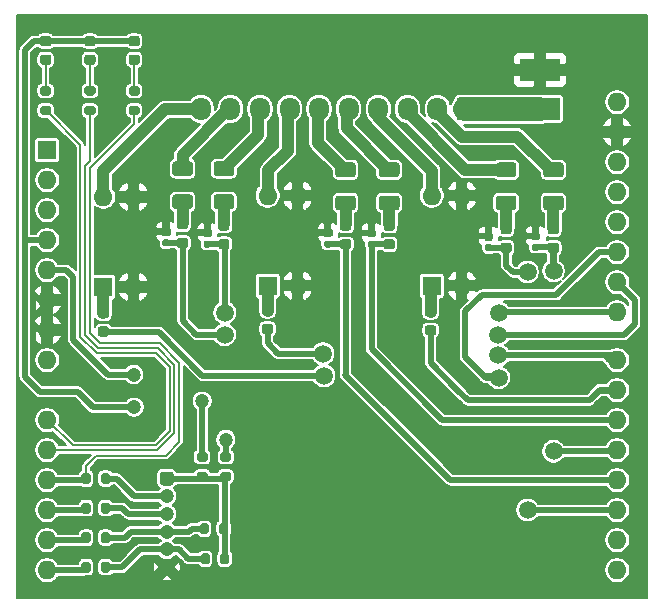
<source format=gbr>
G04 #@! TF.GenerationSoftware,KiCad,Pcbnew,(5.1.6)-1*
G04 #@! TF.CreationDate,2020-12-26T11:55:01+09:00*
G04 #@! TF.ProjectId,Ctrl_Arduino,4374726c-5f41-4726-9475-696e6f2e6b69,rev?*
G04 #@! TF.SameCoordinates,Original*
G04 #@! TF.FileFunction,Copper,L1,Top*
G04 #@! TF.FilePolarity,Positive*
%FSLAX46Y46*%
G04 Gerber Fmt 4.6, Leading zero omitted, Abs format (unit mm)*
G04 Created by KiCad (PCBNEW (5.1.6)-1) date 2020-12-26 11:55:01*
%MOMM*%
%LPD*%
G01*
G04 APERTURE LIST*
G04 #@! TA.AperFunction,SMDPad,CuDef*
%ADD10R,3.400000X1.900000*%
G04 #@! TD*
G04 #@! TA.AperFunction,ComponentPad*
%ADD11C,1.200000*%
G04 #@! TD*
G04 #@! TA.AperFunction,ComponentPad*
%ADD12O,1.700000X1.950000*%
G04 #@! TD*
G04 #@! TA.AperFunction,ComponentPad*
%ADD13R,1.600000X1.600000*%
G04 #@! TD*
G04 #@! TA.AperFunction,ComponentPad*
%ADD14O,1.600000X1.600000*%
G04 #@! TD*
G04 #@! TA.AperFunction,ViaPad*
%ADD15C,1.500000*%
G04 #@! TD*
G04 #@! TA.AperFunction,ViaPad*
%ADD16C,1.200000*%
G04 #@! TD*
G04 #@! TA.AperFunction,Conductor*
%ADD17C,0.500000*%
G04 #@! TD*
G04 #@! TA.AperFunction,Conductor*
%ADD18C,0.200000*%
G04 #@! TD*
G04 #@! TA.AperFunction,Conductor*
%ADD19C,0.600000*%
G04 #@! TD*
G04 #@! TA.AperFunction,Conductor*
%ADD20C,0.250000*%
G04 #@! TD*
G04 #@! TA.AperFunction,Conductor*
%ADD21C,1.000000*%
G04 #@! TD*
G04 #@! TA.AperFunction,Conductor*
%ADD22C,2.000000*%
G04 #@! TD*
G04 #@! TA.AperFunction,Conductor*
%ADD23C,0.300000*%
G04 #@! TD*
G04 APERTURE END LIST*
G04 #@! TA.AperFunction,SMDPad,CuDef*
G36*
G01*
X89275000Y-137825000D02*
X88725000Y-137825000D01*
G75*
G02*
X88525000Y-137625000I0J200000D01*
G01*
X88525000Y-137225000D01*
G75*
G02*
X88725000Y-137025000I200000J0D01*
G01*
X89275000Y-137025000D01*
G75*
G02*
X89475000Y-137225000I0J-200000D01*
G01*
X89475000Y-137625000D01*
G75*
G02*
X89275000Y-137825000I-200000J0D01*
G01*
G37*
G04 #@! TD.AperFunction*
G04 #@! TA.AperFunction,SMDPad,CuDef*
G36*
G01*
X89275000Y-139475000D02*
X88725000Y-139475000D01*
G75*
G02*
X88525000Y-139275000I0J200000D01*
G01*
X88525000Y-138875000D01*
G75*
G02*
X88725000Y-138675000I200000J0D01*
G01*
X89275000Y-138675000D01*
G75*
G02*
X89475000Y-138875000I0J-200000D01*
G01*
X89475000Y-139275000D01*
G75*
G02*
X89275000Y-139475000I-200000J0D01*
G01*
G37*
G04 #@! TD.AperFunction*
G04 #@! TA.AperFunction,SMDPad,CuDef*
G36*
G01*
X82975000Y-107675000D02*
X83525000Y-107675000D01*
G75*
G02*
X83725000Y-107875000I0J-200000D01*
G01*
X83725000Y-108275000D01*
G75*
G02*
X83525000Y-108475000I-200000J0D01*
G01*
X82975000Y-108475000D01*
G75*
G02*
X82775000Y-108275000I0J200000D01*
G01*
X82775000Y-107875000D01*
G75*
G02*
X82975000Y-107675000I200000J0D01*
G01*
G37*
G04 #@! TD.AperFunction*
G04 #@! TA.AperFunction,SMDPad,CuDef*
G36*
G01*
X82975000Y-106025000D02*
X83525000Y-106025000D01*
G75*
G02*
X83725000Y-106225000I0J-200000D01*
G01*
X83725000Y-106625000D01*
G75*
G02*
X83525000Y-106825000I-200000J0D01*
G01*
X82975000Y-106825000D01*
G75*
G02*
X82775000Y-106625000I0J200000D01*
G01*
X82775000Y-106225000D01*
G75*
G02*
X82975000Y-106025000I200000J0D01*
G01*
G37*
G04 #@! TD.AperFunction*
G04 #@! TA.AperFunction,SMDPad,CuDef*
G36*
G01*
X91275000Y-137825000D02*
X90725000Y-137825000D01*
G75*
G02*
X90525000Y-137625000I0J200000D01*
G01*
X90525000Y-137225000D01*
G75*
G02*
X90725000Y-137025000I200000J0D01*
G01*
X91275000Y-137025000D01*
G75*
G02*
X91475000Y-137225000I0J-200000D01*
G01*
X91475000Y-137625000D01*
G75*
G02*
X91275000Y-137825000I-200000J0D01*
G01*
G37*
G04 #@! TD.AperFunction*
G04 #@! TA.AperFunction,SMDPad,CuDef*
G36*
G01*
X91275000Y-139475000D02*
X90725000Y-139475000D01*
G75*
G02*
X90525000Y-139275000I0J200000D01*
G01*
X90525000Y-138875000D01*
G75*
G02*
X90725000Y-138675000I200000J0D01*
G01*
X91275000Y-138675000D01*
G75*
G02*
X91475000Y-138875000I0J-200000D01*
G01*
X91475000Y-139275000D01*
G75*
G02*
X91275000Y-139475000I-200000J0D01*
G01*
G37*
G04 #@! TD.AperFunction*
G04 #@! TA.AperFunction,SMDPad,CuDef*
G36*
G01*
X79225000Y-107675000D02*
X79775000Y-107675000D01*
G75*
G02*
X79975000Y-107875000I0J-200000D01*
G01*
X79975000Y-108275000D01*
G75*
G02*
X79775000Y-108475000I-200000J0D01*
G01*
X79225000Y-108475000D01*
G75*
G02*
X79025000Y-108275000I0J200000D01*
G01*
X79025000Y-107875000D01*
G75*
G02*
X79225000Y-107675000I200000J0D01*
G01*
G37*
G04 #@! TD.AperFunction*
G04 #@! TA.AperFunction,SMDPad,CuDef*
G36*
G01*
X79225000Y-106025000D02*
X79775000Y-106025000D01*
G75*
G02*
X79975000Y-106225000I0J-200000D01*
G01*
X79975000Y-106625000D01*
G75*
G02*
X79775000Y-106825000I-200000J0D01*
G01*
X79225000Y-106825000D01*
G75*
G02*
X79025000Y-106625000I0J200000D01*
G01*
X79025000Y-106225000D01*
G75*
G02*
X79225000Y-106025000I200000J0D01*
G01*
G37*
G04 #@! TD.AperFunction*
G04 #@! TA.AperFunction,SMDPad,CuDef*
G36*
G01*
X75475000Y-107675000D02*
X76025000Y-107675000D01*
G75*
G02*
X76225000Y-107875000I0J-200000D01*
G01*
X76225000Y-108275000D01*
G75*
G02*
X76025000Y-108475000I-200000J0D01*
G01*
X75475000Y-108475000D01*
G75*
G02*
X75275000Y-108275000I0J200000D01*
G01*
X75275000Y-107875000D01*
G75*
G02*
X75475000Y-107675000I200000J0D01*
G01*
G37*
G04 #@! TD.AperFunction*
G04 #@! TA.AperFunction,SMDPad,CuDef*
G36*
G01*
X75475000Y-106025000D02*
X76025000Y-106025000D01*
G75*
G02*
X76225000Y-106225000I0J-200000D01*
G01*
X76225000Y-106625000D01*
G75*
G02*
X76025000Y-106825000I-200000J0D01*
G01*
X75475000Y-106825000D01*
G75*
G02*
X75275000Y-106625000I0J200000D01*
G01*
X75275000Y-106225000D01*
G75*
G02*
X75475000Y-106025000I200000J0D01*
G01*
G37*
G04 #@! TD.AperFunction*
G04 #@! TA.AperFunction,SMDPad,CuDef*
G36*
G01*
X90510000Y-146320000D02*
X90510000Y-145770000D01*
G75*
G02*
X90710000Y-145570000I200000J0D01*
G01*
X91110000Y-145570000D01*
G75*
G02*
X91310000Y-145770000I0J-200000D01*
G01*
X91310000Y-146320000D01*
G75*
G02*
X91110000Y-146520000I-200000J0D01*
G01*
X90710000Y-146520000D01*
G75*
G02*
X90510000Y-146320000I0J200000D01*
G01*
G37*
G04 #@! TD.AperFunction*
G04 #@! TA.AperFunction,SMDPad,CuDef*
G36*
G01*
X88860000Y-146320000D02*
X88860000Y-145770000D01*
G75*
G02*
X89060000Y-145570000I200000J0D01*
G01*
X89460000Y-145570000D01*
G75*
G02*
X89660000Y-145770000I0J-200000D01*
G01*
X89660000Y-146320000D01*
G75*
G02*
X89460000Y-146520000I-200000J0D01*
G01*
X89060000Y-146520000D01*
G75*
G02*
X88860000Y-146320000I0J200000D01*
G01*
G37*
G04 #@! TD.AperFunction*
G04 #@! TA.AperFunction,SMDPad,CuDef*
G36*
G01*
X90425000Y-143775000D02*
X90425000Y-143225000D01*
G75*
G02*
X90625000Y-143025000I200000J0D01*
G01*
X91025000Y-143025000D01*
G75*
G02*
X91225000Y-143225000I0J-200000D01*
G01*
X91225000Y-143775000D01*
G75*
G02*
X91025000Y-143975000I-200000J0D01*
G01*
X90625000Y-143975000D01*
G75*
G02*
X90425000Y-143775000I0J200000D01*
G01*
G37*
G04 #@! TD.AperFunction*
G04 #@! TA.AperFunction,SMDPad,CuDef*
G36*
G01*
X88775000Y-143775000D02*
X88775000Y-143225000D01*
G75*
G02*
X88975000Y-143025000I200000J0D01*
G01*
X89375000Y-143025000D01*
G75*
G02*
X89575000Y-143225000I0J-200000D01*
G01*
X89575000Y-143775000D01*
G75*
G02*
X89375000Y-143975000I-200000J0D01*
G01*
X88975000Y-143975000D01*
G75*
G02*
X88775000Y-143775000I0J200000D01*
G01*
G37*
G04 #@! TD.AperFunction*
G04 #@! TA.AperFunction,SMDPad,CuDef*
G36*
G01*
X79575000Y-146475000D02*
X79575000Y-147025000D01*
G75*
G02*
X79375000Y-147225000I-200000J0D01*
G01*
X78975000Y-147225000D01*
G75*
G02*
X78775000Y-147025000I0J200000D01*
G01*
X78775000Y-146475000D01*
G75*
G02*
X78975000Y-146275000I200000J0D01*
G01*
X79375000Y-146275000D01*
G75*
G02*
X79575000Y-146475000I0J-200000D01*
G01*
G37*
G04 #@! TD.AperFunction*
G04 #@! TA.AperFunction,SMDPad,CuDef*
G36*
G01*
X81225000Y-146475000D02*
X81225000Y-147025000D01*
G75*
G02*
X81025000Y-147225000I-200000J0D01*
G01*
X80625000Y-147225000D01*
G75*
G02*
X80425000Y-147025000I0J200000D01*
G01*
X80425000Y-146475000D01*
G75*
G02*
X80625000Y-146275000I200000J0D01*
G01*
X81025000Y-146275000D01*
G75*
G02*
X81225000Y-146475000I0J-200000D01*
G01*
G37*
G04 #@! TD.AperFunction*
G04 #@! TA.AperFunction,SMDPad,CuDef*
G36*
G01*
X79575000Y-143975000D02*
X79575000Y-144525000D01*
G75*
G02*
X79375000Y-144725000I-200000J0D01*
G01*
X78975000Y-144725000D01*
G75*
G02*
X78775000Y-144525000I0J200000D01*
G01*
X78775000Y-143975000D01*
G75*
G02*
X78975000Y-143775000I200000J0D01*
G01*
X79375000Y-143775000D01*
G75*
G02*
X79575000Y-143975000I0J-200000D01*
G01*
G37*
G04 #@! TD.AperFunction*
G04 #@! TA.AperFunction,SMDPad,CuDef*
G36*
G01*
X81225000Y-143975000D02*
X81225000Y-144525000D01*
G75*
G02*
X81025000Y-144725000I-200000J0D01*
G01*
X80625000Y-144725000D01*
G75*
G02*
X80425000Y-144525000I0J200000D01*
G01*
X80425000Y-143975000D01*
G75*
G02*
X80625000Y-143775000I200000J0D01*
G01*
X81025000Y-143775000D01*
G75*
G02*
X81225000Y-143975000I0J-200000D01*
G01*
G37*
G04 #@! TD.AperFunction*
G04 #@! TA.AperFunction,SMDPad,CuDef*
G36*
G01*
X79575000Y-141475000D02*
X79575000Y-142025000D01*
G75*
G02*
X79375000Y-142225000I-200000J0D01*
G01*
X78975000Y-142225000D01*
G75*
G02*
X78775000Y-142025000I0J200000D01*
G01*
X78775000Y-141475000D01*
G75*
G02*
X78975000Y-141275000I200000J0D01*
G01*
X79375000Y-141275000D01*
G75*
G02*
X79575000Y-141475000I0J-200000D01*
G01*
G37*
G04 #@! TD.AperFunction*
G04 #@! TA.AperFunction,SMDPad,CuDef*
G36*
G01*
X81225000Y-141475000D02*
X81225000Y-142025000D01*
G75*
G02*
X81025000Y-142225000I-200000J0D01*
G01*
X80625000Y-142225000D01*
G75*
G02*
X80425000Y-142025000I0J200000D01*
G01*
X80425000Y-141475000D01*
G75*
G02*
X80625000Y-141275000I200000J0D01*
G01*
X81025000Y-141275000D01*
G75*
G02*
X81225000Y-141475000I0J-200000D01*
G01*
G37*
G04 #@! TD.AperFunction*
G04 #@! TA.AperFunction,SMDPad,CuDef*
G36*
G01*
X79575000Y-138975000D02*
X79575000Y-139525000D01*
G75*
G02*
X79375000Y-139725000I-200000J0D01*
G01*
X78975000Y-139725000D01*
G75*
G02*
X78775000Y-139525000I0J200000D01*
G01*
X78775000Y-138975000D01*
G75*
G02*
X78975000Y-138775000I200000J0D01*
G01*
X79375000Y-138775000D01*
G75*
G02*
X79575000Y-138975000I0J-200000D01*
G01*
G37*
G04 #@! TD.AperFunction*
G04 #@! TA.AperFunction,SMDPad,CuDef*
G36*
G01*
X81225000Y-138975000D02*
X81225000Y-139525000D01*
G75*
G02*
X81025000Y-139725000I-200000J0D01*
G01*
X80625000Y-139725000D01*
G75*
G02*
X80425000Y-139525000I0J200000D01*
G01*
X80425000Y-138975000D01*
G75*
G02*
X80625000Y-138775000I200000J0D01*
G01*
X81025000Y-138775000D01*
G75*
G02*
X81225000Y-138975000I0J-200000D01*
G01*
G37*
G04 #@! TD.AperFunction*
D10*
X117600000Y-104650000D03*
X117600000Y-107950000D03*
D11*
X86000000Y-146750000D03*
X86000000Y-145250000D03*
X86000000Y-143750000D03*
G04 #@! TA.AperFunction,ComponentPad*
G36*
G01*
X85700000Y-138650000D02*
X86300000Y-138650000D01*
G75*
G02*
X86600000Y-138950000I0J-300000D01*
G01*
X86600000Y-139550000D01*
G75*
G02*
X86300000Y-139850000I-300000J0D01*
G01*
X85700000Y-139850000D01*
G75*
G02*
X85400000Y-139550000I0J300000D01*
G01*
X85400000Y-138950000D01*
G75*
G02*
X85700000Y-138650000I300000J0D01*
G01*
G37*
G04 #@! TD.AperFunction*
X86000000Y-140750000D03*
X86000000Y-142250000D03*
D12*
X88900000Y-107950000D03*
X91400000Y-107950000D03*
X93900000Y-107950000D03*
X96400000Y-107950000D03*
X98900000Y-107950000D03*
X101400000Y-107950000D03*
X103900000Y-107950000D03*
X106400000Y-107950000D03*
X108900000Y-107950000D03*
G04 #@! TA.AperFunction,ComponentPad*
G36*
G01*
X112250000Y-107225000D02*
X112250000Y-108675000D01*
G75*
G02*
X112000000Y-108925000I-250000J0D01*
G01*
X110800000Y-108925000D01*
G75*
G02*
X110550000Y-108675000I0J250000D01*
G01*
X110550000Y-107225000D01*
G75*
G02*
X110800000Y-106975000I250000J0D01*
G01*
X112000000Y-106975000D01*
G75*
G02*
X112250000Y-107225000I0J-250000D01*
G01*
G37*
G04 #@! TD.AperFunction*
G04 #@! TA.AperFunction,SMDPad,CuDef*
G36*
G01*
X82993750Y-103350000D02*
X83506250Y-103350000D01*
G75*
G02*
X83725000Y-103568750I0J-218750D01*
G01*
X83725000Y-104006250D01*
G75*
G02*
X83506250Y-104225000I-218750J0D01*
G01*
X82993750Y-104225000D01*
G75*
G02*
X82775000Y-104006250I0J218750D01*
G01*
X82775000Y-103568750D01*
G75*
G02*
X82993750Y-103350000I218750J0D01*
G01*
G37*
G04 #@! TD.AperFunction*
G04 #@! TA.AperFunction,SMDPad,CuDef*
G36*
G01*
X82993750Y-101775000D02*
X83506250Y-101775000D01*
G75*
G02*
X83725000Y-101993750I0J-218750D01*
G01*
X83725000Y-102431250D01*
G75*
G02*
X83506250Y-102650000I-218750J0D01*
G01*
X82993750Y-102650000D01*
G75*
G02*
X82775000Y-102431250I0J218750D01*
G01*
X82775000Y-101993750D01*
G75*
G02*
X82993750Y-101775000I218750J0D01*
G01*
G37*
G04 #@! TD.AperFunction*
G04 #@! TA.AperFunction,SMDPad,CuDef*
G36*
G01*
X79243750Y-103350000D02*
X79756250Y-103350000D01*
G75*
G02*
X79975000Y-103568750I0J-218750D01*
G01*
X79975000Y-104006250D01*
G75*
G02*
X79756250Y-104225000I-218750J0D01*
G01*
X79243750Y-104225000D01*
G75*
G02*
X79025000Y-104006250I0J218750D01*
G01*
X79025000Y-103568750D01*
G75*
G02*
X79243750Y-103350000I218750J0D01*
G01*
G37*
G04 #@! TD.AperFunction*
G04 #@! TA.AperFunction,SMDPad,CuDef*
G36*
G01*
X79243750Y-101775000D02*
X79756250Y-101775000D01*
G75*
G02*
X79975000Y-101993750I0J-218750D01*
G01*
X79975000Y-102431250D01*
G75*
G02*
X79756250Y-102650000I-218750J0D01*
G01*
X79243750Y-102650000D01*
G75*
G02*
X79025000Y-102431250I0J218750D01*
G01*
X79025000Y-101993750D01*
G75*
G02*
X79243750Y-101775000I218750J0D01*
G01*
G37*
G04 #@! TD.AperFunction*
G04 #@! TA.AperFunction,SMDPad,CuDef*
G36*
G01*
X75493750Y-103350000D02*
X76006250Y-103350000D01*
G75*
G02*
X76225000Y-103568750I0J-218750D01*
G01*
X76225000Y-104006250D01*
G75*
G02*
X76006250Y-104225000I-218750J0D01*
G01*
X75493750Y-104225000D01*
G75*
G02*
X75275000Y-104006250I0J218750D01*
G01*
X75275000Y-103568750D01*
G75*
G02*
X75493750Y-103350000I218750J0D01*
G01*
G37*
G04 #@! TD.AperFunction*
G04 #@! TA.AperFunction,SMDPad,CuDef*
G36*
G01*
X75493750Y-101775000D02*
X76006250Y-101775000D01*
G75*
G02*
X76225000Y-101993750I0J-218750D01*
G01*
X76225000Y-102431250D01*
G75*
G02*
X76006250Y-102650000I-218750J0D01*
G01*
X75493750Y-102650000D01*
G75*
G02*
X75275000Y-102431250I0J218750D01*
G01*
X75275000Y-101993750D01*
G75*
G02*
X75493750Y-101775000I218750J0D01*
G01*
G37*
G04 #@! TD.AperFunction*
D13*
X80640000Y-123010000D03*
D14*
X83180000Y-115390000D03*
X83180000Y-123010000D03*
X80640000Y-115390000D03*
G04 #@! TA.AperFunction,SMDPad,CuDef*
G36*
G01*
X80896250Y-127235000D02*
X80383750Y-127235000D01*
G75*
G02*
X80165000Y-127016250I0J218750D01*
G01*
X80165000Y-126578750D01*
G75*
G02*
X80383750Y-126360000I218750J0D01*
G01*
X80896250Y-126360000D01*
G75*
G02*
X81115000Y-126578750I0J-218750D01*
G01*
X81115000Y-127016250D01*
G75*
G02*
X80896250Y-127235000I-218750J0D01*
G01*
G37*
G04 #@! TD.AperFunction*
G04 #@! TA.AperFunction,SMDPad,CuDef*
G36*
G01*
X80896250Y-125660000D02*
X80383750Y-125660000D01*
G75*
G02*
X80165000Y-125441250I0J218750D01*
G01*
X80165000Y-125003750D01*
G75*
G02*
X80383750Y-124785000I218750J0D01*
G01*
X80896250Y-124785000D01*
G75*
G02*
X81115000Y-125003750I0J-218750D01*
G01*
X81115000Y-125441250D01*
G75*
G02*
X80896250Y-125660000I-218750J0D01*
G01*
G37*
G04 #@! TD.AperFunction*
G04 #@! TA.AperFunction,SMDPad,CuDef*
G36*
G01*
X87596250Y-119735000D02*
X87083750Y-119735000D01*
G75*
G02*
X86865000Y-119516250I0J218750D01*
G01*
X86865000Y-119078750D01*
G75*
G02*
X87083750Y-118860000I218750J0D01*
G01*
X87596250Y-118860000D01*
G75*
G02*
X87815000Y-119078750I0J-218750D01*
G01*
X87815000Y-119516250D01*
G75*
G02*
X87596250Y-119735000I-218750J0D01*
G01*
G37*
G04 #@! TD.AperFunction*
G04 #@! TA.AperFunction,SMDPad,CuDef*
G36*
G01*
X87596250Y-118160000D02*
X87083750Y-118160000D01*
G75*
G02*
X86865000Y-117941250I0J218750D01*
G01*
X86865000Y-117503750D01*
G75*
G02*
X87083750Y-117285000I218750J0D01*
G01*
X87596250Y-117285000D01*
G75*
G02*
X87815000Y-117503750I0J-218750D01*
G01*
X87815000Y-117941250D01*
G75*
G02*
X87596250Y-118160000I-218750J0D01*
G01*
G37*
G04 #@! TD.AperFunction*
G04 #@! TA.AperFunction,SMDPad,CuDef*
G36*
G01*
X91096250Y-119835000D02*
X90583750Y-119835000D01*
G75*
G02*
X90365000Y-119616250I0J218750D01*
G01*
X90365000Y-119178750D01*
G75*
G02*
X90583750Y-118960000I218750J0D01*
G01*
X91096250Y-118960000D01*
G75*
G02*
X91315000Y-119178750I0J-218750D01*
G01*
X91315000Y-119616250D01*
G75*
G02*
X91096250Y-119835000I-218750J0D01*
G01*
G37*
G04 #@! TD.AperFunction*
G04 #@! TA.AperFunction,SMDPad,CuDef*
G36*
G01*
X91096250Y-118260000D02*
X90583750Y-118260000D01*
G75*
G02*
X90365000Y-118041250I0J218750D01*
G01*
X90365000Y-117603750D01*
G75*
G02*
X90583750Y-117385000I218750J0D01*
G01*
X91096250Y-117385000D01*
G75*
G02*
X91315000Y-117603750I0J-218750D01*
G01*
X91315000Y-118041250D01*
G75*
G02*
X91096250Y-118260000I-218750J0D01*
G01*
G37*
G04 #@! TD.AperFunction*
G04 #@! TA.AperFunction,SMDPad,CuDef*
G36*
G01*
X86715000Y-112385000D02*
X87965000Y-112385000D01*
G75*
G02*
X88215000Y-112635000I0J-250000D01*
G01*
X88215000Y-113385000D01*
G75*
G02*
X87965000Y-113635000I-250000J0D01*
G01*
X86715000Y-113635000D01*
G75*
G02*
X86465000Y-113385000I0J250000D01*
G01*
X86465000Y-112635000D01*
G75*
G02*
X86715000Y-112385000I250000J0D01*
G01*
G37*
G04 #@! TD.AperFunction*
G04 #@! TA.AperFunction,SMDPad,CuDef*
G36*
G01*
X86715000Y-115185000D02*
X87965000Y-115185000D01*
G75*
G02*
X88215000Y-115435000I0J-250000D01*
G01*
X88215000Y-116185000D01*
G75*
G02*
X87965000Y-116435000I-250000J0D01*
G01*
X86715000Y-116435000D01*
G75*
G02*
X86465000Y-116185000I0J250000D01*
G01*
X86465000Y-115435000D01*
G75*
G02*
X86715000Y-115185000I250000J0D01*
G01*
G37*
G04 #@! TD.AperFunction*
G04 #@! TA.AperFunction,SMDPad,CuDef*
G36*
G01*
X90215000Y-112385000D02*
X91465000Y-112385000D01*
G75*
G02*
X91715000Y-112635000I0J-250000D01*
G01*
X91715000Y-113385000D01*
G75*
G02*
X91465000Y-113635000I-250000J0D01*
G01*
X90215000Y-113635000D01*
G75*
G02*
X89965000Y-113385000I0J250000D01*
G01*
X89965000Y-112635000D01*
G75*
G02*
X90215000Y-112385000I250000J0D01*
G01*
G37*
G04 #@! TD.AperFunction*
G04 #@! TA.AperFunction,SMDPad,CuDef*
G36*
G01*
X90215000Y-115185000D02*
X91465000Y-115185000D01*
G75*
G02*
X91715000Y-115435000I0J-250000D01*
G01*
X91715000Y-116185000D01*
G75*
G02*
X91465000Y-116435000I-250000J0D01*
G01*
X90215000Y-116435000D01*
G75*
G02*
X89965000Y-116185000I0J250000D01*
G01*
X89965000Y-115435000D01*
G75*
G02*
X90215000Y-115185000I250000J0D01*
G01*
G37*
G04 #@! TD.AperFunction*
G04 #@! TA.AperFunction,SMDPad,CuDef*
G36*
G01*
X86112500Y-119590000D02*
X85767500Y-119590000D01*
G75*
G02*
X85620000Y-119442500I0J147500D01*
G01*
X85620000Y-119147500D01*
G75*
G02*
X85767500Y-119000000I147500J0D01*
G01*
X86112500Y-119000000D01*
G75*
G02*
X86260000Y-119147500I0J-147500D01*
G01*
X86260000Y-119442500D01*
G75*
G02*
X86112500Y-119590000I-147500J0D01*
G01*
G37*
G04 #@! TD.AperFunction*
G04 #@! TA.AperFunction,SMDPad,CuDef*
G36*
G01*
X86112500Y-118620000D02*
X85767500Y-118620000D01*
G75*
G02*
X85620000Y-118472500I0J147500D01*
G01*
X85620000Y-118177500D01*
G75*
G02*
X85767500Y-118030000I147500J0D01*
G01*
X86112500Y-118030000D01*
G75*
G02*
X86260000Y-118177500I0J-147500D01*
G01*
X86260000Y-118472500D01*
G75*
G02*
X86112500Y-118620000I-147500J0D01*
G01*
G37*
G04 #@! TD.AperFunction*
G04 #@! TA.AperFunction,SMDPad,CuDef*
G36*
G01*
X89612500Y-119690000D02*
X89267500Y-119690000D01*
G75*
G02*
X89120000Y-119542500I0J147500D01*
G01*
X89120000Y-119247500D01*
G75*
G02*
X89267500Y-119100000I147500J0D01*
G01*
X89612500Y-119100000D01*
G75*
G02*
X89760000Y-119247500I0J-147500D01*
G01*
X89760000Y-119542500D01*
G75*
G02*
X89612500Y-119690000I-147500J0D01*
G01*
G37*
G04 #@! TD.AperFunction*
G04 #@! TA.AperFunction,SMDPad,CuDef*
G36*
G01*
X89612500Y-118720000D02*
X89267500Y-118720000D01*
G75*
G02*
X89120000Y-118572500I0J147500D01*
G01*
X89120000Y-118277500D01*
G75*
G02*
X89267500Y-118130000I147500J0D01*
G01*
X89612500Y-118130000D01*
G75*
G02*
X89760000Y-118277500I0J-147500D01*
G01*
X89760000Y-118572500D01*
G75*
G02*
X89612500Y-118720000I-147500J0D01*
G01*
G37*
G04 #@! TD.AperFunction*
X124130000Y-107370000D03*
X124130000Y-141910000D03*
X124130000Y-120070000D03*
X75870000Y-124130000D03*
X75870000Y-136830000D03*
X124130000Y-146990000D03*
X124130000Y-109910000D03*
X124130000Y-134290000D03*
X75870000Y-126670000D03*
X75870000Y-121590000D03*
X75870000Y-141910000D03*
X75870000Y-119050000D03*
X124130000Y-112450000D03*
X75870000Y-146990000D03*
X124130000Y-117530000D03*
X75870000Y-139370000D03*
X124130000Y-122610000D03*
X124130000Y-144450000D03*
X75870000Y-144450000D03*
X75870000Y-129210000D03*
X75870000Y-113970000D03*
X124130000Y-139370000D03*
X124130000Y-114990000D03*
X75870000Y-134290000D03*
X124130000Y-125150000D03*
X75870000Y-116510000D03*
X124130000Y-131750000D03*
X124130000Y-136830000D03*
X124130000Y-129210000D03*
D13*
X75870000Y-111430000D03*
G04 #@! TA.AperFunction,SMDPad,CuDef*
G36*
G01*
X105096250Y-119847500D02*
X104583750Y-119847500D01*
G75*
G02*
X104365000Y-119628750I0J218750D01*
G01*
X104365000Y-119191250D01*
G75*
G02*
X104583750Y-118972500I218750J0D01*
G01*
X105096250Y-118972500D01*
G75*
G02*
X105315000Y-119191250I0J-218750D01*
G01*
X105315000Y-119628750D01*
G75*
G02*
X105096250Y-119847500I-218750J0D01*
G01*
G37*
G04 #@! TD.AperFunction*
G04 #@! TA.AperFunction,SMDPad,CuDef*
G36*
G01*
X105096250Y-118272500D02*
X104583750Y-118272500D01*
G75*
G02*
X104365000Y-118053750I0J218750D01*
G01*
X104365000Y-117616250D01*
G75*
G02*
X104583750Y-117397500I218750J0D01*
G01*
X105096250Y-117397500D01*
G75*
G02*
X105315000Y-117616250I0J-218750D01*
G01*
X105315000Y-118053750D01*
G75*
G02*
X105096250Y-118272500I-218750J0D01*
G01*
G37*
G04 #@! TD.AperFunction*
G04 #@! TA.AperFunction,SMDPad,CuDef*
G36*
G01*
X118996250Y-120147500D02*
X118483750Y-120147500D01*
G75*
G02*
X118265000Y-119928750I0J218750D01*
G01*
X118265000Y-119491250D01*
G75*
G02*
X118483750Y-119272500I218750J0D01*
G01*
X118996250Y-119272500D01*
G75*
G02*
X119215000Y-119491250I0J-218750D01*
G01*
X119215000Y-119928750D01*
G75*
G02*
X118996250Y-120147500I-218750J0D01*
G01*
G37*
G04 #@! TD.AperFunction*
G04 #@! TA.AperFunction,SMDPad,CuDef*
G36*
G01*
X118996250Y-118572500D02*
X118483750Y-118572500D01*
G75*
G02*
X118265000Y-118353750I0J218750D01*
G01*
X118265000Y-117916250D01*
G75*
G02*
X118483750Y-117697500I218750J0D01*
G01*
X118996250Y-117697500D01*
G75*
G02*
X119215000Y-117916250I0J-218750D01*
G01*
X119215000Y-118353750D01*
G75*
G02*
X118996250Y-118572500I-218750J0D01*
G01*
G37*
G04 #@! TD.AperFunction*
G04 #@! TA.AperFunction,SMDPad,CuDef*
G36*
G01*
X101396250Y-119847500D02*
X100883750Y-119847500D01*
G75*
G02*
X100665000Y-119628750I0J218750D01*
G01*
X100665000Y-119191250D01*
G75*
G02*
X100883750Y-118972500I218750J0D01*
G01*
X101396250Y-118972500D01*
G75*
G02*
X101615000Y-119191250I0J-218750D01*
G01*
X101615000Y-119628750D01*
G75*
G02*
X101396250Y-119847500I-218750J0D01*
G01*
G37*
G04 #@! TD.AperFunction*
G04 #@! TA.AperFunction,SMDPad,CuDef*
G36*
G01*
X101396250Y-118272500D02*
X100883750Y-118272500D01*
G75*
G02*
X100665000Y-118053750I0J218750D01*
G01*
X100665000Y-117616250D01*
G75*
G02*
X100883750Y-117397500I218750J0D01*
G01*
X101396250Y-117397500D01*
G75*
G02*
X101615000Y-117616250I0J-218750D01*
G01*
X101615000Y-118053750D01*
G75*
G02*
X101396250Y-118272500I-218750J0D01*
G01*
G37*
G04 #@! TD.AperFunction*
G04 #@! TA.AperFunction,SMDPad,CuDef*
G36*
G01*
X114996250Y-120147500D02*
X114483750Y-120147500D01*
G75*
G02*
X114265000Y-119928750I0J218750D01*
G01*
X114265000Y-119491250D01*
G75*
G02*
X114483750Y-119272500I218750J0D01*
G01*
X114996250Y-119272500D01*
G75*
G02*
X115215000Y-119491250I0J-218750D01*
G01*
X115215000Y-119928750D01*
G75*
G02*
X114996250Y-120147500I-218750J0D01*
G01*
G37*
G04 #@! TD.AperFunction*
G04 #@! TA.AperFunction,SMDPad,CuDef*
G36*
G01*
X114996250Y-118572500D02*
X114483750Y-118572500D01*
G75*
G02*
X114265000Y-118353750I0J218750D01*
G01*
X114265000Y-117916250D01*
G75*
G02*
X114483750Y-117697500I218750J0D01*
G01*
X114996250Y-117697500D01*
G75*
G02*
X115215000Y-117916250I0J-218750D01*
G01*
X115215000Y-118353750D01*
G75*
G02*
X114996250Y-118572500I-218750J0D01*
G01*
G37*
G04 #@! TD.AperFunction*
G04 #@! TA.AperFunction,SMDPad,CuDef*
G36*
G01*
X94796250Y-127035000D02*
X94283750Y-127035000D01*
G75*
G02*
X94065000Y-126816250I0J218750D01*
G01*
X94065000Y-126378750D01*
G75*
G02*
X94283750Y-126160000I218750J0D01*
G01*
X94796250Y-126160000D01*
G75*
G02*
X95015000Y-126378750I0J-218750D01*
G01*
X95015000Y-126816250D01*
G75*
G02*
X94796250Y-127035000I-218750J0D01*
G01*
G37*
G04 #@! TD.AperFunction*
G04 #@! TA.AperFunction,SMDPad,CuDef*
G36*
G01*
X94796250Y-125460000D02*
X94283750Y-125460000D01*
G75*
G02*
X94065000Y-125241250I0J218750D01*
G01*
X94065000Y-124803750D01*
G75*
G02*
X94283750Y-124585000I218750J0D01*
G01*
X94796250Y-124585000D01*
G75*
G02*
X95015000Y-124803750I0J-218750D01*
G01*
X95015000Y-125241250D01*
G75*
G02*
X94796250Y-125460000I-218750J0D01*
G01*
G37*
G04 #@! TD.AperFunction*
G04 #@! TA.AperFunction,SMDPad,CuDef*
G36*
G01*
X108596250Y-127135000D02*
X108083750Y-127135000D01*
G75*
G02*
X107865000Y-126916250I0J218750D01*
G01*
X107865000Y-126478750D01*
G75*
G02*
X108083750Y-126260000I218750J0D01*
G01*
X108596250Y-126260000D01*
G75*
G02*
X108815000Y-126478750I0J-218750D01*
G01*
X108815000Y-126916250D01*
G75*
G02*
X108596250Y-127135000I-218750J0D01*
G01*
G37*
G04 #@! TD.AperFunction*
G04 #@! TA.AperFunction,SMDPad,CuDef*
G36*
G01*
X108596250Y-125560000D02*
X108083750Y-125560000D01*
G75*
G02*
X107865000Y-125341250I0J218750D01*
G01*
X107865000Y-124903750D01*
G75*
G02*
X108083750Y-124685000I218750J0D01*
G01*
X108596250Y-124685000D01*
G75*
G02*
X108815000Y-124903750I0J-218750D01*
G01*
X108815000Y-125341250D01*
G75*
G02*
X108596250Y-125560000I-218750J0D01*
G01*
G37*
G04 #@! TD.AperFunction*
X94540000Y-122910000D03*
D14*
X97080000Y-115290000D03*
X97080000Y-122910000D03*
X94540000Y-115290000D03*
D13*
X108440000Y-122910000D03*
D14*
X110980000Y-115290000D03*
X110980000Y-122910000D03*
X108440000Y-115290000D03*
G04 #@! TA.AperFunction,SMDPad,CuDef*
G36*
G01*
X118115000Y-112485000D02*
X119365000Y-112485000D01*
G75*
G02*
X119615000Y-112735000I0J-250000D01*
G01*
X119615000Y-113485000D01*
G75*
G02*
X119365000Y-113735000I-250000J0D01*
G01*
X118115000Y-113735000D01*
G75*
G02*
X117865000Y-113485000I0J250000D01*
G01*
X117865000Y-112735000D01*
G75*
G02*
X118115000Y-112485000I250000J0D01*
G01*
G37*
G04 #@! TD.AperFunction*
G04 #@! TA.AperFunction,SMDPad,CuDef*
G36*
G01*
X118115000Y-115285000D02*
X119365000Y-115285000D01*
G75*
G02*
X119615000Y-115535000I0J-250000D01*
G01*
X119615000Y-116285000D01*
G75*
G02*
X119365000Y-116535000I-250000J0D01*
G01*
X118115000Y-116535000D01*
G75*
G02*
X117865000Y-116285000I0J250000D01*
G01*
X117865000Y-115535000D01*
G75*
G02*
X118115000Y-115285000I250000J0D01*
G01*
G37*
G04 #@! TD.AperFunction*
G04 #@! TA.AperFunction,SMDPad,CuDef*
G36*
G01*
X114115000Y-115285000D02*
X115365000Y-115285000D01*
G75*
G02*
X115615000Y-115535000I0J-250000D01*
G01*
X115615000Y-116285000D01*
G75*
G02*
X115365000Y-116535000I-250000J0D01*
G01*
X114115000Y-116535000D01*
G75*
G02*
X113865000Y-116285000I0J250000D01*
G01*
X113865000Y-115535000D01*
G75*
G02*
X114115000Y-115285000I250000J0D01*
G01*
G37*
G04 #@! TD.AperFunction*
G04 #@! TA.AperFunction,SMDPad,CuDef*
G36*
G01*
X114115000Y-112485000D02*
X115365000Y-112485000D01*
G75*
G02*
X115615000Y-112735000I0J-250000D01*
G01*
X115615000Y-113485000D01*
G75*
G02*
X115365000Y-113735000I-250000J0D01*
G01*
X114115000Y-113735000D01*
G75*
G02*
X113865000Y-113485000I0J250000D01*
G01*
X113865000Y-112735000D01*
G75*
G02*
X114115000Y-112485000I250000J0D01*
G01*
G37*
G04 #@! TD.AperFunction*
G04 #@! TA.AperFunction,SMDPad,CuDef*
G36*
G01*
X104215000Y-112485000D02*
X105465000Y-112485000D01*
G75*
G02*
X105715000Y-112735000I0J-250000D01*
G01*
X105715000Y-113485000D01*
G75*
G02*
X105465000Y-113735000I-250000J0D01*
G01*
X104215000Y-113735000D01*
G75*
G02*
X103965000Y-113485000I0J250000D01*
G01*
X103965000Y-112735000D01*
G75*
G02*
X104215000Y-112485000I250000J0D01*
G01*
G37*
G04 #@! TD.AperFunction*
G04 #@! TA.AperFunction,SMDPad,CuDef*
G36*
G01*
X104215000Y-115285000D02*
X105465000Y-115285000D01*
G75*
G02*
X105715000Y-115535000I0J-250000D01*
G01*
X105715000Y-116285000D01*
G75*
G02*
X105465000Y-116535000I-250000J0D01*
G01*
X104215000Y-116535000D01*
G75*
G02*
X103965000Y-116285000I0J250000D01*
G01*
X103965000Y-115535000D01*
G75*
G02*
X104215000Y-115285000I250000J0D01*
G01*
G37*
G04 #@! TD.AperFunction*
G04 #@! TA.AperFunction,SMDPad,CuDef*
G36*
G01*
X100515000Y-112485000D02*
X101765000Y-112485000D01*
G75*
G02*
X102015000Y-112735000I0J-250000D01*
G01*
X102015000Y-113485000D01*
G75*
G02*
X101765000Y-113735000I-250000J0D01*
G01*
X100515000Y-113735000D01*
G75*
G02*
X100265000Y-113485000I0J250000D01*
G01*
X100265000Y-112735000D01*
G75*
G02*
X100515000Y-112485000I250000J0D01*
G01*
G37*
G04 #@! TD.AperFunction*
G04 #@! TA.AperFunction,SMDPad,CuDef*
G36*
G01*
X100515000Y-115285000D02*
X101765000Y-115285000D01*
G75*
G02*
X102015000Y-115535000I0J-250000D01*
G01*
X102015000Y-116285000D01*
G75*
G02*
X101765000Y-116535000I-250000J0D01*
G01*
X100515000Y-116535000D01*
G75*
G02*
X100265000Y-116285000I0J250000D01*
G01*
X100265000Y-115535000D01*
G75*
G02*
X100515000Y-115285000I250000J0D01*
G01*
G37*
G04 #@! TD.AperFunction*
G04 #@! TA.AperFunction,SMDPad,CuDef*
G36*
G01*
X113412500Y-119990000D02*
X113067500Y-119990000D01*
G75*
G02*
X112920000Y-119842500I0J147500D01*
G01*
X112920000Y-119547500D01*
G75*
G02*
X113067500Y-119400000I147500J0D01*
G01*
X113412500Y-119400000D01*
G75*
G02*
X113560000Y-119547500I0J-147500D01*
G01*
X113560000Y-119842500D01*
G75*
G02*
X113412500Y-119990000I-147500J0D01*
G01*
G37*
G04 #@! TD.AperFunction*
G04 #@! TA.AperFunction,SMDPad,CuDef*
G36*
G01*
X113412500Y-119020000D02*
X113067500Y-119020000D01*
G75*
G02*
X112920000Y-118872500I0J147500D01*
G01*
X112920000Y-118577500D01*
G75*
G02*
X113067500Y-118430000I147500J0D01*
G01*
X113412500Y-118430000D01*
G75*
G02*
X113560000Y-118577500I0J-147500D01*
G01*
X113560000Y-118872500D01*
G75*
G02*
X113412500Y-119020000I-147500J0D01*
G01*
G37*
G04 #@! TD.AperFunction*
G04 #@! TA.AperFunction,SMDPad,CuDef*
G36*
G01*
X99812500Y-119690000D02*
X99467500Y-119690000D01*
G75*
G02*
X99320000Y-119542500I0J147500D01*
G01*
X99320000Y-119247500D01*
G75*
G02*
X99467500Y-119100000I147500J0D01*
G01*
X99812500Y-119100000D01*
G75*
G02*
X99960000Y-119247500I0J-147500D01*
G01*
X99960000Y-119542500D01*
G75*
G02*
X99812500Y-119690000I-147500J0D01*
G01*
G37*
G04 #@! TD.AperFunction*
G04 #@! TA.AperFunction,SMDPad,CuDef*
G36*
G01*
X99812500Y-118720000D02*
X99467500Y-118720000D01*
G75*
G02*
X99320000Y-118572500I0J147500D01*
G01*
X99320000Y-118277500D01*
G75*
G02*
X99467500Y-118130000I147500J0D01*
G01*
X99812500Y-118130000D01*
G75*
G02*
X99960000Y-118277500I0J-147500D01*
G01*
X99960000Y-118572500D01*
G75*
G02*
X99812500Y-118720000I-147500J0D01*
G01*
G37*
G04 #@! TD.AperFunction*
G04 #@! TA.AperFunction,SMDPad,CuDef*
G36*
G01*
X117412500Y-119975000D02*
X117067500Y-119975000D01*
G75*
G02*
X116920000Y-119827500I0J147500D01*
G01*
X116920000Y-119532500D01*
G75*
G02*
X117067500Y-119385000I147500J0D01*
G01*
X117412500Y-119385000D01*
G75*
G02*
X117560000Y-119532500I0J-147500D01*
G01*
X117560000Y-119827500D01*
G75*
G02*
X117412500Y-119975000I-147500J0D01*
G01*
G37*
G04 #@! TD.AperFunction*
G04 #@! TA.AperFunction,SMDPad,CuDef*
G36*
G01*
X117412500Y-119005000D02*
X117067500Y-119005000D01*
G75*
G02*
X116920000Y-118857500I0J147500D01*
G01*
X116920000Y-118562500D01*
G75*
G02*
X117067500Y-118415000I147500J0D01*
G01*
X117412500Y-118415000D01*
G75*
G02*
X117560000Y-118562500I0J-147500D01*
G01*
X117560000Y-118857500D01*
G75*
G02*
X117412500Y-119005000I-147500J0D01*
G01*
G37*
G04 #@! TD.AperFunction*
G04 #@! TA.AperFunction,SMDPad,CuDef*
G36*
G01*
X103512500Y-119705000D02*
X103167500Y-119705000D01*
G75*
G02*
X103020000Y-119557500I0J147500D01*
G01*
X103020000Y-119262500D01*
G75*
G02*
X103167500Y-119115000I147500J0D01*
G01*
X103512500Y-119115000D01*
G75*
G02*
X103660000Y-119262500I0J-147500D01*
G01*
X103660000Y-119557500D01*
G75*
G02*
X103512500Y-119705000I-147500J0D01*
G01*
G37*
G04 #@! TD.AperFunction*
G04 #@! TA.AperFunction,SMDPad,CuDef*
G36*
G01*
X103512500Y-118735000D02*
X103167500Y-118735000D01*
G75*
G02*
X103020000Y-118587500I0J147500D01*
G01*
X103020000Y-118292500D01*
G75*
G02*
X103167500Y-118145000I147500J0D01*
G01*
X103512500Y-118145000D01*
G75*
G02*
X103660000Y-118292500I0J-147500D01*
G01*
X103660000Y-118587500D01*
G75*
G02*
X103512500Y-118735000I-147500J0D01*
G01*
G37*
G04 #@! TD.AperFunction*
D15*
X99320000Y-130540000D03*
X114100000Y-130700000D03*
X90900000Y-127060000D03*
X114050000Y-127060000D03*
X90910000Y-125210000D03*
X114100000Y-125210000D03*
X99240000Y-128680000D03*
X114080000Y-128820000D03*
X118750000Y-136940000D03*
X118750000Y-121660000D03*
X116550000Y-141910000D03*
X116550000Y-121760000D03*
D16*
X83200000Y-130450000D03*
X89000000Y-132700000D03*
X83250000Y-133200000D03*
X91000000Y-135950000D03*
D17*
X78935000Y-146990000D02*
X79175000Y-146750000D01*
X75870000Y-146990000D02*
X78935000Y-146990000D01*
X78975000Y-144450000D02*
X79175000Y-144250000D01*
X75870000Y-144450000D02*
X78975000Y-144450000D01*
X79015000Y-141910000D02*
X79175000Y-141750000D01*
X75870000Y-141910000D02*
X79015000Y-141910000D01*
X75870000Y-139370000D02*
X79055000Y-139370000D01*
D18*
X79175000Y-139250000D02*
X79175000Y-138175000D01*
X79175000Y-138175000D02*
X80050000Y-137300000D01*
X80050000Y-137300000D02*
X85900000Y-137300000D01*
X85900000Y-137300000D02*
X87050000Y-136150000D01*
X87050000Y-136150000D02*
X87050000Y-129450000D01*
X87050000Y-129450000D02*
X85400000Y-127800000D01*
X85400000Y-127800000D02*
X80350000Y-127800000D01*
X80350000Y-127800000D02*
X79500000Y-126950000D01*
X79500000Y-126950000D02*
X79500000Y-112950000D01*
X83250000Y-109200000D02*
X83250000Y-108075000D01*
X79500000Y-112950000D02*
X83250000Y-109200000D01*
X79500000Y-108075000D02*
X79500000Y-112350000D01*
X79500000Y-112350000D02*
X79100000Y-112750000D01*
X79100000Y-112750000D02*
X79100000Y-127115698D01*
X79100000Y-127115698D02*
X80192151Y-128207849D01*
X80192151Y-128207849D02*
X85242151Y-128207849D01*
X85242151Y-128207849D02*
X86649990Y-129615688D01*
X86649990Y-129615688D02*
X86649990Y-135400010D01*
X85220000Y-136830000D02*
X75870000Y-136830000D01*
X86649990Y-135400010D02*
X85220000Y-136830000D01*
D17*
X99320000Y-130540000D02*
X89030000Y-130540000D01*
X89030000Y-130540000D02*
X85350000Y-126860000D01*
X85350000Y-126860000D02*
X80680000Y-126860000D01*
X122600000Y-120070000D02*
X124130000Y-120070000D01*
X118970000Y-123700000D02*
X122600000Y-120070000D01*
X111290000Y-125100000D02*
X112690000Y-123700000D01*
X111290000Y-128990000D02*
X111290000Y-125100000D01*
X112840000Y-130540000D02*
X111290000Y-128990000D01*
X112690000Y-123700000D02*
X118970000Y-123700000D01*
X114110000Y-130540000D02*
X112840000Y-130540000D01*
X113000000Y-130700000D02*
X112840000Y-130540000D01*
X114100000Y-130700000D02*
X113000000Y-130700000D01*
D18*
X75870000Y-134290000D02*
X75890000Y-134290000D01*
X75890000Y-134290000D02*
X78029990Y-136429990D01*
X78029990Y-136429990D02*
X85054312Y-136429990D01*
X85054312Y-136429990D02*
X86249980Y-135234322D01*
X86249980Y-135234322D02*
X86249980Y-129781376D01*
X86249980Y-129781376D02*
X85118604Y-128650000D01*
X85118604Y-128650000D02*
X80068604Y-128650000D01*
X80068604Y-128650000D02*
X78699990Y-127281386D01*
X78699990Y-111024990D02*
X75750000Y-108075000D01*
X78699990Y-127281386D02*
X78699990Y-111024990D01*
D17*
X85940000Y-119295000D02*
X87285000Y-119295000D01*
X87340000Y-119297500D02*
X87340000Y-125880000D01*
X88520000Y-127060000D02*
X90900000Y-127060000D01*
X87340000Y-125880000D02*
X88520000Y-127060000D01*
X124130000Y-122620000D02*
X124130000Y-122610000D01*
X114050000Y-127060000D02*
X124730000Y-127060000D01*
X124730000Y-127060000D02*
X125610000Y-126180000D01*
X125610000Y-126180000D02*
X125610000Y-124100000D01*
X125610000Y-124100000D02*
X124130000Y-122620000D01*
X90840000Y-119397500D02*
X89562500Y-119397500D01*
X90910000Y-125210000D02*
X90910000Y-119440000D01*
X114160000Y-125150000D02*
X114100000Y-125210000D01*
X124130000Y-125150000D02*
X114160000Y-125150000D01*
X75870000Y-124130000D02*
X75230000Y-124130000D01*
X75230000Y-124130000D02*
X74700000Y-123600000D01*
X75870000Y-124130000D02*
X75870000Y-124430000D01*
X75870000Y-124130000D02*
X75870000Y-124480000D01*
X75870000Y-124480000D02*
X75100000Y-125250000D01*
X75870000Y-126670000D02*
X75195010Y-126670000D01*
X75195010Y-126670000D02*
X74700010Y-126175000D01*
X74700010Y-126175000D02*
X74700010Y-127925000D01*
X74700010Y-127925000D02*
X74700010Y-127975010D01*
X74700000Y-123600000D02*
X74700000Y-125450000D01*
X124130000Y-129210000D02*
X123970000Y-129210000D01*
X123970000Y-129210000D02*
X123580000Y-128820000D01*
X123460000Y-129210000D02*
X123070000Y-128820000D01*
X123070000Y-128820000D02*
X114080000Y-128820000D01*
X124130000Y-129210000D02*
X123460000Y-129210000D01*
X123580000Y-128820000D02*
X123070000Y-128820000D01*
X99240000Y-128680000D02*
X95440000Y-128680000D01*
X95440000Y-128680000D02*
X94550000Y-127790000D01*
X94550000Y-127790000D02*
X94550000Y-126660000D01*
X108340000Y-126697500D02*
X108340000Y-129450000D01*
X108340000Y-129450000D02*
X110620000Y-131730000D01*
D19*
X124130000Y-131750000D02*
X122650000Y-131750000D01*
D17*
X122650000Y-131750000D02*
X121800000Y-132600000D01*
X111490000Y-132600000D02*
X110620000Y-131730000D01*
X121800000Y-132600000D02*
X111490000Y-132600000D01*
X104840000Y-119410000D02*
X103340000Y-119410000D01*
X103340000Y-119410000D02*
X103340000Y-128310000D01*
X103340000Y-128310000D02*
X109320000Y-134290000D01*
X109320000Y-134290000D02*
X124130000Y-134290000D01*
X117240000Y-119680000D02*
X118670000Y-119680000D01*
X124130000Y-136830000D02*
X124130000Y-136890000D01*
X124130000Y-136890000D02*
X124080000Y-136940000D01*
X124080000Y-136940000D02*
X118750000Y-136940000D01*
X118750000Y-136940000D02*
X118750000Y-136940000D01*
D19*
X118740000Y-121650000D02*
X118750000Y-121660000D01*
X118740000Y-119710000D02*
X118740000Y-121650000D01*
D17*
X101140000Y-119410000D02*
X99620000Y-119410000D01*
X124130000Y-139370000D02*
X110010000Y-139370000D01*
X110010000Y-139370000D02*
X101120000Y-130480000D01*
X101140000Y-130460000D02*
X101120000Y-130480000D01*
X101140000Y-119410000D02*
X101140000Y-130460000D01*
D20*
X114740000Y-119710000D02*
X114440000Y-119710000D01*
X114440000Y-119710000D02*
X114540000Y-119710000D01*
D17*
X113240000Y-119695000D02*
X114685000Y-119695000D01*
X124130000Y-141910000D02*
X116550000Y-141910000D01*
X114740000Y-119710000D02*
X114740000Y-121210000D01*
X115290000Y-121760000D02*
X116550000Y-121760000D01*
X114740000Y-121210000D02*
X115290000Y-121760000D01*
D21*
X101140000Y-115910000D02*
X101140000Y-117730000D01*
X101140000Y-113110000D02*
X101070000Y-113110000D01*
X101070000Y-113110000D02*
X98770000Y-110810000D01*
X98770000Y-110810000D02*
X98770000Y-107980000D01*
X104840000Y-115910000D02*
X104840000Y-117680000D01*
X104840000Y-113110000D02*
X104770000Y-113110000D01*
X104770000Y-113110000D02*
X101250000Y-109590000D01*
X101250000Y-109590000D02*
X101250000Y-108080000D01*
X114740000Y-115910000D02*
X114740000Y-118010000D01*
X114740000Y-113110000D02*
X111290000Y-113110000D01*
X111290000Y-113110000D02*
X106220000Y-108040000D01*
X118740000Y-115910000D02*
X118740000Y-118050000D01*
X108750000Y-108000000D02*
X108750000Y-108040000D01*
X108750000Y-108040000D02*
X111020000Y-110310000D01*
X111020000Y-110310000D02*
X115670000Y-110310000D01*
X115670000Y-110310000D02*
X118340000Y-112980000D01*
X96250000Y-108000000D02*
X96250000Y-111520000D01*
X96250000Y-111520000D02*
X94610000Y-113160000D01*
X94610000Y-113160000D02*
X94610000Y-115250000D01*
D22*
X111250000Y-108000000D02*
X117580000Y-108000000D01*
D21*
X108440000Y-115290000D02*
X108440000Y-113190000D01*
X108440000Y-113190000D02*
X103860000Y-108610000D01*
X103860000Y-108610000D02*
X103860000Y-108080000D01*
X108340000Y-125122500D02*
X108340000Y-123030000D01*
X94540000Y-125022500D02*
X94540000Y-122940000D01*
X90840000Y-115810000D02*
X90840000Y-117680000D01*
X90840000Y-113010000D02*
X90880000Y-113010000D01*
X90880000Y-113010000D02*
X93750000Y-110140000D01*
X93750000Y-110140000D02*
X93750000Y-107980000D01*
X87340000Y-115810000D02*
X87340000Y-117590000D01*
X87340000Y-113010000D02*
X87340000Y-111860000D01*
X87340000Y-111860000D02*
X91200000Y-108000000D01*
X80640000Y-123010000D02*
X80640000Y-125200000D01*
X88750000Y-108000000D02*
X85830000Y-108000000D01*
X85830000Y-108000000D02*
X80630000Y-113200000D01*
X80630000Y-113200000D02*
X80630000Y-115350000D01*
D17*
X77489980Y-121590000D02*
X75870000Y-121590000D01*
X78100000Y-127500000D02*
X78100000Y-122200020D01*
X81050000Y-130450000D02*
X78100000Y-127500000D01*
X78100000Y-122200020D02*
X77489980Y-121590000D01*
X83200000Y-130450000D02*
X81050000Y-130450000D01*
X89000000Y-137425000D02*
X89000000Y-132700000D01*
X89000000Y-132700000D02*
X89000000Y-132700000D01*
D18*
X75750000Y-102212500D02*
X83250000Y-102212500D01*
D23*
X74000000Y-117200000D02*
X74000000Y-102950000D01*
D17*
X74000000Y-120920000D02*
X74000000Y-130650000D01*
X74000000Y-130650000D02*
X75250000Y-131900000D01*
X75250000Y-131900000D02*
X78450000Y-131900000D01*
X79750000Y-133200000D02*
X83250000Y-133200000D01*
X78450000Y-131900000D02*
X79750000Y-133200000D01*
X74000000Y-102950000D02*
X74737500Y-102212500D01*
X83250000Y-102212500D02*
X74737500Y-102212500D01*
X74100000Y-119050000D02*
X74000000Y-118950000D01*
X75870000Y-119050000D02*
X74100000Y-119050000D01*
X74000000Y-118950000D02*
X74000000Y-102950000D01*
X74000000Y-120920000D02*
X74000000Y-118950000D01*
X91000000Y-137425000D02*
X91000000Y-135850000D01*
D18*
X75750000Y-106425000D02*
X75750000Y-103787500D01*
X79500000Y-106425000D02*
X79500000Y-103787500D01*
X83250000Y-106425000D02*
X83250000Y-103787500D01*
D17*
X80825000Y-146750000D02*
X82250000Y-146750000D01*
X83750000Y-145250000D02*
X86000000Y-145250000D01*
X82250000Y-146750000D02*
X83750000Y-145250000D01*
X86000000Y-145250000D02*
X87050000Y-145250000D01*
X87845000Y-146045000D02*
X89260000Y-146045000D01*
X87050000Y-145250000D02*
X87845000Y-146045000D01*
X86000000Y-143750000D02*
X82950000Y-143750000D01*
X82450000Y-144250000D02*
X80825000Y-144250000D01*
X82950000Y-143750000D02*
X82450000Y-144250000D01*
X89175000Y-143500000D02*
X88100000Y-143500000D01*
X87850000Y-143750000D02*
X86000000Y-143750000D01*
X88100000Y-143500000D02*
X87850000Y-143750000D01*
X90910000Y-139165000D02*
X91000000Y-139075000D01*
X90910000Y-146045000D02*
X90910000Y-139165000D01*
X90825000Y-139250000D02*
X91000000Y-139075000D01*
X86000000Y-139250000D02*
X90825000Y-139250000D01*
X86000000Y-140750000D02*
X83250000Y-140750000D01*
X81750000Y-139250000D02*
X80825000Y-139250000D01*
X83250000Y-140750000D02*
X81750000Y-139250000D01*
X86000000Y-142250000D02*
X82750000Y-142250000D01*
X82250000Y-141750000D02*
X80825000Y-141750000D01*
X82750000Y-142250000D02*
X82250000Y-141750000D01*
D18*
G36*
X126675000Y-149375000D02*
G01*
X73325000Y-149375000D01*
X73325000Y-146881659D01*
X74770000Y-146881659D01*
X74770000Y-147098341D01*
X74812273Y-147310858D01*
X74895193Y-147511045D01*
X75015575Y-147691209D01*
X75168791Y-147844425D01*
X75348955Y-147964807D01*
X75549142Y-148047727D01*
X75761659Y-148090000D01*
X75978341Y-148090000D01*
X76190858Y-148047727D01*
X76391045Y-147964807D01*
X76571209Y-147844425D01*
X76691877Y-147723757D01*
X85591928Y-147723757D01*
X85654986Y-147905393D01*
X85887021Y-147950501D01*
X86123397Y-147949475D01*
X86345014Y-147905393D01*
X86408072Y-147723757D01*
X86000000Y-147315685D01*
X85591928Y-147723757D01*
X76691877Y-147723757D01*
X76724425Y-147691209D01*
X76825460Y-147540000D01*
X78907992Y-147540000D01*
X78935000Y-147542660D01*
X78962008Y-147540000D01*
X78962018Y-147540000D01*
X79042819Y-147532042D01*
X79061250Y-147526451D01*
X79375000Y-147526451D01*
X79472828Y-147516816D01*
X79566897Y-147488280D01*
X79653591Y-147441941D01*
X79729579Y-147379579D01*
X79791941Y-147303591D01*
X79838280Y-147216897D01*
X79866816Y-147122828D01*
X79876451Y-147025000D01*
X79876451Y-146475000D01*
X79866816Y-146377172D01*
X79838280Y-146283103D01*
X79791941Y-146196409D01*
X79729579Y-146120421D01*
X79653591Y-146058059D01*
X79566897Y-146011720D01*
X79472828Y-145983184D01*
X79375000Y-145973549D01*
X78975000Y-145973549D01*
X78877172Y-145983184D01*
X78783103Y-146011720D01*
X78696409Y-146058059D01*
X78620421Y-146120421D01*
X78558059Y-146196409D01*
X78511720Y-146283103D01*
X78483184Y-146377172D01*
X78476996Y-146440000D01*
X76825460Y-146440000D01*
X76724425Y-146288791D01*
X76571209Y-146135575D01*
X76391045Y-146015193D01*
X76190858Y-145932273D01*
X75978341Y-145890000D01*
X75761659Y-145890000D01*
X75549142Y-145932273D01*
X75348955Y-146015193D01*
X75168791Y-146135575D01*
X75015575Y-146288791D01*
X74895193Y-146468955D01*
X74812273Y-146669142D01*
X74770000Y-146881659D01*
X73325000Y-146881659D01*
X73325000Y-144341659D01*
X74770000Y-144341659D01*
X74770000Y-144558341D01*
X74812273Y-144770858D01*
X74895193Y-144971045D01*
X75015575Y-145151209D01*
X75168791Y-145304425D01*
X75348955Y-145424807D01*
X75549142Y-145507727D01*
X75761659Y-145550000D01*
X75978341Y-145550000D01*
X76190858Y-145507727D01*
X76391045Y-145424807D01*
X76571209Y-145304425D01*
X76724425Y-145151209D01*
X76825460Y-145000000D01*
X78821738Y-145000000D01*
X78877172Y-145016816D01*
X78975000Y-145026451D01*
X79375000Y-145026451D01*
X79472828Y-145016816D01*
X79566897Y-144988280D01*
X79653591Y-144941941D01*
X79729579Y-144879579D01*
X79791941Y-144803591D01*
X79838280Y-144716897D01*
X79866816Y-144622828D01*
X79876451Y-144525000D01*
X79876451Y-143975000D01*
X79866816Y-143877172D01*
X79838280Y-143783103D01*
X79791941Y-143696409D01*
X79729579Y-143620421D01*
X79653591Y-143558059D01*
X79566897Y-143511720D01*
X79472828Y-143483184D01*
X79375000Y-143473549D01*
X78975000Y-143473549D01*
X78877172Y-143483184D01*
X78783103Y-143511720D01*
X78696409Y-143558059D01*
X78620421Y-143620421D01*
X78558059Y-143696409D01*
X78511720Y-143783103D01*
X78483184Y-143877172D01*
X78480936Y-143900000D01*
X76825460Y-143900000D01*
X76724425Y-143748791D01*
X76571209Y-143595575D01*
X76391045Y-143475193D01*
X76190858Y-143392273D01*
X75978341Y-143350000D01*
X75761659Y-143350000D01*
X75549142Y-143392273D01*
X75348955Y-143475193D01*
X75168791Y-143595575D01*
X75015575Y-143748791D01*
X74895193Y-143928955D01*
X74812273Y-144129142D01*
X74770000Y-144341659D01*
X73325000Y-144341659D01*
X73325000Y-141801659D01*
X74770000Y-141801659D01*
X74770000Y-142018341D01*
X74812273Y-142230858D01*
X74895193Y-142431045D01*
X75015575Y-142611209D01*
X75168791Y-142764425D01*
X75348955Y-142884807D01*
X75549142Y-142967727D01*
X75761659Y-143010000D01*
X75978341Y-143010000D01*
X76190858Y-142967727D01*
X76391045Y-142884807D01*
X76571209Y-142764425D01*
X76724425Y-142611209D01*
X76825460Y-142460000D01*
X78730195Y-142460000D01*
X78783103Y-142488280D01*
X78877172Y-142516816D01*
X78975000Y-142526451D01*
X79375000Y-142526451D01*
X79472828Y-142516816D01*
X79566897Y-142488280D01*
X79653591Y-142441941D01*
X79729579Y-142379579D01*
X79791941Y-142303591D01*
X79838280Y-142216897D01*
X79866816Y-142122828D01*
X79876451Y-142025000D01*
X79876451Y-141475000D01*
X79866816Y-141377172D01*
X79838280Y-141283103D01*
X79791941Y-141196409D01*
X79729579Y-141120421D01*
X79653591Y-141058059D01*
X79566897Y-141011720D01*
X79472828Y-140983184D01*
X79375000Y-140973549D01*
X78975000Y-140973549D01*
X78877172Y-140983184D01*
X78783103Y-141011720D01*
X78696409Y-141058059D01*
X78620421Y-141120421D01*
X78558059Y-141196409D01*
X78511720Y-141283103D01*
X78488393Y-141360000D01*
X76825460Y-141360000D01*
X76724425Y-141208791D01*
X76571209Y-141055575D01*
X76391045Y-140935193D01*
X76190858Y-140852273D01*
X75978341Y-140810000D01*
X75761659Y-140810000D01*
X75549142Y-140852273D01*
X75348955Y-140935193D01*
X75168791Y-141055575D01*
X75015575Y-141208791D01*
X74895193Y-141388955D01*
X74812273Y-141589142D01*
X74770000Y-141801659D01*
X73325000Y-141801659D01*
X73325000Y-102950000D01*
X73447340Y-102950000D01*
X73450001Y-102977018D01*
X73450000Y-118922992D01*
X73447340Y-118950000D01*
X73450000Y-118977008D01*
X73450000Y-118977017D01*
X73450001Y-118977027D01*
X73450000Y-120892982D01*
X73450000Y-120892983D01*
X73450001Y-130622982D01*
X73447340Y-130650000D01*
X73450001Y-130677018D01*
X73457959Y-130757819D01*
X73466824Y-130787042D01*
X73489409Y-130861494D01*
X73540479Y-130957042D01*
X73591987Y-131019804D01*
X73591993Y-131019810D01*
X73609211Y-131040790D01*
X73630191Y-131058008D01*
X74841992Y-132269810D01*
X74859210Y-132290790D01*
X74880190Y-132308008D01*
X74880195Y-132308013D01*
X74931357Y-132350000D01*
X74942958Y-132359521D01*
X75038506Y-132410592D01*
X75142181Y-132442042D01*
X75222982Y-132450000D01*
X75222992Y-132450000D01*
X75250000Y-132452660D01*
X75277008Y-132450000D01*
X78222183Y-132450000D01*
X79341987Y-133569804D01*
X79359210Y-133590790D01*
X79442958Y-133659521D01*
X79538506Y-133710592D01*
X79642181Y-133742042D01*
X79722982Y-133750000D01*
X79722989Y-133750000D01*
X79750000Y-133752660D01*
X79777011Y-133750000D01*
X82535077Y-133750000D01*
X82550924Y-133773717D01*
X82676283Y-133899076D01*
X82823690Y-133997570D01*
X82987480Y-134065414D01*
X83161358Y-134100000D01*
X83338642Y-134100000D01*
X83512520Y-134065414D01*
X83676310Y-133997570D01*
X83823717Y-133899076D01*
X83949076Y-133773717D01*
X84047570Y-133626310D01*
X84115414Y-133462520D01*
X84150000Y-133288642D01*
X84150000Y-133111358D01*
X84115414Y-132937480D01*
X84047570Y-132773690D01*
X83949076Y-132626283D01*
X83823717Y-132500924D01*
X83676310Y-132402430D01*
X83512520Y-132334586D01*
X83338642Y-132300000D01*
X83161358Y-132300000D01*
X82987480Y-132334586D01*
X82823690Y-132402430D01*
X82676283Y-132500924D01*
X82550924Y-132626283D01*
X82535077Y-132650000D01*
X79977817Y-132650000D01*
X78858012Y-131530195D01*
X78840790Y-131509210D01*
X78757042Y-131440479D01*
X78661494Y-131389408D01*
X78557819Y-131357958D01*
X78477018Y-131350000D01*
X78477008Y-131350000D01*
X78450000Y-131347340D01*
X78422992Y-131350000D01*
X75477818Y-131350000D01*
X74550000Y-130422183D01*
X74550000Y-129101659D01*
X74770000Y-129101659D01*
X74770000Y-129318341D01*
X74812273Y-129530858D01*
X74895193Y-129731045D01*
X75015575Y-129911209D01*
X75168791Y-130064425D01*
X75348955Y-130184807D01*
X75549142Y-130267727D01*
X75761659Y-130310000D01*
X75978341Y-130310000D01*
X76190858Y-130267727D01*
X76391045Y-130184807D01*
X76571209Y-130064425D01*
X76724425Y-129911209D01*
X76844807Y-129731045D01*
X76927727Y-129530858D01*
X76970000Y-129318341D01*
X76970000Y-129101659D01*
X76927727Y-128889142D01*
X76844807Y-128688955D01*
X76724425Y-128508791D01*
X76571209Y-128355575D01*
X76391045Y-128235193D01*
X76190858Y-128152273D01*
X75978341Y-128110000D01*
X75761659Y-128110000D01*
X75549142Y-128152273D01*
X75348955Y-128235193D01*
X75168791Y-128355575D01*
X75015575Y-128508791D01*
X74895193Y-128688955D01*
X74812273Y-128889142D01*
X74770000Y-129101659D01*
X74550000Y-129101659D01*
X74550000Y-127070002D01*
X74685727Y-127070002D01*
X74607451Y-127274954D01*
X74665553Y-127383689D01*
X74827930Y-127604952D01*
X75030353Y-127790285D01*
X75265043Y-127932566D01*
X75470000Y-127861658D01*
X75470000Y-127070000D01*
X76270000Y-127070000D01*
X76270000Y-127861658D01*
X76474957Y-127932566D01*
X76709647Y-127790285D01*
X76912070Y-127604952D01*
X77074447Y-127383689D01*
X77132549Y-127274954D01*
X77054272Y-127070000D01*
X76270000Y-127070000D01*
X75470000Y-127070000D01*
X75450000Y-127070000D01*
X75450000Y-126270000D01*
X75470000Y-126270000D01*
X75470000Y-125478342D01*
X76270000Y-125478342D01*
X76270000Y-126270000D01*
X77054272Y-126270000D01*
X77132549Y-126065046D01*
X77074447Y-125956311D01*
X76912070Y-125735048D01*
X76709647Y-125549715D01*
X76474957Y-125407434D01*
X76270000Y-125478342D01*
X75470000Y-125478342D01*
X75265043Y-125407434D01*
X75030353Y-125549715D01*
X74827930Y-125735048D01*
X74665553Y-125956311D01*
X74607451Y-126065046D01*
X74685727Y-126269998D01*
X74550000Y-126269998D01*
X74550000Y-124530002D01*
X74685727Y-124530002D01*
X74607451Y-124734954D01*
X74665553Y-124843689D01*
X74827930Y-125064952D01*
X75030353Y-125250285D01*
X75265043Y-125392566D01*
X75470000Y-125321658D01*
X75470000Y-124530000D01*
X76270000Y-124530000D01*
X76270000Y-125321658D01*
X76474957Y-125392566D01*
X76709647Y-125250285D01*
X76912070Y-125064952D01*
X77074447Y-124843689D01*
X77132549Y-124734954D01*
X77054272Y-124530000D01*
X76270000Y-124530000D01*
X75470000Y-124530000D01*
X75450000Y-124530000D01*
X75450000Y-123730000D01*
X75470000Y-123730000D01*
X75470000Y-122938342D01*
X76270000Y-122938342D01*
X76270000Y-123730000D01*
X77054272Y-123730000D01*
X77132549Y-123525046D01*
X77074447Y-123416311D01*
X76912070Y-123195048D01*
X76709647Y-123009715D01*
X76474957Y-122867434D01*
X76270000Y-122938342D01*
X75470000Y-122938342D01*
X75265043Y-122867434D01*
X75030353Y-123009715D01*
X74827930Y-123195048D01*
X74665553Y-123416311D01*
X74607451Y-123525046D01*
X74685727Y-123729998D01*
X74550000Y-123729998D01*
X74550000Y-121481659D01*
X74770000Y-121481659D01*
X74770000Y-121698341D01*
X74812273Y-121910858D01*
X74895193Y-122111045D01*
X75015575Y-122291209D01*
X75168791Y-122444425D01*
X75348955Y-122564807D01*
X75549142Y-122647727D01*
X75761659Y-122690000D01*
X75978341Y-122690000D01*
X76190858Y-122647727D01*
X76391045Y-122564807D01*
X76571209Y-122444425D01*
X76724425Y-122291209D01*
X76825460Y-122140000D01*
X77262163Y-122140000D01*
X77550001Y-122427838D01*
X77550000Y-127472992D01*
X77547340Y-127500000D01*
X77550000Y-127527008D01*
X77550000Y-127527017D01*
X77557958Y-127607818D01*
X77589408Y-127711493D01*
X77640479Y-127807042D01*
X77709210Y-127890790D01*
X77730196Y-127908013D01*
X80641992Y-130819810D01*
X80659210Y-130840790D01*
X80680190Y-130858008D01*
X80680195Y-130858013D01*
X80742957Y-130909521D01*
X80782750Y-130930790D01*
X80838506Y-130960592D01*
X80942181Y-130992042D01*
X81022982Y-131000000D01*
X81022991Y-131000000D01*
X81049999Y-131002660D01*
X81077007Y-131000000D01*
X82485077Y-131000000D01*
X82500924Y-131023717D01*
X82626283Y-131149076D01*
X82773690Y-131247570D01*
X82937480Y-131315414D01*
X83111358Y-131350000D01*
X83288642Y-131350000D01*
X83462520Y-131315414D01*
X83626310Y-131247570D01*
X83773717Y-131149076D01*
X83899076Y-131023717D01*
X83997570Y-130876310D01*
X84065414Y-130712520D01*
X84100000Y-130538642D01*
X84100000Y-130361358D01*
X84065414Y-130187480D01*
X83997570Y-130023690D01*
X83899076Y-129876283D01*
X83773717Y-129750924D01*
X83626310Y-129652430D01*
X83462520Y-129584586D01*
X83288642Y-129550000D01*
X83111358Y-129550000D01*
X82937480Y-129584586D01*
X82773690Y-129652430D01*
X82626283Y-129750924D01*
X82500924Y-129876283D01*
X82485077Y-129900000D01*
X81277818Y-129900000D01*
X80427818Y-129050000D01*
X84952919Y-129050000D01*
X85849981Y-129947063D01*
X85849980Y-135068636D01*
X84888627Y-136029990D01*
X78195676Y-136029990D01*
X76883446Y-134717761D01*
X76927727Y-134610858D01*
X76970000Y-134398341D01*
X76970000Y-134181659D01*
X76927727Y-133969142D01*
X76844807Y-133768955D01*
X76724425Y-133588791D01*
X76571209Y-133435575D01*
X76391045Y-133315193D01*
X76190858Y-133232273D01*
X75978341Y-133190000D01*
X75761659Y-133190000D01*
X75549142Y-133232273D01*
X75348955Y-133315193D01*
X75168791Y-133435575D01*
X75015575Y-133588791D01*
X74895193Y-133768955D01*
X74812273Y-133969142D01*
X74770000Y-134181659D01*
X74770000Y-134398341D01*
X74812273Y-134610858D01*
X74895193Y-134811045D01*
X75015575Y-134991209D01*
X75168791Y-135144425D01*
X75348955Y-135264807D01*
X75549142Y-135347727D01*
X75761659Y-135390000D01*
X75978341Y-135390000D01*
X76190858Y-135347727D01*
X76326045Y-135291731D01*
X77464314Y-136430000D01*
X76894945Y-136430000D01*
X76844807Y-136308955D01*
X76724425Y-136128791D01*
X76571209Y-135975575D01*
X76391045Y-135855193D01*
X76190858Y-135772273D01*
X75978341Y-135730000D01*
X75761659Y-135730000D01*
X75549142Y-135772273D01*
X75348955Y-135855193D01*
X75168791Y-135975575D01*
X75015575Y-136128791D01*
X74895193Y-136308955D01*
X74812273Y-136509142D01*
X74770000Y-136721659D01*
X74770000Y-136938341D01*
X74812273Y-137150858D01*
X74895193Y-137351045D01*
X75015575Y-137531209D01*
X75168791Y-137684425D01*
X75348955Y-137804807D01*
X75549142Y-137887727D01*
X75761659Y-137930000D01*
X75978341Y-137930000D01*
X76190858Y-137887727D01*
X76391045Y-137804807D01*
X76571209Y-137684425D01*
X76724425Y-137531209D01*
X76844807Y-137351045D01*
X76894945Y-137230000D01*
X79554314Y-137230000D01*
X78906047Y-137878267D01*
X78890790Y-137890789D01*
X78878268Y-137906047D01*
X78878265Y-137906050D01*
X78840803Y-137951698D01*
X78803661Y-138021186D01*
X78780788Y-138096587D01*
X78773065Y-138175000D01*
X78775001Y-138194656D01*
X78775001Y-138516051D01*
X78696409Y-138558059D01*
X78620421Y-138620421D01*
X78558059Y-138696409D01*
X78511720Y-138783103D01*
X78500527Y-138820000D01*
X76825460Y-138820000D01*
X76724425Y-138668791D01*
X76571209Y-138515575D01*
X76391045Y-138395193D01*
X76190858Y-138312273D01*
X75978341Y-138270000D01*
X75761659Y-138270000D01*
X75549142Y-138312273D01*
X75348955Y-138395193D01*
X75168791Y-138515575D01*
X75015575Y-138668791D01*
X74895193Y-138848955D01*
X74812273Y-139049142D01*
X74770000Y-139261659D01*
X74770000Y-139478341D01*
X74812273Y-139690858D01*
X74895193Y-139891045D01*
X75015575Y-140071209D01*
X75168791Y-140224425D01*
X75348955Y-140344807D01*
X75549142Y-140427727D01*
X75761659Y-140470000D01*
X75978341Y-140470000D01*
X76190858Y-140427727D01*
X76391045Y-140344807D01*
X76571209Y-140224425D01*
X76724425Y-140071209D01*
X76825460Y-139920000D01*
X78669674Y-139920000D01*
X78696409Y-139941941D01*
X78783103Y-139988280D01*
X78877172Y-140016816D01*
X78975000Y-140026451D01*
X79375000Y-140026451D01*
X79472828Y-140016816D01*
X79566897Y-139988280D01*
X79653591Y-139941941D01*
X79729579Y-139879579D01*
X79791941Y-139803591D01*
X79838280Y-139716897D01*
X79866816Y-139622828D01*
X79876451Y-139525000D01*
X79876451Y-138975000D01*
X80123549Y-138975000D01*
X80123549Y-139525000D01*
X80133184Y-139622828D01*
X80161720Y-139716897D01*
X80208059Y-139803591D01*
X80270421Y-139879579D01*
X80346409Y-139941941D01*
X80433103Y-139988280D01*
X80527172Y-140016816D01*
X80625000Y-140026451D01*
X81025000Y-140026451D01*
X81122828Y-140016816D01*
X81216897Y-139988280D01*
X81303591Y-139941941D01*
X81379579Y-139879579D01*
X81441941Y-139803591D01*
X81443860Y-139800000D01*
X81522183Y-139800000D01*
X82841992Y-141119810D01*
X82859210Y-141140790D01*
X82880190Y-141158008D01*
X82880195Y-141158013D01*
X82931357Y-141200000D01*
X82942958Y-141209521D01*
X83038506Y-141260592D01*
X83142181Y-141292042D01*
X83222982Y-141300000D01*
X83222991Y-141300000D01*
X83249999Y-141302660D01*
X83277007Y-141300000D01*
X85285077Y-141300000D01*
X85300924Y-141323717D01*
X85426283Y-141449076D01*
X85502496Y-141500000D01*
X85426283Y-141550924D01*
X85300924Y-141676283D01*
X85285077Y-141700000D01*
X82977817Y-141700000D01*
X82658013Y-141380196D01*
X82640790Y-141359210D01*
X82558947Y-141292042D01*
X82557042Y-141290479D01*
X82543242Y-141283103D01*
X82461494Y-141239408D01*
X82357819Y-141207958D01*
X82277018Y-141200000D01*
X82277008Y-141200000D01*
X82250000Y-141197340D01*
X82222992Y-141200000D01*
X81443860Y-141200000D01*
X81441941Y-141196409D01*
X81379579Y-141120421D01*
X81303591Y-141058059D01*
X81216897Y-141011720D01*
X81122828Y-140983184D01*
X81025000Y-140973549D01*
X80625000Y-140973549D01*
X80527172Y-140983184D01*
X80433103Y-141011720D01*
X80346409Y-141058059D01*
X80270421Y-141120421D01*
X80208059Y-141196409D01*
X80161720Y-141283103D01*
X80133184Y-141377172D01*
X80123549Y-141475000D01*
X80123549Y-142025000D01*
X80133184Y-142122828D01*
X80161720Y-142216897D01*
X80208059Y-142303591D01*
X80270421Y-142379579D01*
X80346409Y-142441941D01*
X80433103Y-142488280D01*
X80527172Y-142516816D01*
X80625000Y-142526451D01*
X81025000Y-142526451D01*
X81122828Y-142516816D01*
X81216897Y-142488280D01*
X81303591Y-142441941D01*
X81379579Y-142379579D01*
X81441941Y-142303591D01*
X81443860Y-142300000D01*
X82022183Y-142300000D01*
X82341987Y-142619804D01*
X82359210Y-142640790D01*
X82380196Y-142658013D01*
X82442958Y-142709521D01*
X82538505Y-142760592D01*
X82551141Y-142764425D01*
X82642181Y-142792042D01*
X82722982Y-142800000D01*
X82722989Y-142800000D01*
X82750000Y-142802660D01*
X82777011Y-142800000D01*
X85285077Y-142800000D01*
X85300924Y-142823717D01*
X85426283Y-142949076D01*
X85502496Y-143000000D01*
X85426283Y-143050924D01*
X85300924Y-143176283D01*
X85285077Y-143200000D01*
X82977011Y-143200000D01*
X82950000Y-143197340D01*
X82922989Y-143200000D01*
X82922982Y-143200000D01*
X82842181Y-143207958D01*
X82738505Y-143239408D01*
X82646649Y-143288506D01*
X82642958Y-143290479D01*
X82559210Y-143359210D01*
X82541987Y-143380196D01*
X82222183Y-143700000D01*
X81443860Y-143700000D01*
X81441941Y-143696409D01*
X81379579Y-143620421D01*
X81303591Y-143558059D01*
X81216897Y-143511720D01*
X81122828Y-143483184D01*
X81025000Y-143473549D01*
X80625000Y-143473549D01*
X80527172Y-143483184D01*
X80433103Y-143511720D01*
X80346409Y-143558059D01*
X80270421Y-143620421D01*
X80208059Y-143696409D01*
X80161720Y-143783103D01*
X80133184Y-143877172D01*
X80123549Y-143975000D01*
X80123549Y-144525000D01*
X80133184Y-144622828D01*
X80161720Y-144716897D01*
X80208059Y-144803591D01*
X80270421Y-144879579D01*
X80346409Y-144941941D01*
X80433103Y-144988280D01*
X80527172Y-145016816D01*
X80625000Y-145026451D01*
X81025000Y-145026451D01*
X81122828Y-145016816D01*
X81216897Y-144988280D01*
X81303591Y-144941941D01*
X81379579Y-144879579D01*
X81441941Y-144803591D01*
X81443860Y-144800000D01*
X82422992Y-144800000D01*
X82450000Y-144802660D01*
X82477008Y-144800000D01*
X82477018Y-144800000D01*
X82557819Y-144792042D01*
X82661494Y-144760592D01*
X82757042Y-144709521D01*
X82758945Y-144707959D01*
X82819804Y-144658013D01*
X82840790Y-144640790D01*
X82858014Y-144619803D01*
X83177817Y-144300000D01*
X85285077Y-144300000D01*
X85300924Y-144323717D01*
X85426283Y-144449076D01*
X85502496Y-144500000D01*
X85426283Y-144550924D01*
X85300924Y-144676283D01*
X85285077Y-144700000D01*
X83777007Y-144700000D01*
X83749999Y-144697340D01*
X83722991Y-144700000D01*
X83722982Y-144700000D01*
X83642181Y-144707958D01*
X83538506Y-144739408D01*
X83442958Y-144790479D01*
X83442956Y-144790480D01*
X83442957Y-144790480D01*
X83380195Y-144841987D01*
X83380190Y-144841992D01*
X83359210Y-144859210D01*
X83341992Y-144880190D01*
X82022183Y-146200000D01*
X81443860Y-146200000D01*
X81441941Y-146196409D01*
X81379579Y-146120421D01*
X81303591Y-146058059D01*
X81216897Y-146011720D01*
X81122828Y-145983184D01*
X81025000Y-145973549D01*
X80625000Y-145973549D01*
X80527172Y-145983184D01*
X80433103Y-146011720D01*
X80346409Y-146058059D01*
X80270421Y-146120421D01*
X80208059Y-146196409D01*
X80161720Y-146283103D01*
X80133184Y-146377172D01*
X80123549Y-146475000D01*
X80123549Y-147025000D01*
X80133184Y-147122828D01*
X80161720Y-147216897D01*
X80208059Y-147303591D01*
X80270421Y-147379579D01*
X80346409Y-147441941D01*
X80433103Y-147488280D01*
X80527172Y-147516816D01*
X80625000Y-147526451D01*
X81025000Y-147526451D01*
X81122828Y-147516816D01*
X81216897Y-147488280D01*
X81303591Y-147441941D01*
X81379579Y-147379579D01*
X81441941Y-147303591D01*
X81443860Y-147300000D01*
X82222992Y-147300000D01*
X82250000Y-147302660D01*
X82277008Y-147300000D01*
X82277018Y-147300000D01*
X82357819Y-147292042D01*
X82461494Y-147260592D01*
X82557042Y-147209521D01*
X82640790Y-147140790D01*
X82658013Y-147119804D01*
X83140796Y-146637021D01*
X84799499Y-146637021D01*
X84800525Y-146873397D01*
X84844607Y-147095014D01*
X85026243Y-147158072D01*
X85434315Y-146750000D01*
X86565685Y-146750000D01*
X86973757Y-147158072D01*
X87155393Y-147095014D01*
X87196869Y-146881659D01*
X123030000Y-146881659D01*
X123030000Y-147098341D01*
X123072273Y-147310858D01*
X123155193Y-147511045D01*
X123275575Y-147691209D01*
X123428791Y-147844425D01*
X123608955Y-147964807D01*
X123809142Y-148047727D01*
X124021659Y-148090000D01*
X124238341Y-148090000D01*
X124450858Y-148047727D01*
X124651045Y-147964807D01*
X124831209Y-147844425D01*
X124984425Y-147691209D01*
X125104807Y-147511045D01*
X125187727Y-147310858D01*
X125230000Y-147098341D01*
X125230000Y-146881659D01*
X125187727Y-146669142D01*
X125104807Y-146468955D01*
X124984425Y-146288791D01*
X124831209Y-146135575D01*
X124651045Y-146015193D01*
X124450858Y-145932273D01*
X124238341Y-145890000D01*
X124021659Y-145890000D01*
X123809142Y-145932273D01*
X123608955Y-146015193D01*
X123428791Y-146135575D01*
X123275575Y-146288791D01*
X123155193Y-146468955D01*
X123072273Y-146669142D01*
X123030000Y-146881659D01*
X87196869Y-146881659D01*
X87200501Y-146862979D01*
X87199475Y-146626603D01*
X87155393Y-146404986D01*
X86973757Y-146341928D01*
X86565685Y-146750000D01*
X85434315Y-146750000D01*
X85026243Y-146341928D01*
X84844607Y-146404986D01*
X84799499Y-146637021D01*
X83140796Y-146637021D01*
X83977818Y-145800000D01*
X85285077Y-145800000D01*
X85300924Y-145823717D01*
X85426283Y-145949076D01*
X85573690Y-146047570D01*
X85737480Y-146115414D01*
X85911358Y-146150000D01*
X85965685Y-146150000D01*
X86000000Y-146184315D01*
X86034315Y-146150000D01*
X86088642Y-146150000D01*
X86262520Y-146115414D01*
X86426310Y-146047570D01*
X86573717Y-145949076D01*
X86699076Y-145823717D01*
X86714923Y-145800000D01*
X86822183Y-145800000D01*
X87436987Y-146414804D01*
X87454210Y-146435790D01*
X87475196Y-146453013D01*
X87537958Y-146504521D01*
X87633505Y-146555592D01*
X87737181Y-146587042D01*
X87817982Y-146595000D01*
X87817989Y-146595000D01*
X87845000Y-146597660D01*
X87872011Y-146595000D01*
X88641140Y-146595000D01*
X88643059Y-146598591D01*
X88705421Y-146674579D01*
X88781409Y-146736941D01*
X88868103Y-146783280D01*
X88962172Y-146811816D01*
X89060000Y-146821451D01*
X89460000Y-146821451D01*
X89557828Y-146811816D01*
X89651897Y-146783280D01*
X89738591Y-146736941D01*
X89814579Y-146674579D01*
X89876941Y-146598591D01*
X89923280Y-146511897D01*
X89951816Y-146417828D01*
X89961451Y-146320000D01*
X89961451Y-145770000D01*
X89951816Y-145672172D01*
X89923280Y-145578103D01*
X89876941Y-145491409D01*
X89814579Y-145415421D01*
X89738591Y-145353059D01*
X89651897Y-145306720D01*
X89557828Y-145278184D01*
X89460000Y-145268549D01*
X89060000Y-145268549D01*
X88962172Y-145278184D01*
X88868103Y-145306720D01*
X88781409Y-145353059D01*
X88705421Y-145415421D01*
X88643059Y-145491409D01*
X88641140Y-145495000D01*
X88072817Y-145495000D01*
X87458013Y-144880196D01*
X87440790Y-144859210D01*
X87358947Y-144792042D01*
X87357042Y-144790479D01*
X87320333Y-144770858D01*
X87261494Y-144739408D01*
X87157819Y-144707958D01*
X87077018Y-144700000D01*
X87077008Y-144700000D01*
X87050000Y-144697340D01*
X87022992Y-144700000D01*
X86714923Y-144700000D01*
X86699076Y-144676283D01*
X86573717Y-144550924D01*
X86497504Y-144500000D01*
X86573717Y-144449076D01*
X86699076Y-144323717D01*
X86714923Y-144300000D01*
X87822992Y-144300000D01*
X87850000Y-144302660D01*
X87877008Y-144300000D01*
X87877018Y-144300000D01*
X87957819Y-144292042D01*
X88061494Y-144260592D01*
X88157042Y-144209521D01*
X88240790Y-144140790D01*
X88258013Y-144119804D01*
X88327817Y-144050000D01*
X88556140Y-144050000D01*
X88558059Y-144053591D01*
X88620421Y-144129579D01*
X88696409Y-144191941D01*
X88783103Y-144238280D01*
X88877172Y-144266816D01*
X88975000Y-144276451D01*
X89375000Y-144276451D01*
X89472828Y-144266816D01*
X89566897Y-144238280D01*
X89653591Y-144191941D01*
X89729579Y-144129579D01*
X89791941Y-144053591D01*
X89838280Y-143966897D01*
X89866816Y-143872828D01*
X89876451Y-143775000D01*
X89876451Y-143225000D01*
X89866816Y-143127172D01*
X89838280Y-143033103D01*
X89791941Y-142946409D01*
X89729579Y-142870421D01*
X89653591Y-142808059D01*
X89566897Y-142761720D01*
X89472828Y-142733184D01*
X89375000Y-142723549D01*
X88975000Y-142723549D01*
X88877172Y-142733184D01*
X88783103Y-142761720D01*
X88696409Y-142808059D01*
X88620421Y-142870421D01*
X88558059Y-142946409D01*
X88556140Y-142950000D01*
X88127007Y-142950000D01*
X88099999Y-142947340D01*
X88072991Y-142950000D01*
X88072982Y-142950000D01*
X87992181Y-142957958D01*
X87888506Y-142989408D01*
X87792958Y-143040479D01*
X87709210Y-143109210D01*
X87691987Y-143130196D01*
X87622183Y-143200000D01*
X86714923Y-143200000D01*
X86699076Y-143176283D01*
X86573717Y-143050924D01*
X86497504Y-143000000D01*
X86573717Y-142949076D01*
X86699076Y-142823717D01*
X86797570Y-142676310D01*
X86865414Y-142512520D01*
X86900000Y-142338642D01*
X86900000Y-142161358D01*
X86865414Y-141987480D01*
X86797570Y-141823690D01*
X86699076Y-141676283D01*
X86573717Y-141550924D01*
X86497504Y-141500000D01*
X86573717Y-141449076D01*
X86699076Y-141323717D01*
X86797570Y-141176310D01*
X86865414Y-141012520D01*
X86900000Y-140838642D01*
X86900000Y-140661358D01*
X86865414Y-140487480D01*
X86797570Y-140323690D01*
X86699076Y-140176283D01*
X86594222Y-140071429D01*
X86634148Y-140050088D01*
X86725290Y-139975290D01*
X86800088Y-139884148D01*
X86845066Y-139800000D01*
X90360001Y-139800000D01*
X90360000Y-142800794D01*
X90346409Y-142808059D01*
X90270421Y-142870421D01*
X90208059Y-142946409D01*
X90161720Y-143033103D01*
X90133184Y-143127172D01*
X90123549Y-143225000D01*
X90123549Y-143775000D01*
X90133184Y-143872828D01*
X90161720Y-143966897D01*
X90208059Y-144053591D01*
X90270421Y-144129579D01*
X90346409Y-144191941D01*
X90360000Y-144199206D01*
X90360000Y-145411663D01*
X90355421Y-145415421D01*
X90293059Y-145491409D01*
X90246720Y-145578103D01*
X90218184Y-145672172D01*
X90208549Y-145770000D01*
X90208549Y-146320000D01*
X90218184Y-146417828D01*
X90246720Y-146511897D01*
X90293059Y-146598591D01*
X90355421Y-146674579D01*
X90431409Y-146736941D01*
X90518103Y-146783280D01*
X90612172Y-146811816D01*
X90710000Y-146821451D01*
X91110000Y-146821451D01*
X91207828Y-146811816D01*
X91301897Y-146783280D01*
X91388591Y-146736941D01*
X91464579Y-146674579D01*
X91526941Y-146598591D01*
X91573280Y-146511897D01*
X91601816Y-146417828D01*
X91611451Y-146320000D01*
X91611451Y-145770000D01*
X91601816Y-145672172D01*
X91573280Y-145578103D01*
X91526941Y-145491409D01*
X91464579Y-145415421D01*
X91460000Y-145411663D01*
X91460000Y-144341659D01*
X123030000Y-144341659D01*
X123030000Y-144558341D01*
X123072273Y-144770858D01*
X123155193Y-144971045D01*
X123275575Y-145151209D01*
X123428791Y-145304425D01*
X123608955Y-145424807D01*
X123809142Y-145507727D01*
X124021659Y-145550000D01*
X124238341Y-145550000D01*
X124450858Y-145507727D01*
X124651045Y-145424807D01*
X124831209Y-145304425D01*
X124984425Y-145151209D01*
X125104807Y-144971045D01*
X125187727Y-144770858D01*
X125230000Y-144558341D01*
X125230000Y-144341659D01*
X125187727Y-144129142D01*
X125104807Y-143928955D01*
X124984425Y-143748791D01*
X124831209Y-143595575D01*
X124651045Y-143475193D01*
X124450858Y-143392273D01*
X124238341Y-143350000D01*
X124021659Y-143350000D01*
X123809142Y-143392273D01*
X123608955Y-143475193D01*
X123428791Y-143595575D01*
X123275575Y-143748791D01*
X123155193Y-143928955D01*
X123072273Y-144129142D01*
X123030000Y-144341659D01*
X91460000Y-144341659D01*
X91460000Y-144019805D01*
X91488280Y-143966897D01*
X91516816Y-143872828D01*
X91526451Y-143775000D01*
X91526451Y-143225000D01*
X91516816Y-143127172D01*
X91488280Y-143033103D01*
X91460000Y-142980195D01*
X91460000Y-141806584D01*
X115500000Y-141806584D01*
X115500000Y-142013416D01*
X115540350Y-142216274D01*
X115619502Y-142407362D01*
X115734411Y-142579336D01*
X115880664Y-142725589D01*
X116052638Y-142840498D01*
X116243726Y-142919650D01*
X116446584Y-142960000D01*
X116653416Y-142960000D01*
X116856274Y-142919650D01*
X117047362Y-142840498D01*
X117219336Y-142725589D01*
X117365589Y-142579336D01*
X117445327Y-142460000D01*
X123174540Y-142460000D01*
X123275575Y-142611209D01*
X123428791Y-142764425D01*
X123608955Y-142884807D01*
X123809142Y-142967727D01*
X124021659Y-143010000D01*
X124238341Y-143010000D01*
X124450858Y-142967727D01*
X124651045Y-142884807D01*
X124831209Y-142764425D01*
X124984425Y-142611209D01*
X125104807Y-142431045D01*
X125187727Y-142230858D01*
X125230000Y-142018341D01*
X125230000Y-141801659D01*
X125187727Y-141589142D01*
X125104807Y-141388955D01*
X124984425Y-141208791D01*
X124831209Y-141055575D01*
X124651045Y-140935193D01*
X124450858Y-140852273D01*
X124238341Y-140810000D01*
X124021659Y-140810000D01*
X123809142Y-140852273D01*
X123608955Y-140935193D01*
X123428791Y-141055575D01*
X123275575Y-141208791D01*
X123174540Y-141360000D01*
X117445327Y-141360000D01*
X117365589Y-141240664D01*
X117219336Y-141094411D01*
X117047362Y-140979502D01*
X116856274Y-140900350D01*
X116653416Y-140860000D01*
X116446584Y-140860000D01*
X116243726Y-140900350D01*
X116052638Y-140979502D01*
X115880664Y-141094411D01*
X115734411Y-141240664D01*
X115619502Y-141412638D01*
X115540350Y-141603726D01*
X115500000Y-141806584D01*
X91460000Y-141806584D01*
X91460000Y-139740372D01*
X91466897Y-139738280D01*
X91553591Y-139691941D01*
X91629579Y-139629579D01*
X91691941Y-139553591D01*
X91738280Y-139466897D01*
X91766816Y-139372828D01*
X91776451Y-139275000D01*
X91776451Y-138875000D01*
X91766816Y-138777172D01*
X91738280Y-138683103D01*
X91691941Y-138596409D01*
X91629579Y-138520421D01*
X91553591Y-138458059D01*
X91466897Y-138411720D01*
X91372828Y-138383184D01*
X91275000Y-138373549D01*
X90725000Y-138373549D01*
X90627172Y-138383184D01*
X90533103Y-138411720D01*
X90446409Y-138458059D01*
X90370421Y-138520421D01*
X90308059Y-138596409D01*
X90261720Y-138683103D01*
X90256594Y-138700000D01*
X89743406Y-138700000D01*
X89738280Y-138683103D01*
X89691941Y-138596409D01*
X89629579Y-138520421D01*
X89553591Y-138458059D01*
X89466897Y-138411720D01*
X89372828Y-138383184D01*
X89275000Y-138373549D01*
X88725000Y-138373549D01*
X88627172Y-138383184D01*
X88533103Y-138411720D01*
X88446409Y-138458059D01*
X88370421Y-138520421D01*
X88308059Y-138596409D01*
X88261720Y-138683103D01*
X88256594Y-138700000D01*
X86845066Y-138700000D01*
X86800088Y-138615852D01*
X86725290Y-138524710D01*
X86634148Y-138449912D01*
X86530165Y-138394332D01*
X86417337Y-138360106D01*
X86300000Y-138348549D01*
X85700000Y-138348549D01*
X85582663Y-138360106D01*
X85469835Y-138394332D01*
X85365852Y-138449912D01*
X85274710Y-138524710D01*
X85199912Y-138615852D01*
X85144332Y-138719835D01*
X85110106Y-138832663D01*
X85098549Y-138950000D01*
X85098549Y-139550000D01*
X85110106Y-139667337D01*
X85144332Y-139780165D01*
X85199912Y-139884148D01*
X85274710Y-139975290D01*
X85365852Y-140050088D01*
X85405778Y-140071429D01*
X85300924Y-140176283D01*
X85285077Y-140200000D01*
X83477818Y-140200000D01*
X82158013Y-138880196D01*
X82140790Y-138859210D01*
X82057042Y-138790479D01*
X81961494Y-138739408D01*
X81857819Y-138707958D01*
X81777018Y-138700000D01*
X81777008Y-138700000D01*
X81750000Y-138697340D01*
X81722992Y-138700000D01*
X81443860Y-138700000D01*
X81441941Y-138696409D01*
X81379579Y-138620421D01*
X81303591Y-138558059D01*
X81216897Y-138511720D01*
X81122828Y-138483184D01*
X81025000Y-138473549D01*
X80625000Y-138473549D01*
X80527172Y-138483184D01*
X80433103Y-138511720D01*
X80346409Y-138558059D01*
X80270421Y-138620421D01*
X80208059Y-138696409D01*
X80161720Y-138783103D01*
X80133184Y-138877172D01*
X80123549Y-138975000D01*
X79876451Y-138975000D01*
X79866816Y-138877172D01*
X79838280Y-138783103D01*
X79791941Y-138696409D01*
X79729579Y-138620421D01*
X79653591Y-138558059D01*
X79575000Y-138516051D01*
X79575000Y-138340685D01*
X80215686Y-137700000D01*
X85880354Y-137700000D01*
X85900000Y-137701935D01*
X85919646Y-137700000D01*
X85919647Y-137700000D01*
X85978414Y-137694212D01*
X86053814Y-137671340D01*
X86123303Y-137634197D01*
X86184211Y-137584211D01*
X86196737Y-137568948D01*
X87318949Y-136446736D01*
X87334211Y-136434211D01*
X87384197Y-136373303D01*
X87421340Y-136303814D01*
X87444212Y-136228414D01*
X87450000Y-136169647D01*
X87450000Y-136169646D01*
X87451935Y-136150000D01*
X87450000Y-136130353D01*
X87450000Y-132611358D01*
X88100000Y-132611358D01*
X88100000Y-132788642D01*
X88134586Y-132962520D01*
X88202430Y-133126310D01*
X88300924Y-133273717D01*
X88426283Y-133399076D01*
X88450001Y-133414924D01*
X88450000Y-136806139D01*
X88446409Y-136808059D01*
X88370421Y-136870421D01*
X88308059Y-136946409D01*
X88261720Y-137033103D01*
X88233184Y-137127172D01*
X88223549Y-137225000D01*
X88223549Y-137625000D01*
X88233184Y-137722828D01*
X88261720Y-137816897D01*
X88308059Y-137903591D01*
X88370421Y-137979579D01*
X88446409Y-138041941D01*
X88533103Y-138088280D01*
X88627172Y-138116816D01*
X88725000Y-138126451D01*
X89275000Y-138126451D01*
X89372828Y-138116816D01*
X89466897Y-138088280D01*
X89553591Y-138041941D01*
X89629579Y-137979579D01*
X89691941Y-137903591D01*
X89738280Y-137816897D01*
X89766816Y-137722828D01*
X89776451Y-137625000D01*
X89776451Y-137225000D01*
X89766816Y-137127172D01*
X89738280Y-137033103D01*
X89691941Y-136946409D01*
X89629579Y-136870421D01*
X89553591Y-136808059D01*
X89550000Y-136806140D01*
X89550000Y-135861358D01*
X90100000Y-135861358D01*
X90100000Y-136038642D01*
X90134586Y-136212520D01*
X90202430Y-136376310D01*
X90300924Y-136523717D01*
X90426283Y-136649076D01*
X90450000Y-136664923D01*
X90450000Y-136806139D01*
X90446409Y-136808059D01*
X90370421Y-136870421D01*
X90308059Y-136946409D01*
X90261720Y-137033103D01*
X90233184Y-137127172D01*
X90223549Y-137225000D01*
X90223549Y-137625000D01*
X90233184Y-137722828D01*
X90261720Y-137816897D01*
X90308059Y-137903591D01*
X90370421Y-137979579D01*
X90446409Y-138041941D01*
X90533103Y-138088280D01*
X90627172Y-138116816D01*
X90725000Y-138126451D01*
X91275000Y-138126451D01*
X91372828Y-138116816D01*
X91466897Y-138088280D01*
X91553591Y-138041941D01*
X91629579Y-137979579D01*
X91691941Y-137903591D01*
X91738280Y-137816897D01*
X91766816Y-137722828D01*
X91776451Y-137625000D01*
X91776451Y-137225000D01*
X91766816Y-137127172D01*
X91738280Y-137033103D01*
X91691941Y-136946409D01*
X91629579Y-136870421D01*
X91553591Y-136808059D01*
X91550000Y-136806140D01*
X91550000Y-136664923D01*
X91573717Y-136649076D01*
X91699076Y-136523717D01*
X91797570Y-136376310D01*
X91865414Y-136212520D01*
X91900000Y-136038642D01*
X91900000Y-135861358D01*
X91865414Y-135687480D01*
X91797570Y-135523690D01*
X91699076Y-135376283D01*
X91573717Y-135250924D01*
X91426310Y-135152430D01*
X91262520Y-135084586D01*
X91088642Y-135050000D01*
X90911358Y-135050000D01*
X90737480Y-135084586D01*
X90573690Y-135152430D01*
X90426283Y-135250924D01*
X90300924Y-135376283D01*
X90202430Y-135523690D01*
X90134586Y-135687480D01*
X90100000Y-135861358D01*
X89550000Y-135861358D01*
X89550000Y-133414923D01*
X89573717Y-133399076D01*
X89699076Y-133273717D01*
X89797570Y-133126310D01*
X89865414Y-132962520D01*
X89900000Y-132788642D01*
X89900000Y-132611358D01*
X89865414Y-132437480D01*
X89797570Y-132273690D01*
X89699076Y-132126283D01*
X89573717Y-132000924D01*
X89426310Y-131902430D01*
X89262520Y-131834586D01*
X89088642Y-131800000D01*
X88911358Y-131800000D01*
X88737480Y-131834586D01*
X88573690Y-131902430D01*
X88426283Y-132000924D01*
X88300924Y-132126283D01*
X88202430Y-132273690D01*
X88134586Y-132437480D01*
X88100000Y-132611358D01*
X87450000Y-132611358D01*
X87450000Y-129737818D01*
X88621992Y-130909810D01*
X88639210Y-130930790D01*
X88660190Y-130948008D01*
X88660195Y-130948013D01*
X88675523Y-130960592D01*
X88722958Y-130999521D01*
X88818506Y-131050592D01*
X88922181Y-131082042D01*
X89002982Y-131090000D01*
X89002992Y-131090000D01*
X89030000Y-131092660D01*
X89057008Y-131090000D01*
X98424673Y-131090000D01*
X98504411Y-131209336D01*
X98650664Y-131355589D01*
X98822638Y-131470498D01*
X99013726Y-131549650D01*
X99216584Y-131590000D01*
X99423416Y-131590000D01*
X99626274Y-131549650D01*
X99817362Y-131470498D01*
X99989336Y-131355589D01*
X100135589Y-131209336D01*
X100250498Y-131037362D01*
X100329650Y-130846274D01*
X100370000Y-130643416D01*
X100370000Y-130436584D01*
X100329650Y-130233726D01*
X100250498Y-130042638D01*
X100135589Y-129870664D01*
X99989336Y-129724411D01*
X99817362Y-129609502D01*
X99768897Y-129589427D01*
X99909336Y-129495589D01*
X100055589Y-129349336D01*
X100170498Y-129177362D01*
X100249650Y-128986274D01*
X100290000Y-128783416D01*
X100290000Y-128576584D01*
X100249650Y-128373726D01*
X100170498Y-128182638D01*
X100055589Y-128010664D01*
X99909336Y-127864411D01*
X99737362Y-127749502D01*
X99546274Y-127670350D01*
X99343416Y-127630000D01*
X99136584Y-127630000D01*
X98933726Y-127670350D01*
X98742638Y-127749502D01*
X98570664Y-127864411D01*
X98424411Y-128010664D01*
X98344673Y-128130000D01*
X95667818Y-128130000D01*
X95100000Y-127562183D01*
X95100000Y-127236683D01*
X95164088Y-127184088D01*
X95228781Y-127105258D01*
X95276853Y-127015322D01*
X95306455Y-126917736D01*
X95316451Y-126816250D01*
X95316451Y-126378750D01*
X95306455Y-126277264D01*
X95276853Y-126179678D01*
X95228781Y-126089742D01*
X95164088Y-126010912D01*
X95085258Y-125946219D01*
X94995322Y-125898147D01*
X94897736Y-125868545D01*
X94796250Y-125858549D01*
X94283750Y-125858549D01*
X94182264Y-125868545D01*
X94084678Y-125898147D01*
X93994742Y-125946219D01*
X93915912Y-126010912D01*
X93851219Y-126089742D01*
X93803147Y-126179678D01*
X93773545Y-126277264D01*
X93763549Y-126378750D01*
X93763549Y-126816250D01*
X93773545Y-126917736D01*
X93803147Y-127015322D01*
X93851219Y-127105258D01*
X93915912Y-127184088D01*
X93994742Y-127248781D01*
X94000000Y-127251592D01*
X94000000Y-127762992D01*
X93997340Y-127790000D01*
X94000000Y-127817008D01*
X94000000Y-127817017D01*
X94007958Y-127897818D01*
X94039408Y-128001493D01*
X94090479Y-128097042D01*
X94159210Y-128180790D01*
X94180196Y-128198013D01*
X95031992Y-129049810D01*
X95049210Y-129070790D01*
X95070190Y-129088008D01*
X95070195Y-129088013D01*
X95132957Y-129139521D01*
X95182102Y-129165789D01*
X95228506Y-129190592D01*
X95332181Y-129222042D01*
X95412982Y-129230000D01*
X95412991Y-129230000D01*
X95439999Y-129232660D01*
X95467007Y-129230000D01*
X98344673Y-129230000D01*
X98424411Y-129349336D01*
X98570664Y-129495589D01*
X98742638Y-129610498D01*
X98791103Y-129630573D01*
X98650664Y-129724411D01*
X98504411Y-129870664D01*
X98424673Y-129990000D01*
X89257818Y-129990000D01*
X85758013Y-126490196D01*
X85740790Y-126469210D01*
X85657042Y-126400479D01*
X85561494Y-126349408D01*
X85457819Y-126317958D01*
X85377018Y-126310000D01*
X85377008Y-126310000D01*
X85350000Y-126307340D01*
X85322992Y-126310000D01*
X81339609Y-126310000D01*
X81328781Y-126289742D01*
X81264088Y-126210912D01*
X81185258Y-126146219D01*
X81095322Y-126098147D01*
X80997736Y-126068545D01*
X80896250Y-126058549D01*
X80383750Y-126058549D01*
X80282264Y-126068545D01*
X80184678Y-126098147D01*
X80094742Y-126146219D01*
X80015912Y-126210912D01*
X79951219Y-126289742D01*
X79903147Y-126379678D01*
X79900000Y-126390052D01*
X79900000Y-125629948D01*
X79903147Y-125640322D01*
X79951219Y-125730258D01*
X80015912Y-125809088D01*
X80094742Y-125873781D01*
X80184678Y-125921853D01*
X80282264Y-125951455D01*
X80383750Y-125961451D01*
X80394256Y-125961451D01*
X80483174Y-125988424D01*
X80640000Y-126003870D01*
X80796827Y-125988424D01*
X80885745Y-125961451D01*
X80896250Y-125961451D01*
X80997736Y-125951455D01*
X81095322Y-125921853D01*
X81185258Y-125873781D01*
X81264088Y-125809088D01*
X81328781Y-125730258D01*
X81376853Y-125640322D01*
X81406455Y-125542736D01*
X81416451Y-125441250D01*
X81416451Y-125396297D01*
X81428424Y-125356827D01*
X81440000Y-125239293D01*
X81440000Y-124111451D01*
X81498810Y-124105659D01*
X81555360Y-124088504D01*
X81607477Y-124060647D01*
X81653158Y-124023158D01*
X81690647Y-123977477D01*
X81718504Y-123925360D01*
X81735659Y-123868810D01*
X81741451Y-123810000D01*
X81741451Y-123614957D01*
X81917434Y-123614957D01*
X82059715Y-123849647D01*
X82245048Y-124052070D01*
X82466311Y-124214447D01*
X82575046Y-124272549D01*
X82780000Y-124194272D01*
X82780000Y-123410000D01*
X83580000Y-123410000D01*
X83580000Y-124194272D01*
X83784954Y-124272549D01*
X83893689Y-124214447D01*
X84114952Y-124052070D01*
X84300285Y-123849647D01*
X84442566Y-123614957D01*
X84371658Y-123410000D01*
X83580000Y-123410000D01*
X82780000Y-123410000D01*
X81988342Y-123410000D01*
X81917434Y-123614957D01*
X81741451Y-123614957D01*
X81741451Y-122405043D01*
X81917434Y-122405043D01*
X81988342Y-122610000D01*
X82780000Y-122610000D01*
X82780000Y-121825728D01*
X83580000Y-121825728D01*
X83580000Y-122610000D01*
X84371658Y-122610000D01*
X84442566Y-122405043D01*
X84300285Y-122170353D01*
X84114952Y-121967930D01*
X83893689Y-121805553D01*
X83784954Y-121747451D01*
X83580000Y-121825728D01*
X82780000Y-121825728D01*
X82575046Y-121747451D01*
X82466311Y-121805553D01*
X82245048Y-121967930D01*
X82059715Y-122170353D01*
X81917434Y-122405043D01*
X81741451Y-122405043D01*
X81741451Y-122210000D01*
X81735659Y-122151190D01*
X81718504Y-122094640D01*
X81690647Y-122042523D01*
X81653158Y-121996842D01*
X81607477Y-121959353D01*
X81555360Y-121931496D01*
X81498810Y-121914341D01*
X81440000Y-121908549D01*
X79900000Y-121908549D01*
X79900000Y-118670000D01*
X85020000Y-118670000D01*
X85033901Y-118761349D01*
X85072738Y-118872975D01*
X85132607Y-118974880D01*
X85211206Y-119063147D01*
X85305514Y-119134384D01*
X85319189Y-119140999D01*
X85318549Y-119147500D01*
X85318549Y-119442500D01*
X85327175Y-119530086D01*
X85352723Y-119614306D01*
X85394211Y-119691924D01*
X85450044Y-119759956D01*
X85518076Y-119815789D01*
X85595694Y-119857277D01*
X85679914Y-119882825D01*
X85767500Y-119891451D01*
X86112500Y-119891451D01*
X86200086Y-119882825D01*
X86284306Y-119857277D01*
X86307274Y-119845000D01*
X86683834Y-119845000D01*
X86715912Y-119884088D01*
X86790000Y-119944889D01*
X86790001Y-125852982D01*
X86787340Y-125880000D01*
X86790001Y-125907018D01*
X86797959Y-125987819D01*
X86809417Y-126025589D01*
X86829409Y-126091494D01*
X86880479Y-126187042D01*
X86931987Y-126249804D01*
X86931993Y-126249810D01*
X86949211Y-126270790D01*
X86970191Y-126288008D01*
X88111992Y-127429810D01*
X88129210Y-127450790D01*
X88150190Y-127468008D01*
X88150195Y-127468013D01*
X88212957Y-127519521D01*
X88234527Y-127531050D01*
X88308506Y-127570592D01*
X88412181Y-127602042D01*
X88492982Y-127610000D01*
X88492991Y-127610000D01*
X88519999Y-127612660D01*
X88547007Y-127610000D01*
X90004673Y-127610000D01*
X90084411Y-127729336D01*
X90230664Y-127875589D01*
X90402638Y-127990498D01*
X90593726Y-128069650D01*
X90796584Y-128110000D01*
X91003416Y-128110000D01*
X91206274Y-128069650D01*
X91397362Y-127990498D01*
X91569336Y-127875589D01*
X91715589Y-127729336D01*
X91830498Y-127557362D01*
X91909650Y-127366274D01*
X91950000Y-127163416D01*
X91950000Y-126956584D01*
X91909650Y-126753726D01*
X91830498Y-126562638D01*
X91715589Y-126390664D01*
X91569336Y-126244411D01*
X91410590Y-126138341D01*
X91579336Y-126025589D01*
X91725589Y-125879336D01*
X91840498Y-125707362D01*
X91919650Y-125516274D01*
X91960000Y-125313416D01*
X91960000Y-125106584D01*
X91919650Y-124903726D01*
X91840498Y-124712638D01*
X91725589Y-124540664D01*
X91579336Y-124394411D01*
X91460000Y-124314673D01*
X91460000Y-122110000D01*
X93438549Y-122110000D01*
X93438549Y-123710000D01*
X93444341Y-123768810D01*
X93461496Y-123825360D01*
X93489353Y-123877477D01*
X93526842Y-123923158D01*
X93572523Y-123960647D01*
X93624640Y-123988504D01*
X93681190Y-124005659D01*
X93740000Y-124011451D01*
X93740000Y-125061792D01*
X93751576Y-125179326D01*
X93763549Y-125218796D01*
X93763549Y-125241250D01*
X93773545Y-125342736D01*
X93803147Y-125440322D01*
X93851219Y-125530258D01*
X93915912Y-125609088D01*
X93994742Y-125673781D01*
X94084678Y-125721853D01*
X94182264Y-125751455D01*
X94212216Y-125754405D01*
X94232372Y-125765179D01*
X94383173Y-125810924D01*
X94540000Y-125826370D01*
X94696826Y-125810924D01*
X94847627Y-125765179D01*
X94867783Y-125754405D01*
X94897736Y-125751455D01*
X94995322Y-125721853D01*
X95085258Y-125673781D01*
X95164088Y-125609088D01*
X95228781Y-125530258D01*
X95276853Y-125440322D01*
X95306455Y-125342736D01*
X95316451Y-125241250D01*
X95316451Y-125218797D01*
X95328424Y-125179327D01*
X95340000Y-125061793D01*
X95340000Y-124011451D01*
X95398810Y-124005659D01*
X95455360Y-123988504D01*
X95507477Y-123960647D01*
X95553158Y-123923158D01*
X95590647Y-123877477D01*
X95618504Y-123825360D01*
X95635659Y-123768810D01*
X95641451Y-123710000D01*
X95641451Y-123514957D01*
X95817434Y-123514957D01*
X95959715Y-123749647D01*
X96145048Y-123952070D01*
X96366311Y-124114447D01*
X96475046Y-124172549D01*
X96680000Y-124094272D01*
X96680000Y-123310000D01*
X97480000Y-123310000D01*
X97480000Y-124094272D01*
X97684954Y-124172549D01*
X97793689Y-124114447D01*
X98014952Y-123952070D01*
X98200285Y-123749647D01*
X98342566Y-123514957D01*
X98271658Y-123310000D01*
X97480000Y-123310000D01*
X96680000Y-123310000D01*
X95888342Y-123310000D01*
X95817434Y-123514957D01*
X95641451Y-123514957D01*
X95641451Y-122305043D01*
X95817434Y-122305043D01*
X95888342Y-122510000D01*
X96680000Y-122510000D01*
X96680000Y-121725728D01*
X97480000Y-121725728D01*
X97480000Y-122510000D01*
X98271658Y-122510000D01*
X98342566Y-122305043D01*
X98200285Y-122070353D01*
X98014952Y-121867930D01*
X97793689Y-121705553D01*
X97684954Y-121647451D01*
X97480000Y-121725728D01*
X96680000Y-121725728D01*
X96475046Y-121647451D01*
X96366311Y-121705553D01*
X96145048Y-121867930D01*
X95959715Y-122070353D01*
X95817434Y-122305043D01*
X95641451Y-122305043D01*
X95641451Y-122110000D01*
X95635659Y-122051190D01*
X95618504Y-121994640D01*
X95590647Y-121942523D01*
X95553158Y-121896842D01*
X95507477Y-121859353D01*
X95455360Y-121831496D01*
X95398810Y-121814341D01*
X95340000Y-121808549D01*
X93740000Y-121808549D01*
X93681190Y-121814341D01*
X93624640Y-121831496D01*
X93572523Y-121859353D01*
X93526842Y-121896842D01*
X93489353Y-121942523D01*
X93461496Y-121994640D01*
X93444341Y-122051190D01*
X93438549Y-122110000D01*
X91460000Y-122110000D01*
X91460000Y-119987443D01*
X91464088Y-119984088D01*
X91528781Y-119905258D01*
X91576853Y-119815322D01*
X91606455Y-119717736D01*
X91616451Y-119616250D01*
X91616451Y-119178750D01*
X91606455Y-119077264D01*
X91576853Y-118979678D01*
X91528781Y-118889742D01*
X91464088Y-118810912D01*
X91414236Y-118770000D01*
X98720000Y-118770000D01*
X98733901Y-118861349D01*
X98772738Y-118972975D01*
X98832607Y-119074880D01*
X98911206Y-119163147D01*
X99005514Y-119234384D01*
X99019189Y-119240999D01*
X99018549Y-119247500D01*
X99018549Y-119542500D01*
X99027175Y-119630086D01*
X99052723Y-119714306D01*
X99094211Y-119791924D01*
X99150044Y-119859956D01*
X99218076Y-119915789D01*
X99295694Y-119957277D01*
X99379914Y-119982825D01*
X99467500Y-119991451D01*
X99812500Y-119991451D01*
X99900086Y-119982825D01*
X99975330Y-119960000D01*
X100485886Y-119960000D01*
X100515912Y-119996588D01*
X100590000Y-120057389D01*
X100590001Y-130332485D01*
X100577959Y-130372182D01*
X100567340Y-130480000D01*
X100577959Y-130587818D01*
X100609409Y-130691494D01*
X100660479Y-130787042D01*
X100729210Y-130870790D01*
X100750196Y-130888013D01*
X109601987Y-139739804D01*
X109619210Y-139760790D01*
X109702958Y-139829521D01*
X109798506Y-139880592D01*
X109902181Y-139912042D01*
X109982982Y-139920000D01*
X109982989Y-139920000D01*
X110010000Y-139922660D01*
X110037011Y-139920000D01*
X123174540Y-139920000D01*
X123275575Y-140071209D01*
X123428791Y-140224425D01*
X123608955Y-140344807D01*
X123809142Y-140427727D01*
X124021659Y-140470000D01*
X124238341Y-140470000D01*
X124450858Y-140427727D01*
X124651045Y-140344807D01*
X124831209Y-140224425D01*
X124984425Y-140071209D01*
X125104807Y-139891045D01*
X125187727Y-139690858D01*
X125230000Y-139478341D01*
X125230000Y-139261659D01*
X125187727Y-139049142D01*
X125104807Y-138848955D01*
X124984425Y-138668791D01*
X124831209Y-138515575D01*
X124651045Y-138395193D01*
X124450858Y-138312273D01*
X124238341Y-138270000D01*
X124021659Y-138270000D01*
X123809142Y-138312273D01*
X123608955Y-138395193D01*
X123428791Y-138515575D01*
X123275575Y-138668791D01*
X123174540Y-138820000D01*
X110237817Y-138820000D01*
X108254401Y-136836584D01*
X117700000Y-136836584D01*
X117700000Y-137043416D01*
X117740350Y-137246274D01*
X117819502Y-137437362D01*
X117934411Y-137609336D01*
X118080664Y-137755589D01*
X118252638Y-137870498D01*
X118443726Y-137949650D01*
X118646584Y-137990000D01*
X118853416Y-137990000D01*
X119056274Y-137949650D01*
X119247362Y-137870498D01*
X119419336Y-137755589D01*
X119565589Y-137609336D01*
X119645327Y-137490000D01*
X123248040Y-137490000D01*
X123275575Y-137531209D01*
X123428791Y-137684425D01*
X123608955Y-137804807D01*
X123809142Y-137887727D01*
X124021659Y-137930000D01*
X124238341Y-137930000D01*
X124450858Y-137887727D01*
X124651045Y-137804807D01*
X124831209Y-137684425D01*
X124984425Y-137531209D01*
X125104807Y-137351045D01*
X125187727Y-137150858D01*
X125230000Y-136938341D01*
X125230000Y-136721659D01*
X125187727Y-136509142D01*
X125104807Y-136308955D01*
X124984425Y-136128791D01*
X124831209Y-135975575D01*
X124651045Y-135855193D01*
X124450858Y-135772273D01*
X124238341Y-135730000D01*
X124021659Y-135730000D01*
X123809142Y-135772273D01*
X123608955Y-135855193D01*
X123428791Y-135975575D01*
X123275575Y-136128791D01*
X123155193Y-136308955D01*
X123121623Y-136390000D01*
X119645327Y-136390000D01*
X119565589Y-136270664D01*
X119419336Y-136124411D01*
X119247362Y-136009502D01*
X119056274Y-135930350D01*
X118853416Y-135890000D01*
X118646584Y-135890000D01*
X118443726Y-135930350D01*
X118252638Y-136009502D01*
X118080664Y-136124411D01*
X117934411Y-136270664D01*
X117819502Y-136442638D01*
X117740350Y-136633726D01*
X117700000Y-136836584D01*
X108254401Y-136836584D01*
X101690000Y-130272183D01*
X101690000Y-120057389D01*
X101764088Y-119996588D01*
X101828781Y-119917758D01*
X101876853Y-119827822D01*
X101906455Y-119730236D01*
X101916451Y-119628750D01*
X101916451Y-119191250D01*
X101906455Y-119089764D01*
X101876853Y-118992178D01*
X101828781Y-118902242D01*
X101764088Y-118823412D01*
X101717283Y-118785000D01*
X102420000Y-118785000D01*
X102433901Y-118876349D01*
X102472738Y-118987975D01*
X102532607Y-119089880D01*
X102611206Y-119178147D01*
X102705514Y-119249384D01*
X102719189Y-119255999D01*
X102718549Y-119262500D01*
X102718549Y-119557500D01*
X102727175Y-119645086D01*
X102752723Y-119729306D01*
X102790000Y-119799046D01*
X102790001Y-128282982D01*
X102787340Y-128310000D01*
X102790001Y-128337018D01*
X102797959Y-128417819D01*
X102821732Y-128496186D01*
X102829409Y-128521494D01*
X102880479Y-128617042D01*
X102931987Y-128679804D01*
X102931993Y-128679810D01*
X102949211Y-128700790D01*
X102970191Y-128718008D01*
X108911992Y-134659810D01*
X108929210Y-134680790D01*
X108950190Y-134698008D01*
X108950195Y-134698013D01*
X109012957Y-134749521D01*
X109064028Y-134776818D01*
X109108506Y-134800592D01*
X109212181Y-134832042D01*
X109292982Y-134840000D01*
X109292991Y-134840000D01*
X109319999Y-134842660D01*
X109347007Y-134840000D01*
X123174540Y-134840000D01*
X123275575Y-134991209D01*
X123428791Y-135144425D01*
X123608955Y-135264807D01*
X123809142Y-135347727D01*
X124021659Y-135390000D01*
X124238341Y-135390000D01*
X124450858Y-135347727D01*
X124651045Y-135264807D01*
X124831209Y-135144425D01*
X124984425Y-134991209D01*
X125104807Y-134811045D01*
X125187727Y-134610858D01*
X125230000Y-134398341D01*
X125230000Y-134181659D01*
X125187727Y-133969142D01*
X125104807Y-133768955D01*
X124984425Y-133588791D01*
X124831209Y-133435575D01*
X124651045Y-133315193D01*
X124450858Y-133232273D01*
X124238341Y-133190000D01*
X124021659Y-133190000D01*
X123809142Y-133232273D01*
X123608955Y-133315193D01*
X123428791Y-133435575D01*
X123275575Y-133588791D01*
X123174540Y-133740000D01*
X109547818Y-133740000D01*
X103890000Y-128082183D01*
X103890000Y-126478750D01*
X107563549Y-126478750D01*
X107563549Y-126916250D01*
X107573545Y-127017736D01*
X107603147Y-127115322D01*
X107651219Y-127205258D01*
X107715912Y-127284088D01*
X107790000Y-127344890D01*
X107790001Y-129422982D01*
X107787340Y-129450000D01*
X107790001Y-129477018D01*
X107797959Y-129557819D01*
X107813637Y-129609502D01*
X107829409Y-129661494D01*
X107880479Y-129757042D01*
X107931987Y-129819804D01*
X107931993Y-129819810D01*
X107949211Y-129840790D01*
X107970191Y-129858008D01*
X110250195Y-132138013D01*
X110250201Y-132138018D01*
X111081987Y-132969804D01*
X111099210Y-132990790D01*
X111120196Y-133008013D01*
X111182958Y-133059521D01*
X111278505Y-133110592D01*
X111330320Y-133126310D01*
X111382181Y-133142042D01*
X111462982Y-133150000D01*
X111462989Y-133150000D01*
X111490000Y-133152660D01*
X111517011Y-133150000D01*
X121772992Y-133150000D01*
X121800000Y-133152660D01*
X121827008Y-133150000D01*
X121827018Y-133150000D01*
X121907819Y-133142042D01*
X122011494Y-133110592D01*
X122107042Y-133059521D01*
X122190790Y-132990790D01*
X122208013Y-132969804D01*
X122827817Y-132350000D01*
X123207949Y-132350000D01*
X123275575Y-132451209D01*
X123428791Y-132604425D01*
X123608955Y-132724807D01*
X123809142Y-132807727D01*
X124021659Y-132850000D01*
X124238341Y-132850000D01*
X124450858Y-132807727D01*
X124651045Y-132724807D01*
X124831209Y-132604425D01*
X124984425Y-132451209D01*
X125104807Y-132271045D01*
X125187727Y-132070858D01*
X125230000Y-131858341D01*
X125230000Y-131641659D01*
X125187727Y-131429142D01*
X125104807Y-131228955D01*
X124984425Y-131048791D01*
X124831209Y-130895575D01*
X124651045Y-130775193D01*
X124450858Y-130692273D01*
X124238341Y-130650000D01*
X124021659Y-130650000D01*
X123809142Y-130692273D01*
X123608955Y-130775193D01*
X123428791Y-130895575D01*
X123275575Y-131048791D01*
X123207949Y-131150000D01*
X122620526Y-131150000D01*
X122532379Y-131158682D01*
X122419279Y-131192990D01*
X122315045Y-131248704D01*
X122223683Y-131323683D01*
X122148704Y-131415045D01*
X122092990Y-131519279D01*
X122088673Y-131533510D01*
X121572183Y-132050000D01*
X111717817Y-132050000D01*
X111028018Y-131360201D01*
X111028013Y-131360195D01*
X108890000Y-129222183D01*
X108890000Y-127344889D01*
X108964088Y-127284088D01*
X109028781Y-127205258D01*
X109076853Y-127115322D01*
X109106455Y-127017736D01*
X109116451Y-126916250D01*
X109116451Y-126478750D01*
X109106455Y-126377264D01*
X109076853Y-126279678D01*
X109028781Y-126189742D01*
X108964088Y-126110912D01*
X108885258Y-126046219D01*
X108795322Y-125998147D01*
X108697736Y-125968545D01*
X108596250Y-125958549D01*
X108083750Y-125958549D01*
X107982264Y-125968545D01*
X107884678Y-125998147D01*
X107794742Y-126046219D01*
X107715912Y-126110912D01*
X107651219Y-126189742D01*
X107603147Y-126279678D01*
X107573545Y-126377264D01*
X107563549Y-126478750D01*
X103890000Y-126478750D01*
X103890000Y-122110000D01*
X107338549Y-122110000D01*
X107338549Y-123710000D01*
X107344341Y-123768810D01*
X107361496Y-123825360D01*
X107389353Y-123877477D01*
X107426842Y-123923158D01*
X107472523Y-123960647D01*
X107524640Y-123988504D01*
X107540001Y-123993164D01*
X107540000Y-125161792D01*
X107551576Y-125279326D01*
X107563549Y-125318796D01*
X107563549Y-125341250D01*
X107573545Y-125442736D01*
X107603147Y-125540322D01*
X107651219Y-125630258D01*
X107715912Y-125709088D01*
X107794742Y-125773781D01*
X107884678Y-125821853D01*
X107982264Y-125851455D01*
X108012216Y-125854405D01*
X108032372Y-125865179D01*
X108183173Y-125910924D01*
X108340000Y-125926370D01*
X108496826Y-125910924D01*
X108647627Y-125865179D01*
X108667783Y-125854405D01*
X108697736Y-125851455D01*
X108795322Y-125821853D01*
X108885258Y-125773781D01*
X108964088Y-125709088D01*
X109028781Y-125630258D01*
X109076853Y-125540322D01*
X109106455Y-125442736D01*
X109116451Y-125341250D01*
X109116451Y-125318797D01*
X109128424Y-125279327D01*
X109140000Y-125161793D01*
X109140000Y-125100000D01*
X110737340Y-125100000D01*
X110740001Y-125127018D01*
X110740000Y-128962992D01*
X110737340Y-128990000D01*
X110740000Y-129017008D01*
X110740000Y-129017017D01*
X110747958Y-129097818D01*
X110779408Y-129201493D01*
X110830479Y-129297042D01*
X110899210Y-129380790D01*
X110920196Y-129398013D01*
X112431992Y-130909810D01*
X112449210Y-130930790D01*
X112470190Y-130948008D01*
X112470195Y-130948013D01*
X112470201Y-130948018D01*
X112591987Y-131069804D01*
X112609210Y-131090790D01*
X112692958Y-131159521D01*
X112788506Y-131210592D01*
X112892181Y-131242042D01*
X112972982Y-131250000D01*
X112972991Y-131250000D01*
X112999999Y-131252660D01*
X113027007Y-131250000D01*
X113204673Y-131250000D01*
X113284411Y-131369336D01*
X113430664Y-131515589D01*
X113602638Y-131630498D01*
X113793726Y-131709650D01*
X113996584Y-131750000D01*
X114203416Y-131750000D01*
X114406274Y-131709650D01*
X114597362Y-131630498D01*
X114769336Y-131515589D01*
X114915589Y-131369336D01*
X115030498Y-131197362D01*
X115109650Y-131006274D01*
X115150000Y-130803416D01*
X115150000Y-130596584D01*
X115109650Y-130393726D01*
X115030498Y-130202638D01*
X114915589Y-130030664D01*
X114769336Y-129884411D01*
X114597362Y-129769502D01*
X114564422Y-129755858D01*
X114577362Y-129750498D01*
X114749336Y-129635589D01*
X114895589Y-129489336D01*
X114975327Y-129370000D01*
X122842183Y-129370000D01*
X123051991Y-129579809D01*
X123069210Y-129600790D01*
X123090190Y-129618008D01*
X123090195Y-129618013D01*
X123101831Y-129627562D01*
X123117735Y-129640614D01*
X123155193Y-129731045D01*
X123275575Y-129911209D01*
X123428791Y-130064425D01*
X123608955Y-130184807D01*
X123809142Y-130267727D01*
X124021659Y-130310000D01*
X124238341Y-130310000D01*
X124450858Y-130267727D01*
X124651045Y-130184807D01*
X124831209Y-130064425D01*
X124984425Y-129911209D01*
X125104807Y-129731045D01*
X125187727Y-129530858D01*
X125230000Y-129318341D01*
X125230000Y-129101659D01*
X125187727Y-128889142D01*
X125104807Y-128688955D01*
X124984425Y-128508791D01*
X124831209Y-128355575D01*
X124651045Y-128235193D01*
X124450858Y-128152273D01*
X124238341Y-128110000D01*
X124021659Y-128110000D01*
X123809142Y-128152273D01*
X123608955Y-128235193D01*
X123557532Y-128269553D01*
X123552992Y-128270000D01*
X123097008Y-128270000D01*
X123070000Y-128267340D01*
X123042992Y-128270000D01*
X114975327Y-128270000D01*
X114895589Y-128150664D01*
X114749336Y-128004411D01*
X114637938Y-127929977D01*
X114719336Y-127875589D01*
X114865589Y-127729336D01*
X114945327Y-127610000D01*
X124702992Y-127610000D01*
X124730000Y-127612660D01*
X124757008Y-127610000D01*
X124757018Y-127610000D01*
X124837819Y-127602042D01*
X124941494Y-127570592D01*
X125037042Y-127519521D01*
X125120790Y-127450790D01*
X125138013Y-127429804D01*
X125979810Y-126588008D01*
X126000790Y-126570790D01*
X126018008Y-126549810D01*
X126018013Y-126549805D01*
X126069521Y-126487042D01*
X126120591Y-126391495D01*
X126120592Y-126391494D01*
X126152042Y-126287819D01*
X126160000Y-126207018D01*
X126160000Y-126207008D01*
X126162660Y-126180000D01*
X126160000Y-126152992D01*
X126160000Y-124127007D01*
X126162660Y-124099999D01*
X126160000Y-124072991D01*
X126160000Y-124072982D01*
X126152042Y-123992181D01*
X126120592Y-123888506D01*
X126078630Y-123810000D01*
X126069521Y-123792957D01*
X126018013Y-123730195D01*
X126018008Y-123730190D01*
X126000790Y-123709210D01*
X125979810Y-123691992D01*
X125192862Y-122905044D01*
X125230000Y-122718341D01*
X125230000Y-122501659D01*
X125187727Y-122289142D01*
X125104807Y-122088955D01*
X124984425Y-121908791D01*
X124831209Y-121755575D01*
X124651045Y-121635193D01*
X124450858Y-121552273D01*
X124238341Y-121510000D01*
X124021659Y-121510000D01*
X123809142Y-121552273D01*
X123608955Y-121635193D01*
X123428791Y-121755575D01*
X123275575Y-121908791D01*
X123155193Y-122088955D01*
X123072273Y-122289142D01*
X123030000Y-122501659D01*
X123030000Y-122718341D01*
X123072273Y-122930858D01*
X123155193Y-123131045D01*
X123275575Y-123311209D01*
X123428791Y-123464425D01*
X123608955Y-123584807D01*
X123809142Y-123667727D01*
X124021659Y-123710000D01*
X124238341Y-123710000D01*
X124408363Y-123676180D01*
X125060001Y-124327819D01*
X125060001Y-124561898D01*
X124984425Y-124448791D01*
X124831209Y-124295575D01*
X124651045Y-124175193D01*
X124450858Y-124092273D01*
X124238341Y-124050000D01*
X124021659Y-124050000D01*
X123809142Y-124092273D01*
X123608955Y-124175193D01*
X123428791Y-124295575D01*
X123275575Y-124448791D01*
X123174540Y-124600000D01*
X114955236Y-124600000D01*
X114915589Y-124540664D01*
X114769336Y-124394411D01*
X114597362Y-124279502D01*
X114526139Y-124250000D01*
X118942992Y-124250000D01*
X118970000Y-124252660D01*
X118997008Y-124250000D01*
X118997018Y-124250000D01*
X119077819Y-124242042D01*
X119181494Y-124210592D01*
X119277042Y-124159521D01*
X119360790Y-124090790D01*
X119378013Y-124069804D01*
X122827818Y-120620000D01*
X123174540Y-120620000D01*
X123275575Y-120771209D01*
X123428791Y-120924425D01*
X123608955Y-121044807D01*
X123809142Y-121127727D01*
X124021659Y-121170000D01*
X124238341Y-121170000D01*
X124450858Y-121127727D01*
X124651045Y-121044807D01*
X124831209Y-120924425D01*
X124984425Y-120771209D01*
X125104807Y-120591045D01*
X125187727Y-120390858D01*
X125230000Y-120178341D01*
X125230000Y-119961659D01*
X125187727Y-119749142D01*
X125104807Y-119548955D01*
X124984425Y-119368791D01*
X124831209Y-119215575D01*
X124651045Y-119095193D01*
X124450858Y-119012273D01*
X124238341Y-118970000D01*
X124021659Y-118970000D01*
X123809142Y-119012273D01*
X123608955Y-119095193D01*
X123428791Y-119215575D01*
X123275575Y-119368791D01*
X123174540Y-119520000D01*
X122627007Y-119520000D01*
X122599999Y-119517340D01*
X122572991Y-119520000D01*
X122572982Y-119520000D01*
X122492181Y-119527958D01*
X122388506Y-119559408D01*
X122292958Y-119610479D01*
X122292956Y-119610480D01*
X122292957Y-119610480D01*
X122230195Y-119661987D01*
X122230190Y-119661992D01*
X122209210Y-119679210D01*
X122191992Y-119700190D01*
X119571111Y-122321072D01*
X119680498Y-122157362D01*
X119759650Y-121966274D01*
X119800000Y-121763416D01*
X119800000Y-121556584D01*
X119759650Y-121353726D01*
X119680498Y-121162638D01*
X119565589Y-120990664D01*
X119419336Y-120844411D01*
X119340000Y-120791401D01*
X119340000Y-120316356D01*
X119364088Y-120296588D01*
X119428781Y-120217758D01*
X119476853Y-120127822D01*
X119506455Y-120030236D01*
X119516451Y-119928750D01*
X119516451Y-119491250D01*
X119506455Y-119389764D01*
X119476853Y-119292178D01*
X119428781Y-119202242D01*
X119364088Y-119123412D01*
X119285258Y-119058719D01*
X119195322Y-119010647D01*
X119097736Y-118981045D01*
X118996250Y-118971049D01*
X118483750Y-118971049D01*
X118382264Y-118981045D01*
X118284678Y-119010647D01*
X118194742Y-119058719D01*
X118160000Y-119087230D01*
X118160000Y-118757769D01*
X118194742Y-118786281D01*
X118284678Y-118834353D01*
X118382264Y-118863955D01*
X118483750Y-118873951D01*
X118996250Y-118873951D01*
X119097736Y-118863955D01*
X119195322Y-118834353D01*
X119285258Y-118786281D01*
X119364088Y-118721588D01*
X119428781Y-118642758D01*
X119476853Y-118552822D01*
X119506455Y-118455236D01*
X119516451Y-118353750D01*
X119516451Y-118246297D01*
X119528424Y-118206827D01*
X119540000Y-118089293D01*
X119540000Y-117421659D01*
X123030000Y-117421659D01*
X123030000Y-117638341D01*
X123072273Y-117850858D01*
X123155193Y-118051045D01*
X123275575Y-118231209D01*
X123428791Y-118384425D01*
X123608955Y-118504807D01*
X123809142Y-118587727D01*
X124021659Y-118630000D01*
X124238341Y-118630000D01*
X124450858Y-118587727D01*
X124651045Y-118504807D01*
X124831209Y-118384425D01*
X124984425Y-118231209D01*
X125104807Y-118051045D01*
X125187727Y-117850858D01*
X125230000Y-117638341D01*
X125230000Y-117421659D01*
X125187727Y-117209142D01*
X125104807Y-117008955D01*
X124984425Y-116828791D01*
X124831209Y-116675575D01*
X124651045Y-116555193D01*
X124450858Y-116472273D01*
X124238341Y-116430000D01*
X124021659Y-116430000D01*
X123809142Y-116472273D01*
X123608955Y-116555193D01*
X123428791Y-116675575D01*
X123275575Y-116828791D01*
X123155193Y-117008955D01*
X123072273Y-117209142D01*
X123030000Y-117421659D01*
X119540000Y-117421659D01*
X119540000Y-116805404D01*
X119576031Y-116794474D01*
X119671370Y-116743515D01*
X119754935Y-116674935D01*
X119823515Y-116591370D01*
X119874474Y-116496031D01*
X119905855Y-116392583D01*
X119916451Y-116285000D01*
X119916451Y-115535000D01*
X119905855Y-115427417D01*
X119874474Y-115323969D01*
X119823515Y-115228630D01*
X119754935Y-115145065D01*
X119671370Y-115076485D01*
X119576031Y-115025526D01*
X119472583Y-114994145D01*
X119365000Y-114983549D01*
X118115000Y-114983549D01*
X118007417Y-114994145D01*
X117903969Y-115025526D01*
X117808630Y-115076485D01*
X117725065Y-115145065D01*
X117656485Y-115228630D01*
X117605526Y-115323969D01*
X117574145Y-115427417D01*
X117563549Y-115535000D01*
X117563549Y-116285000D01*
X117574145Y-116392583D01*
X117605526Y-116496031D01*
X117656485Y-116591370D01*
X117725065Y-116674935D01*
X117808630Y-116743515D01*
X117903969Y-116794474D01*
X117940000Y-116805404D01*
X117940001Y-117950104D01*
X117874486Y-117900616D01*
X117768092Y-117849147D01*
X117653701Y-117819423D01*
X117610000Y-117815000D01*
X117460000Y-117965000D01*
X117460000Y-118515000D01*
X117560000Y-118515000D01*
X117560000Y-118905000D01*
X117460000Y-118905000D01*
X117460000Y-119005000D01*
X117020000Y-119005000D01*
X117020000Y-118905000D01*
X116470000Y-118905000D01*
X116320000Y-119055000D01*
X116333901Y-119146349D01*
X116372738Y-119257975D01*
X116432607Y-119359880D01*
X116511206Y-119448147D01*
X116605514Y-119519384D01*
X116619189Y-119525999D01*
X116618549Y-119532500D01*
X116618549Y-119827500D01*
X116627175Y-119915086D01*
X116652723Y-119999306D01*
X116694211Y-120076924D01*
X116750044Y-120144956D01*
X116818076Y-120200789D01*
X116895694Y-120242277D01*
X116979914Y-120267825D01*
X117067500Y-120276451D01*
X117412500Y-120276451D01*
X117500086Y-120267825D01*
X117584306Y-120242277D01*
X117607274Y-120230000D01*
X118061266Y-120230000D01*
X118115912Y-120296588D01*
X118140000Y-120316356D01*
X118140001Y-120804764D01*
X118080664Y-120844411D01*
X117934411Y-120990664D01*
X117819502Y-121162638D01*
X117740350Y-121353726D01*
X117700000Y-121556584D01*
X117700000Y-121763416D01*
X117740350Y-121966274D01*
X117819502Y-122157362D01*
X117934411Y-122329336D01*
X118080664Y-122475589D01*
X118252638Y-122590498D01*
X118443726Y-122669650D01*
X118646584Y-122710000D01*
X118853416Y-122710000D01*
X119056274Y-122669650D01*
X119247362Y-122590498D01*
X119411072Y-122481111D01*
X118742183Y-123150000D01*
X112717008Y-123150000D01*
X112690000Y-123147340D01*
X112662992Y-123150000D01*
X112662982Y-123150000D01*
X112582181Y-123157958D01*
X112478506Y-123189408D01*
X112434028Y-123213182D01*
X112382957Y-123240479D01*
X112320195Y-123291987D01*
X112320190Y-123291992D01*
X112299210Y-123309210D01*
X112281992Y-123330190D01*
X112205208Y-123406974D01*
X112171658Y-123310000D01*
X111380000Y-123310000D01*
X111380000Y-124094272D01*
X111479796Y-124132387D01*
X110920191Y-124691992D01*
X110899211Y-124709210D01*
X110881993Y-124730190D01*
X110881987Y-124730196D01*
X110830479Y-124792958D01*
X110779409Y-124888506D01*
X110764242Y-124938506D01*
X110747959Y-124992182D01*
X110737340Y-125100000D01*
X109140000Y-125100000D01*
X109140000Y-124011451D01*
X109240000Y-124011451D01*
X109298810Y-124005659D01*
X109355360Y-123988504D01*
X109407477Y-123960647D01*
X109453158Y-123923158D01*
X109490647Y-123877477D01*
X109518504Y-123825360D01*
X109535659Y-123768810D01*
X109541451Y-123710000D01*
X109541451Y-123514957D01*
X109717434Y-123514957D01*
X109859715Y-123749647D01*
X110045048Y-123952070D01*
X110266311Y-124114447D01*
X110375046Y-124172549D01*
X110580000Y-124094272D01*
X110580000Y-123310000D01*
X109788342Y-123310000D01*
X109717434Y-123514957D01*
X109541451Y-123514957D01*
X109541451Y-122305043D01*
X109717434Y-122305043D01*
X109788342Y-122510000D01*
X110580000Y-122510000D01*
X110580000Y-121725728D01*
X111380000Y-121725728D01*
X111380000Y-122510000D01*
X112171658Y-122510000D01*
X112242566Y-122305043D01*
X112100285Y-122070353D01*
X111914952Y-121867930D01*
X111693689Y-121705553D01*
X111584954Y-121647451D01*
X111380000Y-121725728D01*
X110580000Y-121725728D01*
X110375046Y-121647451D01*
X110266311Y-121705553D01*
X110045048Y-121867930D01*
X109859715Y-122070353D01*
X109717434Y-122305043D01*
X109541451Y-122305043D01*
X109541451Y-122110000D01*
X109535659Y-122051190D01*
X109518504Y-121994640D01*
X109490647Y-121942523D01*
X109453158Y-121896842D01*
X109407477Y-121859353D01*
X109355360Y-121831496D01*
X109298810Y-121814341D01*
X109240000Y-121808549D01*
X107640000Y-121808549D01*
X107581190Y-121814341D01*
X107524640Y-121831496D01*
X107472523Y-121859353D01*
X107426842Y-121896842D01*
X107389353Y-121942523D01*
X107361496Y-121994640D01*
X107344341Y-122051190D01*
X107338549Y-122110000D01*
X103890000Y-122110000D01*
X103890000Y-119960000D01*
X104185886Y-119960000D01*
X104215912Y-119996588D01*
X104294742Y-120061281D01*
X104384678Y-120109353D01*
X104482264Y-120138955D01*
X104583750Y-120148951D01*
X105096250Y-120148951D01*
X105197736Y-120138955D01*
X105295322Y-120109353D01*
X105385258Y-120061281D01*
X105464088Y-119996588D01*
X105528781Y-119917758D01*
X105576853Y-119827822D01*
X105606455Y-119730236D01*
X105616451Y-119628750D01*
X105616451Y-119191250D01*
X105606455Y-119089764D01*
X105600460Y-119070000D01*
X112320000Y-119070000D01*
X112333901Y-119161349D01*
X112372738Y-119272975D01*
X112432607Y-119374880D01*
X112511206Y-119463147D01*
X112605514Y-119534384D01*
X112619189Y-119540999D01*
X112618549Y-119547500D01*
X112618549Y-119842500D01*
X112627175Y-119930086D01*
X112652723Y-120014306D01*
X112694211Y-120091924D01*
X112750044Y-120159956D01*
X112818076Y-120215789D01*
X112895694Y-120257277D01*
X112979914Y-120282825D01*
X113067500Y-120291451D01*
X113412500Y-120291451D01*
X113500086Y-120282825D01*
X113584306Y-120257277D01*
X113607274Y-120245000D01*
X114073576Y-120245000D01*
X114115912Y-120296588D01*
X114190000Y-120357390D01*
X114190001Y-121182982D01*
X114187340Y-121210000D01*
X114190001Y-121237018D01*
X114197959Y-121317819D01*
X114219914Y-121390195D01*
X114229409Y-121421494D01*
X114280479Y-121517042D01*
X114331987Y-121579804D01*
X114331993Y-121579810D01*
X114349211Y-121600790D01*
X114370191Y-121618008D01*
X114881991Y-122129809D01*
X114899210Y-122150790D01*
X114920190Y-122168008D01*
X114920195Y-122168013D01*
X114959196Y-122200020D01*
X114982958Y-122219521D01*
X115078506Y-122270592D01*
X115182181Y-122302042D01*
X115262982Y-122310000D01*
X115262991Y-122310000D01*
X115289999Y-122312660D01*
X115317007Y-122310000D01*
X115654673Y-122310000D01*
X115734411Y-122429336D01*
X115880664Y-122575589D01*
X116052638Y-122690498D01*
X116243726Y-122769650D01*
X116446584Y-122810000D01*
X116653416Y-122810000D01*
X116856274Y-122769650D01*
X117047362Y-122690498D01*
X117219336Y-122575589D01*
X117365589Y-122429336D01*
X117480498Y-122257362D01*
X117559650Y-122066274D01*
X117600000Y-121863416D01*
X117600000Y-121656584D01*
X117559650Y-121453726D01*
X117480498Y-121262638D01*
X117365589Y-121090664D01*
X117219336Y-120944411D01*
X117047362Y-120829502D01*
X116856274Y-120750350D01*
X116653416Y-120710000D01*
X116446584Y-120710000D01*
X116243726Y-120750350D01*
X116052638Y-120829502D01*
X115880664Y-120944411D01*
X115734411Y-121090664D01*
X115654673Y-121210000D01*
X115517818Y-121210000D01*
X115290000Y-120982183D01*
X115290000Y-120357389D01*
X115364088Y-120296588D01*
X115428781Y-120217758D01*
X115476853Y-120127822D01*
X115506455Y-120030236D01*
X115516451Y-119928750D01*
X115516451Y-119491250D01*
X115506455Y-119389764D01*
X115476853Y-119292178D01*
X115428781Y-119202242D01*
X115364088Y-119123412D01*
X115285258Y-119058719D01*
X115195322Y-119010647D01*
X115097736Y-118981045D01*
X114996250Y-118971049D01*
X114483750Y-118971049D01*
X114382264Y-118981045D01*
X114284678Y-119010647D01*
X114194742Y-119058719D01*
X114160000Y-119087230D01*
X114160000Y-118757769D01*
X114194742Y-118786281D01*
X114284678Y-118834353D01*
X114382264Y-118863955D01*
X114483750Y-118873951D01*
X114996250Y-118873951D01*
X115097736Y-118863955D01*
X115195322Y-118834353D01*
X115285258Y-118786281D01*
X115364088Y-118721588D01*
X115428781Y-118642758D01*
X115476853Y-118552822D01*
X115506455Y-118455236D01*
X115515342Y-118365000D01*
X116320000Y-118365000D01*
X116470000Y-118515000D01*
X117020000Y-118515000D01*
X117020000Y-117965000D01*
X116870000Y-117815000D01*
X116826299Y-117819423D01*
X116711908Y-117849147D01*
X116605514Y-117900616D01*
X116511206Y-117971853D01*
X116432607Y-118060120D01*
X116372738Y-118162025D01*
X116333901Y-118273651D01*
X116320000Y-118365000D01*
X115515342Y-118365000D01*
X115516451Y-118353750D01*
X115516451Y-118206297D01*
X115528424Y-118166827D01*
X115540000Y-118049293D01*
X115540000Y-116805404D01*
X115576031Y-116794474D01*
X115671370Y-116743515D01*
X115754935Y-116674935D01*
X115823515Y-116591370D01*
X115874474Y-116496031D01*
X115905855Y-116392583D01*
X115916451Y-116285000D01*
X115916451Y-115535000D01*
X115905855Y-115427417D01*
X115874474Y-115323969D01*
X115823515Y-115228630D01*
X115754935Y-115145065D01*
X115671370Y-115076485D01*
X115576031Y-115025526D01*
X115472583Y-114994145D01*
X115365000Y-114983549D01*
X114115000Y-114983549D01*
X114007417Y-114994145D01*
X113903969Y-115025526D01*
X113808630Y-115076485D01*
X113725065Y-115145065D01*
X113656485Y-115228630D01*
X113605526Y-115323969D01*
X113574145Y-115427417D01*
X113563549Y-115535000D01*
X113563549Y-116285000D01*
X113574145Y-116392583D01*
X113605526Y-116496031D01*
X113656485Y-116591370D01*
X113725065Y-116674935D01*
X113808630Y-116743515D01*
X113903969Y-116794474D01*
X113940000Y-116805404D01*
X113940001Y-117965104D01*
X113874486Y-117915616D01*
X113768092Y-117864147D01*
X113653701Y-117834423D01*
X113610000Y-117830000D01*
X113460000Y-117980000D01*
X113460000Y-118530000D01*
X113560000Y-118530000D01*
X113560000Y-118920000D01*
X113460000Y-118920000D01*
X113460000Y-119020000D01*
X113020000Y-119020000D01*
X113020000Y-118920000D01*
X112470000Y-118920000D01*
X112320000Y-119070000D01*
X105600460Y-119070000D01*
X105576853Y-118992178D01*
X105528781Y-118902242D01*
X105464088Y-118823412D01*
X105385258Y-118758719D01*
X105295322Y-118710647D01*
X105197736Y-118681045D01*
X105096250Y-118671049D01*
X104583750Y-118671049D01*
X104482264Y-118681045D01*
X104384678Y-118710647D01*
X104294742Y-118758719D01*
X104260000Y-118787231D01*
X104260000Y-118457769D01*
X104294742Y-118486281D01*
X104384678Y-118534353D01*
X104482264Y-118563955D01*
X104583750Y-118573951D01*
X105096250Y-118573951D01*
X105197736Y-118563955D01*
X105295322Y-118534353D01*
X105385258Y-118486281D01*
X105464088Y-118421588D01*
X105498217Y-118380000D01*
X112320000Y-118380000D01*
X112470000Y-118530000D01*
X113020000Y-118530000D01*
X113020000Y-117980000D01*
X112870000Y-117830000D01*
X112826299Y-117834423D01*
X112711908Y-117864147D01*
X112605514Y-117915616D01*
X112511206Y-117986853D01*
X112432607Y-118075120D01*
X112372738Y-118177025D01*
X112333901Y-118288651D01*
X112320000Y-118380000D01*
X105498217Y-118380000D01*
X105528781Y-118342758D01*
X105576853Y-118252822D01*
X105606455Y-118155236D01*
X105616451Y-118053750D01*
X105616451Y-117876297D01*
X105628424Y-117836827D01*
X105640000Y-117719293D01*
X105640000Y-116805404D01*
X105676031Y-116794474D01*
X105771370Y-116743515D01*
X105854935Y-116674935D01*
X105923515Y-116591370D01*
X105974474Y-116496031D01*
X106005855Y-116392583D01*
X106016451Y-116285000D01*
X106016451Y-115535000D01*
X106005855Y-115427417D01*
X105974474Y-115323969D01*
X105923515Y-115228630D01*
X105854935Y-115145065D01*
X105771370Y-115076485D01*
X105676031Y-115025526D01*
X105572583Y-114994145D01*
X105465000Y-114983549D01*
X104215000Y-114983549D01*
X104107417Y-114994145D01*
X104003969Y-115025526D01*
X103908630Y-115076485D01*
X103825065Y-115145065D01*
X103756485Y-115228630D01*
X103705526Y-115323969D01*
X103674145Y-115427417D01*
X103663549Y-115535000D01*
X103663549Y-116285000D01*
X103674145Y-116392583D01*
X103705526Y-116496031D01*
X103756485Y-116591370D01*
X103825065Y-116674935D01*
X103908630Y-116743515D01*
X104003969Y-116794474D01*
X104040001Y-116805404D01*
X104040001Y-117680104D01*
X103974486Y-117630616D01*
X103868092Y-117579147D01*
X103753701Y-117549423D01*
X103710000Y-117545000D01*
X103560000Y-117695000D01*
X103560000Y-118245000D01*
X103660000Y-118245000D01*
X103660000Y-118635000D01*
X103560000Y-118635000D01*
X103560000Y-118735000D01*
X103120000Y-118735000D01*
X103120000Y-118635000D01*
X102570000Y-118635000D01*
X102420000Y-118785000D01*
X101717283Y-118785000D01*
X101685258Y-118758719D01*
X101595322Y-118710647D01*
X101497736Y-118681045D01*
X101396250Y-118671049D01*
X100883750Y-118671049D01*
X100782264Y-118681045D01*
X100684678Y-118710647D01*
X100594742Y-118758719D01*
X100560000Y-118787230D01*
X100560000Y-118457769D01*
X100594742Y-118486281D01*
X100684678Y-118534353D01*
X100782264Y-118563955D01*
X100883750Y-118573951D01*
X101396250Y-118573951D01*
X101497736Y-118563955D01*
X101595322Y-118534353D01*
X101685258Y-118486281D01*
X101764088Y-118421588D01*
X101828781Y-118342758D01*
X101876853Y-118252822D01*
X101906455Y-118155236D01*
X101912388Y-118095000D01*
X102420000Y-118095000D01*
X102570000Y-118245000D01*
X103120000Y-118245000D01*
X103120000Y-117695000D01*
X102970000Y-117545000D01*
X102926299Y-117549423D01*
X102811908Y-117579147D01*
X102705514Y-117630616D01*
X102611206Y-117701853D01*
X102532607Y-117790120D01*
X102472738Y-117892025D01*
X102433901Y-118003651D01*
X102420000Y-118095000D01*
X101912388Y-118095000D01*
X101916451Y-118053750D01*
X101916451Y-117926297D01*
X101928424Y-117886827D01*
X101940000Y-117769293D01*
X101940000Y-116805404D01*
X101976031Y-116794474D01*
X102071370Y-116743515D01*
X102154935Y-116674935D01*
X102223515Y-116591370D01*
X102274474Y-116496031D01*
X102305855Y-116392583D01*
X102316451Y-116285000D01*
X102316451Y-115535000D01*
X102305855Y-115427417D01*
X102274474Y-115323969D01*
X102223515Y-115228630D01*
X102154935Y-115145065D01*
X102071370Y-115076485D01*
X101976031Y-115025526D01*
X101872583Y-114994145D01*
X101765000Y-114983549D01*
X100515000Y-114983549D01*
X100407417Y-114994145D01*
X100303969Y-115025526D01*
X100208630Y-115076485D01*
X100125065Y-115145065D01*
X100056485Y-115228630D01*
X100005526Y-115323969D01*
X99974145Y-115427417D01*
X99963549Y-115535000D01*
X99963549Y-116285000D01*
X99974145Y-116392583D01*
X100005526Y-116496031D01*
X100056485Y-116591370D01*
X100125065Y-116674935D01*
X100208630Y-116743515D01*
X100303969Y-116794474D01*
X100340000Y-116805404D01*
X100340001Y-117665104D01*
X100274486Y-117615616D01*
X100168092Y-117564147D01*
X100053701Y-117534423D01*
X100010000Y-117530000D01*
X99860000Y-117680000D01*
X99860000Y-118230000D01*
X99960000Y-118230000D01*
X99960000Y-118620000D01*
X99860000Y-118620000D01*
X99860000Y-118720000D01*
X99420000Y-118720000D01*
X99420000Y-118620000D01*
X98870000Y-118620000D01*
X98720000Y-118770000D01*
X91414236Y-118770000D01*
X91385258Y-118746219D01*
X91295322Y-118698147D01*
X91197736Y-118668545D01*
X91096250Y-118658549D01*
X90583750Y-118658549D01*
X90482264Y-118668545D01*
X90384678Y-118698147D01*
X90360000Y-118711337D01*
X90360000Y-118508662D01*
X90384678Y-118521853D01*
X90482264Y-118551455D01*
X90583750Y-118561451D01*
X91096250Y-118561451D01*
X91197736Y-118551455D01*
X91295322Y-118521853D01*
X91385258Y-118473781D01*
X91464088Y-118409088D01*
X91528781Y-118330258D01*
X91576853Y-118240322D01*
X91606455Y-118142736D01*
X91612634Y-118080000D01*
X98720000Y-118080000D01*
X98870000Y-118230000D01*
X99420000Y-118230000D01*
X99420000Y-117680000D01*
X99270000Y-117530000D01*
X99226299Y-117534423D01*
X99111908Y-117564147D01*
X99005514Y-117615616D01*
X98911206Y-117686853D01*
X98832607Y-117775120D01*
X98772738Y-117877025D01*
X98733901Y-117988651D01*
X98720000Y-118080000D01*
X91612634Y-118080000D01*
X91616451Y-118041250D01*
X91616451Y-117876297D01*
X91628424Y-117836827D01*
X91640000Y-117719293D01*
X91640000Y-116705404D01*
X91676031Y-116694474D01*
X91771370Y-116643515D01*
X91854935Y-116574935D01*
X91923515Y-116491370D01*
X91974474Y-116396031D01*
X92005855Y-116292583D01*
X92016451Y-116185000D01*
X92016451Y-115435000D01*
X92005855Y-115327417D01*
X91974474Y-115223969D01*
X91951860Y-115181659D01*
X93440000Y-115181659D01*
X93440000Y-115398341D01*
X93482273Y-115610858D01*
X93565193Y-115811045D01*
X93685575Y-115991209D01*
X93838791Y-116144425D01*
X94018955Y-116264807D01*
X94219142Y-116347727D01*
X94431659Y-116390000D01*
X94648341Y-116390000D01*
X94860858Y-116347727D01*
X95061045Y-116264807D01*
X95241209Y-116144425D01*
X95394425Y-115991209D01*
X95458738Y-115894957D01*
X95817434Y-115894957D01*
X95959715Y-116129647D01*
X96145048Y-116332070D01*
X96366311Y-116494447D01*
X96475046Y-116552549D01*
X96680000Y-116474272D01*
X96680000Y-115690000D01*
X97480000Y-115690000D01*
X97480000Y-116474272D01*
X97684954Y-116552549D01*
X97793689Y-116494447D01*
X98014952Y-116332070D01*
X98200285Y-116129647D01*
X98342566Y-115894957D01*
X98271658Y-115690000D01*
X97480000Y-115690000D01*
X96680000Y-115690000D01*
X95888342Y-115690000D01*
X95817434Y-115894957D01*
X95458738Y-115894957D01*
X95514807Y-115811045D01*
X95597727Y-115610858D01*
X95640000Y-115398341D01*
X95640000Y-115181659D01*
X95597727Y-114969142D01*
X95514807Y-114768955D01*
X95458739Y-114685043D01*
X95817434Y-114685043D01*
X95888342Y-114890000D01*
X96680000Y-114890000D01*
X96680000Y-114105728D01*
X97480000Y-114105728D01*
X97480000Y-114890000D01*
X98271658Y-114890000D01*
X98342566Y-114685043D01*
X98200285Y-114450353D01*
X98014952Y-114247930D01*
X97793689Y-114085553D01*
X97684954Y-114027451D01*
X97480000Y-114105728D01*
X96680000Y-114105728D01*
X96475046Y-114027451D01*
X96366311Y-114085553D01*
X96145048Y-114247930D01*
X95959715Y-114450353D01*
X95817434Y-114685043D01*
X95458739Y-114685043D01*
X95410000Y-114612101D01*
X95410000Y-113491370D01*
X96787902Y-112113469D01*
X96818422Y-112088422D01*
X96878018Y-112015804D01*
X96918393Y-111966607D01*
X96992679Y-111827628D01*
X97016594Y-111748791D01*
X97038424Y-111676827D01*
X97050000Y-111559293D01*
X97050000Y-111559284D01*
X97053869Y-111520001D01*
X97050000Y-111480718D01*
X97050000Y-109029247D01*
X97217107Y-108892107D01*
X97360816Y-108716997D01*
X97467602Y-108517215D01*
X97533360Y-108300439D01*
X97550000Y-108131492D01*
X97550000Y-107768509D01*
X97550000Y-107768508D01*
X97750000Y-107768508D01*
X97750000Y-108131491D01*
X97766640Y-108300438D01*
X97832398Y-108517214D01*
X97939184Y-108716996D01*
X97970001Y-108754547D01*
X97970000Y-110770709D01*
X97966130Y-110810000D01*
X97970000Y-110849291D01*
X97970000Y-110849292D01*
X97981576Y-110966826D01*
X98008666Y-111056130D01*
X98027321Y-111117627D01*
X98101607Y-111256606D01*
X98130308Y-111291578D01*
X98201578Y-111378422D01*
X98232103Y-111403473D01*
X99963549Y-113134920D01*
X99963549Y-113485000D01*
X99974145Y-113592583D01*
X100005526Y-113696031D01*
X100056485Y-113791370D01*
X100125065Y-113874935D01*
X100208630Y-113943515D01*
X100303969Y-113994474D01*
X100407417Y-114025855D01*
X100515000Y-114036451D01*
X101765000Y-114036451D01*
X101872583Y-114025855D01*
X101976031Y-113994474D01*
X102071370Y-113943515D01*
X102154935Y-113874935D01*
X102223515Y-113791370D01*
X102274474Y-113696031D01*
X102305855Y-113592583D01*
X102316451Y-113485000D01*
X102316451Y-112735000D01*
X102305855Y-112627417D01*
X102274474Y-112523969D01*
X102223515Y-112428630D01*
X102154935Y-112345065D01*
X102071370Y-112276485D01*
X101976031Y-112225526D01*
X101872583Y-112194145D01*
X101765000Y-112183549D01*
X101274920Y-112183549D01*
X99570000Y-110478630D01*
X99570000Y-109012834D01*
X99717107Y-108892107D01*
X99860816Y-108716997D01*
X99967602Y-108517215D01*
X100033360Y-108300439D01*
X100050000Y-108131492D01*
X100050000Y-107768509D01*
X100050000Y-107768508D01*
X100250000Y-107768508D01*
X100250000Y-108131491D01*
X100266640Y-108300438D01*
X100332398Y-108517214D01*
X100439184Y-108716996D01*
X100450001Y-108730176D01*
X100450000Y-109550709D01*
X100446130Y-109590000D01*
X100450000Y-109629291D01*
X100450000Y-109629292D01*
X100461576Y-109746826D01*
X100496936Y-109863393D01*
X100507321Y-109897627D01*
X100581607Y-110036606D01*
X100627151Y-110092101D01*
X100681578Y-110158422D01*
X100712103Y-110183473D01*
X103663549Y-113134919D01*
X103663549Y-113485000D01*
X103674145Y-113592583D01*
X103705526Y-113696031D01*
X103756485Y-113791370D01*
X103825065Y-113874935D01*
X103908630Y-113943515D01*
X104003969Y-113994474D01*
X104107417Y-114025855D01*
X104215000Y-114036451D01*
X105465000Y-114036451D01*
X105572583Y-114025855D01*
X105676031Y-113994474D01*
X105771370Y-113943515D01*
X105854935Y-113874935D01*
X105923515Y-113791370D01*
X105974474Y-113696031D01*
X106005855Y-113592583D01*
X106016451Y-113485000D01*
X106016451Y-112735000D01*
X106005855Y-112627417D01*
X105974474Y-112523969D01*
X105923515Y-112428630D01*
X105854935Y-112345065D01*
X105771370Y-112276485D01*
X105676031Y-112225526D01*
X105572583Y-112194145D01*
X105465000Y-112183549D01*
X104974919Y-112183549D01*
X102050000Y-109258630D01*
X102050000Y-109029247D01*
X102217107Y-108892107D01*
X102360816Y-108716997D01*
X102467602Y-108517215D01*
X102533360Y-108300439D01*
X102550000Y-108131492D01*
X102550000Y-107768509D01*
X102550000Y-107768508D01*
X102750000Y-107768508D01*
X102750000Y-108131491D01*
X102766640Y-108300438D01*
X102832398Y-108517214D01*
X102939184Y-108716996D01*
X103082893Y-108892107D01*
X103119925Y-108922498D01*
X103191607Y-109056606D01*
X103200529Y-109067477D01*
X103291578Y-109178422D01*
X103322103Y-109203473D01*
X107640001Y-113521372D01*
X107640000Y-114534366D01*
X107585575Y-114588791D01*
X107465193Y-114768955D01*
X107382273Y-114969142D01*
X107340000Y-115181659D01*
X107340000Y-115398341D01*
X107382273Y-115610858D01*
X107465193Y-115811045D01*
X107585575Y-115991209D01*
X107738791Y-116144425D01*
X107918955Y-116264807D01*
X108119142Y-116347727D01*
X108331659Y-116390000D01*
X108548341Y-116390000D01*
X108760858Y-116347727D01*
X108961045Y-116264807D01*
X109141209Y-116144425D01*
X109294425Y-115991209D01*
X109358738Y-115894957D01*
X109717434Y-115894957D01*
X109859715Y-116129647D01*
X110045048Y-116332070D01*
X110266311Y-116494447D01*
X110375046Y-116552549D01*
X110580000Y-116474272D01*
X110580000Y-115690000D01*
X111380000Y-115690000D01*
X111380000Y-116474272D01*
X111584954Y-116552549D01*
X111693689Y-116494447D01*
X111914952Y-116332070D01*
X112100285Y-116129647D01*
X112242566Y-115894957D01*
X112171658Y-115690000D01*
X111380000Y-115690000D01*
X110580000Y-115690000D01*
X109788342Y-115690000D01*
X109717434Y-115894957D01*
X109358738Y-115894957D01*
X109414807Y-115811045D01*
X109497727Y-115610858D01*
X109540000Y-115398341D01*
X109540000Y-115181659D01*
X109497727Y-114969142D01*
X109414807Y-114768955D01*
X109358739Y-114685043D01*
X109717434Y-114685043D01*
X109788342Y-114890000D01*
X110580000Y-114890000D01*
X110580000Y-114105728D01*
X111380000Y-114105728D01*
X111380000Y-114890000D01*
X112171658Y-114890000D01*
X112174543Y-114881659D01*
X123030000Y-114881659D01*
X123030000Y-115098341D01*
X123072273Y-115310858D01*
X123155193Y-115511045D01*
X123275575Y-115691209D01*
X123428791Y-115844425D01*
X123608955Y-115964807D01*
X123809142Y-116047727D01*
X124021659Y-116090000D01*
X124238341Y-116090000D01*
X124450858Y-116047727D01*
X124651045Y-115964807D01*
X124831209Y-115844425D01*
X124984425Y-115691209D01*
X125104807Y-115511045D01*
X125187727Y-115310858D01*
X125230000Y-115098341D01*
X125230000Y-114881659D01*
X125187727Y-114669142D01*
X125104807Y-114468955D01*
X124984425Y-114288791D01*
X124831209Y-114135575D01*
X124651045Y-114015193D01*
X124450858Y-113932273D01*
X124238341Y-113890000D01*
X124021659Y-113890000D01*
X123809142Y-113932273D01*
X123608955Y-114015193D01*
X123428791Y-114135575D01*
X123275575Y-114288791D01*
X123155193Y-114468955D01*
X123072273Y-114669142D01*
X123030000Y-114881659D01*
X112174543Y-114881659D01*
X112242566Y-114685043D01*
X112100285Y-114450353D01*
X111914952Y-114247930D01*
X111693689Y-114085553D01*
X111584954Y-114027451D01*
X111380000Y-114105728D01*
X110580000Y-114105728D01*
X110375046Y-114027451D01*
X110266311Y-114085553D01*
X110045048Y-114247930D01*
X109859715Y-114450353D01*
X109717434Y-114685043D01*
X109358739Y-114685043D01*
X109294425Y-114588791D01*
X109240000Y-114534366D01*
X109240000Y-113229290D01*
X109243870Y-113189999D01*
X109238633Y-113136826D01*
X109228424Y-113033173D01*
X109182679Y-112882372D01*
X109139918Y-112802372D01*
X109108393Y-112743393D01*
X109033469Y-112652098D01*
X109008422Y-112621578D01*
X108977902Y-112596531D01*
X104943562Y-108562191D01*
X104967602Y-108517215D01*
X105033360Y-108300439D01*
X105050000Y-108131492D01*
X105050000Y-107768509D01*
X105050000Y-107768508D01*
X105250000Y-107768508D01*
X105250000Y-108131491D01*
X105266640Y-108300438D01*
X105332398Y-108517214D01*
X105439184Y-108716996D01*
X105582893Y-108892107D01*
X105758003Y-109035816D01*
X105957785Y-109142602D01*
X106174561Y-109208360D01*
X106265996Y-109217366D01*
X110696527Y-113647897D01*
X110721578Y-113678422D01*
X110795233Y-113738869D01*
X110843393Y-113778393D01*
X110982372Y-113852679D01*
X111133173Y-113898424D01*
X111250707Y-113910000D01*
X111250709Y-113910000D01*
X111290000Y-113913870D01*
X111329291Y-113910000D01*
X113767792Y-113910000D01*
X113808630Y-113943515D01*
X113903969Y-113994474D01*
X114007417Y-114025855D01*
X114115000Y-114036451D01*
X115365000Y-114036451D01*
X115472583Y-114025855D01*
X115576031Y-113994474D01*
X115671370Y-113943515D01*
X115754935Y-113874935D01*
X115823515Y-113791370D01*
X115874474Y-113696031D01*
X115905855Y-113592583D01*
X115916451Y-113485000D01*
X115916451Y-112735000D01*
X115905855Y-112627417D01*
X115874474Y-112523969D01*
X115823515Y-112428630D01*
X115754935Y-112345065D01*
X115671370Y-112276485D01*
X115576031Y-112225526D01*
X115472583Y-112194145D01*
X115365000Y-112183549D01*
X114115000Y-112183549D01*
X114007417Y-112194145D01*
X113903969Y-112225526D01*
X113808630Y-112276485D01*
X113767792Y-112310000D01*
X111621370Y-112310000D01*
X108449594Y-109138224D01*
X108457785Y-109142602D01*
X108674561Y-109208360D01*
X108799273Y-109220643D01*
X110426527Y-110847897D01*
X110451578Y-110878422D01*
X110512506Y-110928424D01*
X110573393Y-110978393D01*
X110623813Y-111005343D01*
X110712372Y-111052679D01*
X110863173Y-111098424D01*
X110980707Y-111110000D01*
X110980709Y-111110000D01*
X111020000Y-111113870D01*
X111059291Y-111110000D01*
X115338630Y-111110000D01*
X117563549Y-113334920D01*
X117563549Y-113485000D01*
X117574145Y-113592583D01*
X117605526Y-113696031D01*
X117656485Y-113791370D01*
X117725065Y-113874935D01*
X117808630Y-113943515D01*
X117903969Y-113994474D01*
X118007417Y-114025855D01*
X118115000Y-114036451D01*
X119365000Y-114036451D01*
X119472583Y-114025855D01*
X119576031Y-113994474D01*
X119671370Y-113943515D01*
X119754935Y-113874935D01*
X119823515Y-113791370D01*
X119874474Y-113696031D01*
X119905855Y-113592583D01*
X119916451Y-113485000D01*
X119916451Y-112735000D01*
X119905855Y-112627417D01*
X119874474Y-112523969D01*
X119823515Y-112428630D01*
X119754935Y-112345065D01*
X119750785Y-112341659D01*
X123030000Y-112341659D01*
X123030000Y-112558341D01*
X123072273Y-112770858D01*
X123155193Y-112971045D01*
X123275575Y-113151209D01*
X123428791Y-113304425D01*
X123608955Y-113424807D01*
X123809142Y-113507727D01*
X124021659Y-113550000D01*
X124238341Y-113550000D01*
X124450858Y-113507727D01*
X124651045Y-113424807D01*
X124831209Y-113304425D01*
X124984425Y-113151209D01*
X125104807Y-112971045D01*
X125187727Y-112770858D01*
X125230000Y-112558341D01*
X125230000Y-112341659D01*
X125187727Y-112129142D01*
X125104807Y-111928955D01*
X124984425Y-111748791D01*
X124831209Y-111595575D01*
X124651045Y-111475193D01*
X124450858Y-111392273D01*
X124238341Y-111350000D01*
X124021659Y-111350000D01*
X123809142Y-111392273D01*
X123608955Y-111475193D01*
X123428791Y-111595575D01*
X123275575Y-111748791D01*
X123155193Y-111928955D01*
X123072273Y-112129142D01*
X123030000Y-112341659D01*
X119750785Y-112341659D01*
X119671370Y-112276485D01*
X119576031Y-112225526D01*
X119472583Y-112194145D01*
X119365000Y-112183549D01*
X118674920Y-112183549D01*
X117006325Y-110514954D01*
X122867451Y-110514954D01*
X122925553Y-110623689D01*
X123087930Y-110844952D01*
X123290353Y-111030285D01*
X123525043Y-111172566D01*
X123730000Y-111101658D01*
X123730000Y-110310000D01*
X124530000Y-110310000D01*
X124530000Y-111101658D01*
X124734957Y-111172566D01*
X124969647Y-111030285D01*
X125172070Y-110844952D01*
X125334447Y-110623689D01*
X125392549Y-110514954D01*
X125314272Y-110310000D01*
X124530000Y-110310000D01*
X123730000Y-110310000D01*
X122945728Y-110310000D01*
X122867451Y-110514954D01*
X117006325Y-110514954D01*
X116263473Y-109772103D01*
X116238422Y-109741578D01*
X116116606Y-109641607D01*
X115977628Y-109567321D01*
X115826827Y-109521576D01*
X115709293Y-109510000D01*
X115709291Y-109510000D01*
X115670000Y-109506130D01*
X115630709Y-109510000D01*
X111351370Y-109510000D01*
X111146416Y-109305046D01*
X122867451Y-109305046D01*
X122945728Y-109510000D01*
X123730000Y-109510000D01*
X123730000Y-108718342D01*
X124530000Y-108718342D01*
X124530000Y-109510000D01*
X125314272Y-109510000D01*
X125392549Y-109305046D01*
X125334447Y-109196311D01*
X125172070Y-108975048D01*
X124969647Y-108789715D01*
X124734957Y-108647434D01*
X124530000Y-108718342D01*
X123730000Y-108718342D01*
X123525043Y-108647434D01*
X123290353Y-108789715D01*
X123087930Y-108975048D01*
X122925553Y-109196311D01*
X122867451Y-109305046D01*
X111146416Y-109305046D01*
X111136479Y-109295109D01*
X111186136Y-109300000D01*
X117643864Y-109300000D01*
X117834845Y-109281190D01*
X118079896Y-109206855D01*
X118090006Y-109201451D01*
X119300000Y-109201451D01*
X119358810Y-109195659D01*
X119415360Y-109178504D01*
X119467477Y-109150647D01*
X119513158Y-109113158D01*
X119550647Y-109067477D01*
X119578504Y-109015360D01*
X119595659Y-108958810D01*
X119601451Y-108900000D01*
X119601451Y-107261659D01*
X123030000Y-107261659D01*
X123030000Y-107478341D01*
X123072273Y-107690858D01*
X123155193Y-107891045D01*
X123275575Y-108071209D01*
X123428791Y-108224425D01*
X123608955Y-108344807D01*
X123809142Y-108427727D01*
X124021659Y-108470000D01*
X124238341Y-108470000D01*
X124450858Y-108427727D01*
X124651045Y-108344807D01*
X124831209Y-108224425D01*
X124984425Y-108071209D01*
X125104807Y-107891045D01*
X125187727Y-107690858D01*
X125230000Y-107478341D01*
X125230000Y-107261659D01*
X125187727Y-107049142D01*
X125104807Y-106848955D01*
X124984425Y-106668791D01*
X124831209Y-106515575D01*
X124651045Y-106395193D01*
X124450858Y-106312273D01*
X124238341Y-106270000D01*
X124021659Y-106270000D01*
X123809142Y-106312273D01*
X123608955Y-106395193D01*
X123428791Y-106515575D01*
X123275575Y-106668791D01*
X123155193Y-106848955D01*
X123072273Y-107049142D01*
X123030000Y-107261659D01*
X119601451Y-107261659D01*
X119601451Y-107000000D01*
X119595659Y-106941190D01*
X119578504Y-106884640D01*
X119550647Y-106832523D01*
X119513158Y-106786842D01*
X119467477Y-106749353D01*
X119415360Y-106721496D01*
X119358810Y-106704341D01*
X119300000Y-106698549D01*
X115900000Y-106698549D01*
X115885267Y-106700000D01*
X112159849Y-106700000D01*
X112107583Y-106684145D01*
X112000000Y-106673549D01*
X110800000Y-106673549D01*
X110692417Y-106684145D01*
X110588969Y-106715526D01*
X110493630Y-106766485D01*
X110410065Y-106835065D01*
X110341485Y-106918630D01*
X110290526Y-107013969D01*
X110259145Y-107117417D01*
X110254585Y-107163714D01*
X110163860Y-107274264D01*
X110043145Y-107500104D01*
X110023167Y-107565962D01*
X109967602Y-107382786D01*
X109860816Y-107183004D01*
X109717107Y-107007893D01*
X109541997Y-106864184D01*
X109342215Y-106757398D01*
X109125439Y-106691640D01*
X108900000Y-106669436D01*
X108674562Y-106691640D01*
X108457786Y-106757398D01*
X108258004Y-106864184D01*
X108082894Y-107007893D01*
X107939184Y-107183003D01*
X107832398Y-107382785D01*
X107766640Y-107599561D01*
X107750000Y-107768508D01*
X107750000Y-108131491D01*
X107766640Y-108300438D01*
X107832398Y-108517214D01*
X107836778Y-108525408D01*
X107540394Y-108229024D01*
X107550000Y-108131492D01*
X107550000Y-107768509D01*
X107533360Y-107599562D01*
X107467602Y-107382786D01*
X107360816Y-107183004D01*
X107217107Y-107007893D01*
X107041997Y-106864184D01*
X106842215Y-106757398D01*
X106625439Y-106691640D01*
X106400000Y-106669436D01*
X106174562Y-106691640D01*
X105957786Y-106757398D01*
X105758004Y-106864184D01*
X105582894Y-107007893D01*
X105439184Y-107183003D01*
X105332398Y-107382785D01*
X105266640Y-107599561D01*
X105250000Y-107768508D01*
X105050000Y-107768508D01*
X105033360Y-107599562D01*
X104967602Y-107382786D01*
X104860816Y-107183004D01*
X104717107Y-107007893D01*
X104541997Y-106864184D01*
X104342215Y-106757398D01*
X104125439Y-106691640D01*
X103900000Y-106669436D01*
X103674562Y-106691640D01*
X103457786Y-106757398D01*
X103258004Y-106864184D01*
X103082894Y-107007893D01*
X102939184Y-107183003D01*
X102832398Y-107382785D01*
X102766640Y-107599561D01*
X102750000Y-107768508D01*
X102550000Y-107768508D01*
X102533360Y-107599562D01*
X102467602Y-107382786D01*
X102360816Y-107183004D01*
X102217107Y-107007893D01*
X102041997Y-106864184D01*
X101842215Y-106757398D01*
X101625439Y-106691640D01*
X101400000Y-106669436D01*
X101174562Y-106691640D01*
X100957786Y-106757398D01*
X100758004Y-106864184D01*
X100582894Y-107007893D01*
X100439184Y-107183003D01*
X100332398Y-107382785D01*
X100266640Y-107599561D01*
X100250000Y-107768508D01*
X100050000Y-107768508D01*
X100033360Y-107599562D01*
X99967602Y-107382786D01*
X99860816Y-107183004D01*
X99717107Y-107007893D01*
X99541997Y-106864184D01*
X99342215Y-106757398D01*
X99125439Y-106691640D01*
X98900000Y-106669436D01*
X98674562Y-106691640D01*
X98457786Y-106757398D01*
X98258004Y-106864184D01*
X98082894Y-107007893D01*
X97939184Y-107183003D01*
X97832398Y-107382785D01*
X97766640Y-107599561D01*
X97750000Y-107768508D01*
X97550000Y-107768508D01*
X97533360Y-107599562D01*
X97467602Y-107382786D01*
X97360816Y-107183004D01*
X97217107Y-107007893D01*
X97041997Y-106864184D01*
X96842215Y-106757398D01*
X96625439Y-106691640D01*
X96400000Y-106669436D01*
X96174562Y-106691640D01*
X95957786Y-106757398D01*
X95758004Y-106864184D01*
X95582894Y-107007893D01*
X95439184Y-107183003D01*
X95332398Y-107382785D01*
X95266640Y-107599561D01*
X95250000Y-107768508D01*
X95250000Y-108131491D01*
X95266640Y-108300438D01*
X95332398Y-108517214D01*
X95439184Y-108716996D01*
X95450000Y-108730176D01*
X95450001Y-111188628D01*
X94072103Y-112566527D01*
X94041578Y-112591578D01*
X94006591Y-112634211D01*
X93941607Y-112713394D01*
X93920227Y-112753394D01*
X93867321Y-112852373D01*
X93821576Y-113003174D01*
X93817286Y-113046735D01*
X93806130Y-113160000D01*
X93810000Y-113199291D01*
X93810001Y-114464365D01*
X93685575Y-114588791D01*
X93565193Y-114768955D01*
X93482273Y-114969142D01*
X93440000Y-115181659D01*
X91951860Y-115181659D01*
X91923515Y-115128630D01*
X91854935Y-115045065D01*
X91771370Y-114976485D01*
X91676031Y-114925526D01*
X91572583Y-114894145D01*
X91465000Y-114883549D01*
X90215000Y-114883549D01*
X90107417Y-114894145D01*
X90003969Y-114925526D01*
X89908630Y-114976485D01*
X89825065Y-115045065D01*
X89756485Y-115128630D01*
X89705526Y-115223969D01*
X89674145Y-115327417D01*
X89663549Y-115435000D01*
X89663549Y-116185000D01*
X89674145Y-116292583D01*
X89705526Y-116396031D01*
X89756485Y-116491370D01*
X89825065Y-116574935D01*
X89908630Y-116643515D01*
X90003969Y-116694474D01*
X90040000Y-116705404D01*
X90040001Y-117598934D01*
X89968092Y-117564147D01*
X89853701Y-117534423D01*
X89810000Y-117530000D01*
X89660000Y-117680000D01*
X89660000Y-118230000D01*
X89760000Y-118230000D01*
X89760000Y-118620000D01*
X89660000Y-118620000D01*
X89660000Y-118720000D01*
X89220000Y-118720000D01*
X89220000Y-118620000D01*
X88670000Y-118620000D01*
X88520000Y-118770000D01*
X88533901Y-118861349D01*
X88572738Y-118972975D01*
X88632607Y-119074880D01*
X88711206Y-119163147D01*
X88805514Y-119234384D01*
X88819189Y-119240999D01*
X88818549Y-119247500D01*
X88818549Y-119542500D01*
X88827175Y-119630086D01*
X88852723Y-119714306D01*
X88894211Y-119791924D01*
X88950044Y-119859956D01*
X89018076Y-119915789D01*
X89095694Y-119957277D01*
X89179914Y-119982825D01*
X89267500Y-119991451D01*
X89612500Y-119991451D01*
X89700086Y-119982825D01*
X89784306Y-119957277D01*
X89802597Y-119947500D01*
X90185886Y-119947500D01*
X90215912Y-119984088D01*
X90294742Y-120048781D01*
X90360001Y-120083663D01*
X90360000Y-124314673D01*
X90240664Y-124394411D01*
X90094411Y-124540664D01*
X89979502Y-124712638D01*
X89900350Y-124903726D01*
X89860000Y-125106584D01*
X89860000Y-125313416D01*
X89900350Y-125516274D01*
X89979502Y-125707362D01*
X90094411Y-125879336D01*
X90240664Y-126025589D01*
X90399410Y-126131659D01*
X90230664Y-126244411D01*
X90084411Y-126390664D01*
X90004673Y-126510000D01*
X88747818Y-126510000D01*
X87890000Y-125652183D01*
X87890000Y-119944889D01*
X87964088Y-119884088D01*
X88028781Y-119805258D01*
X88076853Y-119715322D01*
X88106455Y-119617736D01*
X88116451Y-119516250D01*
X88116451Y-119078750D01*
X88106455Y-118977264D01*
X88076853Y-118879678D01*
X88028781Y-118789742D01*
X87964088Y-118710912D01*
X87885258Y-118646219D01*
X87795322Y-118598147D01*
X87697736Y-118568545D01*
X87596250Y-118558549D01*
X87083750Y-118558549D01*
X86982264Y-118568545D01*
X86884678Y-118598147D01*
X86860000Y-118611337D01*
X86860000Y-118408662D01*
X86884678Y-118421853D01*
X86982264Y-118451455D01*
X87083750Y-118461451D01*
X87596250Y-118461451D01*
X87697736Y-118451455D01*
X87795322Y-118421853D01*
X87885258Y-118373781D01*
X87964088Y-118309088D01*
X88028781Y-118230258D01*
X88076853Y-118140322D01*
X88095151Y-118080000D01*
X88520000Y-118080000D01*
X88670000Y-118230000D01*
X89220000Y-118230000D01*
X89220000Y-117680000D01*
X89070000Y-117530000D01*
X89026299Y-117534423D01*
X88911908Y-117564147D01*
X88805514Y-117615616D01*
X88711206Y-117686853D01*
X88632607Y-117775120D01*
X88572738Y-117877025D01*
X88533901Y-117988651D01*
X88520000Y-118080000D01*
X88095151Y-118080000D01*
X88106455Y-118042736D01*
X88116451Y-117941250D01*
X88116451Y-117786297D01*
X88128424Y-117746827D01*
X88140000Y-117629293D01*
X88140000Y-116705404D01*
X88176031Y-116694474D01*
X88271370Y-116643515D01*
X88354935Y-116574935D01*
X88423515Y-116491370D01*
X88474474Y-116396031D01*
X88505855Y-116292583D01*
X88516451Y-116185000D01*
X88516451Y-115435000D01*
X88505855Y-115327417D01*
X88474474Y-115223969D01*
X88423515Y-115128630D01*
X88354935Y-115045065D01*
X88271370Y-114976485D01*
X88176031Y-114925526D01*
X88072583Y-114894145D01*
X87965000Y-114883549D01*
X86715000Y-114883549D01*
X86607417Y-114894145D01*
X86503969Y-114925526D01*
X86408630Y-114976485D01*
X86325065Y-115045065D01*
X86256485Y-115128630D01*
X86205526Y-115223969D01*
X86174145Y-115327417D01*
X86163549Y-115435000D01*
X86163549Y-116185000D01*
X86174145Y-116292583D01*
X86205526Y-116396031D01*
X86256485Y-116491370D01*
X86325065Y-116574935D01*
X86408630Y-116643515D01*
X86503969Y-116694474D01*
X86540001Y-116705404D01*
X86540001Y-117498934D01*
X86468092Y-117464147D01*
X86353701Y-117434423D01*
X86310000Y-117430000D01*
X86160000Y-117580000D01*
X86160000Y-118130000D01*
X86260000Y-118130000D01*
X86260000Y-118520000D01*
X86160000Y-118520000D01*
X86160000Y-118620000D01*
X85720000Y-118620000D01*
X85720000Y-118520000D01*
X85170000Y-118520000D01*
X85020000Y-118670000D01*
X79900000Y-118670000D01*
X79900000Y-117980000D01*
X85020000Y-117980000D01*
X85170000Y-118130000D01*
X85720000Y-118130000D01*
X85720000Y-117580000D01*
X85570000Y-117430000D01*
X85526299Y-117434423D01*
X85411908Y-117464147D01*
X85305514Y-117515616D01*
X85211206Y-117586853D01*
X85132607Y-117675120D01*
X85072738Y-117777025D01*
X85033901Y-117888651D01*
X85020000Y-117980000D01*
X79900000Y-117980000D01*
X79900000Y-116205634D01*
X79938791Y-116244425D01*
X80118955Y-116364807D01*
X80319142Y-116447727D01*
X80531659Y-116490000D01*
X80748341Y-116490000D01*
X80960858Y-116447727D01*
X81161045Y-116364807D01*
X81341209Y-116244425D01*
X81494425Y-116091209D01*
X81558738Y-115994957D01*
X81917434Y-115994957D01*
X82059715Y-116229647D01*
X82245048Y-116432070D01*
X82466311Y-116594447D01*
X82575046Y-116652549D01*
X82780000Y-116574272D01*
X82780000Y-115790000D01*
X83580000Y-115790000D01*
X83580000Y-116574272D01*
X83784954Y-116652549D01*
X83893689Y-116594447D01*
X84114952Y-116432070D01*
X84300285Y-116229647D01*
X84442566Y-115994957D01*
X84371658Y-115790000D01*
X83580000Y-115790000D01*
X82780000Y-115790000D01*
X81988342Y-115790000D01*
X81917434Y-115994957D01*
X81558738Y-115994957D01*
X81614807Y-115911045D01*
X81697727Y-115710858D01*
X81740000Y-115498341D01*
X81740000Y-115281659D01*
X81697727Y-115069142D01*
X81614807Y-114868955D01*
X81558739Y-114785043D01*
X81917434Y-114785043D01*
X81988342Y-114990000D01*
X82780000Y-114990000D01*
X82780000Y-114205728D01*
X83580000Y-114205728D01*
X83580000Y-114990000D01*
X84371658Y-114990000D01*
X84442566Y-114785043D01*
X84300285Y-114550353D01*
X84114952Y-114347930D01*
X83893689Y-114185553D01*
X83784954Y-114127451D01*
X83580000Y-114205728D01*
X82780000Y-114205728D01*
X82575046Y-114127451D01*
X82466311Y-114185553D01*
X82245048Y-114347930D01*
X82059715Y-114550353D01*
X81917434Y-114785043D01*
X81558739Y-114785043D01*
X81494425Y-114688791D01*
X81430000Y-114624366D01*
X81430000Y-113531370D01*
X86161371Y-108800000D01*
X88007303Y-108800000D01*
X88082893Y-108892107D01*
X88258003Y-109035816D01*
X88457785Y-109142602D01*
X88674561Y-109208360D01*
X88843619Y-109225011D01*
X86802098Y-111266532D01*
X86771579Y-111291578D01*
X86746532Y-111322098D01*
X86746531Y-111322099D01*
X86671607Y-111413394D01*
X86597321Y-111552373D01*
X86551577Y-111703173D01*
X86536130Y-111860000D01*
X86540001Y-111899300D01*
X86540001Y-112114596D01*
X86503969Y-112125526D01*
X86408630Y-112176485D01*
X86325065Y-112245065D01*
X86256485Y-112328630D01*
X86205526Y-112423969D01*
X86174145Y-112527417D01*
X86163549Y-112635000D01*
X86163549Y-113385000D01*
X86174145Y-113492583D01*
X86205526Y-113596031D01*
X86256485Y-113691370D01*
X86325065Y-113774935D01*
X86408630Y-113843515D01*
X86503969Y-113894474D01*
X86607417Y-113925855D01*
X86715000Y-113936451D01*
X87965000Y-113936451D01*
X88072583Y-113925855D01*
X88176031Y-113894474D01*
X88271370Y-113843515D01*
X88354935Y-113774935D01*
X88423515Y-113691370D01*
X88474474Y-113596031D01*
X88505855Y-113492583D01*
X88516451Y-113385000D01*
X88516451Y-112635000D01*
X89663549Y-112635000D01*
X89663549Y-113385000D01*
X89674145Y-113492583D01*
X89705526Y-113596031D01*
X89756485Y-113691370D01*
X89825065Y-113774935D01*
X89908630Y-113843515D01*
X90003969Y-113894474D01*
X90107417Y-113925855D01*
X90215000Y-113936451D01*
X91465000Y-113936451D01*
X91572583Y-113925855D01*
X91676031Y-113894474D01*
X91771370Y-113843515D01*
X91854935Y-113774935D01*
X91923515Y-113691370D01*
X91974474Y-113596031D01*
X92005855Y-113492583D01*
X92016451Y-113385000D01*
X92016451Y-113004919D01*
X94287904Y-110733467D01*
X94318422Y-110708422D01*
X94363372Y-110653650D01*
X94418393Y-110586607D01*
X94492679Y-110447628D01*
X94513390Y-110379353D01*
X94538424Y-110296827D01*
X94550000Y-110179293D01*
X94550000Y-110179291D01*
X94553870Y-110140000D01*
X94550000Y-110100709D01*
X94550000Y-109029247D01*
X94717107Y-108892107D01*
X94860816Y-108716997D01*
X94967602Y-108517215D01*
X95033360Y-108300439D01*
X95050000Y-108131492D01*
X95050000Y-107768509D01*
X95033360Y-107599562D01*
X94967602Y-107382786D01*
X94860816Y-107183004D01*
X94717107Y-107007893D01*
X94541997Y-106864184D01*
X94342215Y-106757398D01*
X94125439Y-106691640D01*
X93900000Y-106669436D01*
X93674562Y-106691640D01*
X93457786Y-106757398D01*
X93258004Y-106864184D01*
X93082894Y-107007893D01*
X92939184Y-107183003D01*
X92832398Y-107382785D01*
X92766640Y-107599561D01*
X92750000Y-107768508D01*
X92750000Y-108131491D01*
X92766640Y-108300438D01*
X92832398Y-108517214D01*
X92939184Y-108716996D01*
X92950001Y-108730176D01*
X92950000Y-109808629D01*
X90675081Y-112083549D01*
X90215000Y-112083549D01*
X90107417Y-112094145D01*
X90003969Y-112125526D01*
X89908630Y-112176485D01*
X89825065Y-112245065D01*
X89756485Y-112328630D01*
X89705526Y-112423969D01*
X89674145Y-112527417D01*
X89663549Y-112635000D01*
X88516451Y-112635000D01*
X88505855Y-112527417D01*
X88474474Y-112423969D01*
X88423515Y-112328630D01*
X88354935Y-112245065D01*
X88271370Y-112176485D01*
X88195459Y-112135911D01*
X91135009Y-109196362D01*
X91174561Y-109208360D01*
X91400000Y-109230564D01*
X91625438Y-109208360D01*
X91842214Y-109142602D01*
X92041996Y-109035816D01*
X92217107Y-108892107D01*
X92360816Y-108716997D01*
X92467602Y-108517215D01*
X92533360Y-108300439D01*
X92550000Y-108131492D01*
X92550000Y-107768509D01*
X92533360Y-107599562D01*
X92467602Y-107382786D01*
X92360816Y-107183004D01*
X92217107Y-107007893D01*
X92041997Y-106864184D01*
X91842215Y-106757398D01*
X91625439Y-106691640D01*
X91400000Y-106669436D01*
X91174562Y-106691640D01*
X90957786Y-106757398D01*
X90758004Y-106864184D01*
X90582894Y-107007893D01*
X90439184Y-107183003D01*
X90332398Y-107382785D01*
X90266640Y-107599561D01*
X90250000Y-107768508D01*
X90250000Y-107818629D01*
X90050000Y-108018629D01*
X90050000Y-107768509D01*
X90033360Y-107599562D01*
X89967602Y-107382786D01*
X89860816Y-107183004D01*
X89717107Y-107007893D01*
X89541997Y-106864184D01*
X89342215Y-106757398D01*
X89125439Y-106691640D01*
X88900000Y-106669436D01*
X88674562Y-106691640D01*
X88457786Y-106757398D01*
X88258004Y-106864184D01*
X88082894Y-107007893D01*
X87939184Y-107183003D01*
X87930099Y-107200000D01*
X85869291Y-107200000D01*
X85830000Y-107196130D01*
X85790709Y-107200000D01*
X85790707Y-107200000D01*
X85673173Y-107211576D01*
X85522372Y-107257321D01*
X85383393Y-107331607D01*
X85292099Y-107406530D01*
X85261578Y-107431578D01*
X85236531Y-107462098D01*
X83650000Y-109048629D01*
X83650000Y-108758573D01*
X83716897Y-108738280D01*
X83803591Y-108691941D01*
X83879579Y-108629579D01*
X83941941Y-108553591D01*
X83988280Y-108466897D01*
X84016816Y-108372828D01*
X84026451Y-108275000D01*
X84026451Y-107875000D01*
X84016816Y-107777172D01*
X83988280Y-107683103D01*
X83941941Y-107596409D01*
X83879579Y-107520421D01*
X83803591Y-107458059D01*
X83716897Y-107411720D01*
X83622828Y-107383184D01*
X83525000Y-107373549D01*
X82975000Y-107373549D01*
X82877172Y-107383184D01*
X82783103Y-107411720D01*
X82696409Y-107458059D01*
X82620421Y-107520421D01*
X82558059Y-107596409D01*
X82511720Y-107683103D01*
X82483184Y-107777172D01*
X82473549Y-107875000D01*
X82473549Y-108275000D01*
X82483184Y-108372828D01*
X82511720Y-108466897D01*
X82558059Y-108553591D01*
X82620421Y-108629579D01*
X82696409Y-108691941D01*
X82783103Y-108738280D01*
X82850000Y-108758573D01*
X82850000Y-109034314D01*
X79900000Y-111984315D01*
X79900000Y-108758573D01*
X79966897Y-108738280D01*
X80053591Y-108691941D01*
X80129579Y-108629579D01*
X80191941Y-108553591D01*
X80238280Y-108466897D01*
X80266816Y-108372828D01*
X80276451Y-108275000D01*
X80276451Y-107875000D01*
X80266816Y-107777172D01*
X80238280Y-107683103D01*
X80191941Y-107596409D01*
X80129579Y-107520421D01*
X80053591Y-107458059D01*
X79966897Y-107411720D01*
X79872828Y-107383184D01*
X79775000Y-107373549D01*
X79225000Y-107373549D01*
X79127172Y-107383184D01*
X79033103Y-107411720D01*
X78946409Y-107458059D01*
X78870421Y-107520421D01*
X78808059Y-107596409D01*
X78761720Y-107683103D01*
X78733184Y-107777172D01*
X78723549Y-107875000D01*
X78723549Y-108275000D01*
X78733184Y-108372828D01*
X78761720Y-108466897D01*
X78808059Y-108553591D01*
X78870421Y-108629579D01*
X78946409Y-108691941D01*
X79033103Y-108738280D01*
X79100000Y-108758573D01*
X79100001Y-111005452D01*
X79094202Y-110946576D01*
X79071330Y-110871175D01*
X79034187Y-110801687D01*
X78996725Y-110756039D01*
X78996723Y-110756037D01*
X78984201Y-110740779D01*
X78968943Y-110728257D01*
X76525486Y-108284801D01*
X76526451Y-108275000D01*
X76526451Y-107875000D01*
X76516816Y-107777172D01*
X76488280Y-107683103D01*
X76441941Y-107596409D01*
X76379579Y-107520421D01*
X76303591Y-107458059D01*
X76216897Y-107411720D01*
X76122828Y-107383184D01*
X76025000Y-107373549D01*
X75475000Y-107373549D01*
X75377172Y-107383184D01*
X75283103Y-107411720D01*
X75196409Y-107458059D01*
X75120421Y-107520421D01*
X75058059Y-107596409D01*
X75011720Y-107683103D01*
X74983184Y-107777172D01*
X74973549Y-107875000D01*
X74973549Y-108275000D01*
X74983184Y-108372828D01*
X75011720Y-108466897D01*
X75058059Y-108553591D01*
X75120421Y-108629579D01*
X75196409Y-108691941D01*
X75283103Y-108738280D01*
X75377172Y-108766816D01*
X75475000Y-108776451D01*
X75885766Y-108776451D01*
X78299991Y-111190677D01*
X78299990Y-121622193D01*
X77897993Y-121220196D01*
X77880770Y-121199210D01*
X77797022Y-121130479D01*
X77701474Y-121079408D01*
X77597799Y-121047958D01*
X77516998Y-121040000D01*
X77516988Y-121040000D01*
X77489980Y-121037340D01*
X77462972Y-121040000D01*
X76825460Y-121040000D01*
X76724425Y-120888791D01*
X76571209Y-120735575D01*
X76391045Y-120615193D01*
X76190858Y-120532273D01*
X75978341Y-120490000D01*
X75761659Y-120490000D01*
X75549142Y-120532273D01*
X75348955Y-120615193D01*
X75168791Y-120735575D01*
X75015575Y-120888791D01*
X74895193Y-121068955D01*
X74812273Y-121269142D01*
X74770000Y-121481659D01*
X74550000Y-121481659D01*
X74550000Y-119600000D01*
X74914540Y-119600000D01*
X75015575Y-119751209D01*
X75168791Y-119904425D01*
X75348955Y-120024807D01*
X75549142Y-120107727D01*
X75761659Y-120150000D01*
X75978341Y-120150000D01*
X76190858Y-120107727D01*
X76391045Y-120024807D01*
X76571209Y-119904425D01*
X76724425Y-119751209D01*
X76844807Y-119571045D01*
X76927727Y-119370858D01*
X76970000Y-119158341D01*
X76970000Y-118941659D01*
X76927727Y-118729142D01*
X76844807Y-118528955D01*
X76724425Y-118348791D01*
X76571209Y-118195575D01*
X76391045Y-118075193D01*
X76190858Y-117992273D01*
X75978341Y-117950000D01*
X75761659Y-117950000D01*
X75549142Y-117992273D01*
X75348955Y-118075193D01*
X75168791Y-118195575D01*
X75015575Y-118348791D01*
X74914540Y-118500000D01*
X74550000Y-118500000D01*
X74550000Y-116401659D01*
X74770000Y-116401659D01*
X74770000Y-116618341D01*
X74812273Y-116830858D01*
X74895193Y-117031045D01*
X75015575Y-117211209D01*
X75168791Y-117364425D01*
X75348955Y-117484807D01*
X75549142Y-117567727D01*
X75761659Y-117610000D01*
X75978341Y-117610000D01*
X76190858Y-117567727D01*
X76391045Y-117484807D01*
X76571209Y-117364425D01*
X76724425Y-117211209D01*
X76844807Y-117031045D01*
X76927727Y-116830858D01*
X76970000Y-116618341D01*
X76970000Y-116401659D01*
X76927727Y-116189142D01*
X76844807Y-115988955D01*
X76724425Y-115808791D01*
X76571209Y-115655575D01*
X76391045Y-115535193D01*
X76190858Y-115452273D01*
X75978341Y-115410000D01*
X75761659Y-115410000D01*
X75549142Y-115452273D01*
X75348955Y-115535193D01*
X75168791Y-115655575D01*
X75015575Y-115808791D01*
X74895193Y-115988955D01*
X74812273Y-116189142D01*
X74770000Y-116401659D01*
X74550000Y-116401659D01*
X74550000Y-113861659D01*
X74770000Y-113861659D01*
X74770000Y-114078341D01*
X74812273Y-114290858D01*
X74895193Y-114491045D01*
X75015575Y-114671209D01*
X75168791Y-114824425D01*
X75348955Y-114944807D01*
X75549142Y-115027727D01*
X75761659Y-115070000D01*
X75978341Y-115070000D01*
X76190858Y-115027727D01*
X76391045Y-114944807D01*
X76571209Y-114824425D01*
X76724425Y-114671209D01*
X76844807Y-114491045D01*
X76927727Y-114290858D01*
X76970000Y-114078341D01*
X76970000Y-113861659D01*
X76927727Y-113649142D01*
X76844807Y-113448955D01*
X76724425Y-113268791D01*
X76571209Y-113115575D01*
X76391045Y-112995193D01*
X76190858Y-112912273D01*
X75978341Y-112870000D01*
X75761659Y-112870000D01*
X75549142Y-112912273D01*
X75348955Y-112995193D01*
X75168791Y-113115575D01*
X75015575Y-113268791D01*
X74895193Y-113448955D01*
X74812273Y-113649142D01*
X74770000Y-113861659D01*
X74550000Y-113861659D01*
X74550000Y-110630000D01*
X74768549Y-110630000D01*
X74768549Y-112230000D01*
X74774341Y-112288810D01*
X74791496Y-112345360D01*
X74819353Y-112397477D01*
X74856842Y-112443158D01*
X74902523Y-112480647D01*
X74954640Y-112508504D01*
X75011190Y-112525659D01*
X75070000Y-112531451D01*
X76670000Y-112531451D01*
X76728810Y-112525659D01*
X76785360Y-112508504D01*
X76837477Y-112480647D01*
X76883158Y-112443158D01*
X76920647Y-112397477D01*
X76948504Y-112345360D01*
X76965659Y-112288810D01*
X76971451Y-112230000D01*
X76971451Y-110630000D01*
X76965659Y-110571190D01*
X76948504Y-110514640D01*
X76920647Y-110462523D01*
X76883158Y-110416842D01*
X76837477Y-110379353D01*
X76785360Y-110351496D01*
X76728810Y-110334341D01*
X76670000Y-110328549D01*
X75070000Y-110328549D01*
X75011190Y-110334341D01*
X74954640Y-110351496D01*
X74902523Y-110379353D01*
X74856842Y-110416842D01*
X74819353Y-110462523D01*
X74791496Y-110514640D01*
X74774341Y-110571190D01*
X74768549Y-110630000D01*
X74550000Y-110630000D01*
X74550000Y-103568750D01*
X74973549Y-103568750D01*
X74973549Y-104006250D01*
X74983545Y-104107736D01*
X75013147Y-104205322D01*
X75061219Y-104295258D01*
X75125912Y-104374088D01*
X75204742Y-104438781D01*
X75294678Y-104486853D01*
X75350001Y-104503635D01*
X75350000Y-105741427D01*
X75283103Y-105761720D01*
X75196409Y-105808059D01*
X75120421Y-105870421D01*
X75058059Y-105946409D01*
X75011720Y-106033103D01*
X74983184Y-106127172D01*
X74973549Y-106225000D01*
X74973549Y-106625000D01*
X74983184Y-106722828D01*
X75011720Y-106816897D01*
X75058059Y-106903591D01*
X75120421Y-106979579D01*
X75196409Y-107041941D01*
X75283103Y-107088280D01*
X75377172Y-107116816D01*
X75475000Y-107126451D01*
X76025000Y-107126451D01*
X76122828Y-107116816D01*
X76216897Y-107088280D01*
X76303591Y-107041941D01*
X76379579Y-106979579D01*
X76441941Y-106903591D01*
X76488280Y-106816897D01*
X76516816Y-106722828D01*
X76526451Y-106625000D01*
X76526451Y-106225000D01*
X76516816Y-106127172D01*
X76488280Y-106033103D01*
X76441941Y-105946409D01*
X76379579Y-105870421D01*
X76303591Y-105808059D01*
X76216897Y-105761720D01*
X76150000Y-105741427D01*
X76150000Y-104503635D01*
X76205322Y-104486853D01*
X76295258Y-104438781D01*
X76374088Y-104374088D01*
X76438781Y-104295258D01*
X76486853Y-104205322D01*
X76516455Y-104107736D01*
X76526451Y-104006250D01*
X76526451Y-103568750D01*
X78723549Y-103568750D01*
X78723549Y-104006250D01*
X78733545Y-104107736D01*
X78763147Y-104205322D01*
X78811219Y-104295258D01*
X78875912Y-104374088D01*
X78954742Y-104438781D01*
X79044678Y-104486853D01*
X79100001Y-104503635D01*
X79100000Y-105741427D01*
X79033103Y-105761720D01*
X78946409Y-105808059D01*
X78870421Y-105870421D01*
X78808059Y-105946409D01*
X78761720Y-106033103D01*
X78733184Y-106127172D01*
X78723549Y-106225000D01*
X78723549Y-106625000D01*
X78733184Y-106722828D01*
X78761720Y-106816897D01*
X78808059Y-106903591D01*
X78870421Y-106979579D01*
X78946409Y-107041941D01*
X79033103Y-107088280D01*
X79127172Y-107116816D01*
X79225000Y-107126451D01*
X79775000Y-107126451D01*
X79872828Y-107116816D01*
X79966897Y-107088280D01*
X80053591Y-107041941D01*
X80129579Y-106979579D01*
X80191941Y-106903591D01*
X80238280Y-106816897D01*
X80266816Y-106722828D01*
X80276451Y-106625000D01*
X80276451Y-106225000D01*
X80266816Y-106127172D01*
X80238280Y-106033103D01*
X80191941Y-105946409D01*
X80129579Y-105870421D01*
X80053591Y-105808059D01*
X79966897Y-105761720D01*
X79900000Y-105741427D01*
X79900000Y-104503635D01*
X79955322Y-104486853D01*
X80045258Y-104438781D01*
X80124088Y-104374088D01*
X80188781Y-104295258D01*
X80236853Y-104205322D01*
X80266455Y-104107736D01*
X80276451Y-104006250D01*
X80276451Y-103568750D01*
X82473549Y-103568750D01*
X82473549Y-104006250D01*
X82483545Y-104107736D01*
X82513147Y-104205322D01*
X82561219Y-104295258D01*
X82625912Y-104374088D01*
X82704742Y-104438781D01*
X82794678Y-104486853D01*
X82850001Y-104503635D01*
X82850000Y-105741427D01*
X82783103Y-105761720D01*
X82696409Y-105808059D01*
X82620421Y-105870421D01*
X82558059Y-105946409D01*
X82511720Y-106033103D01*
X82483184Y-106127172D01*
X82473549Y-106225000D01*
X82473549Y-106625000D01*
X82483184Y-106722828D01*
X82511720Y-106816897D01*
X82558059Y-106903591D01*
X82620421Y-106979579D01*
X82696409Y-107041941D01*
X82783103Y-107088280D01*
X82877172Y-107116816D01*
X82975000Y-107126451D01*
X83525000Y-107126451D01*
X83622828Y-107116816D01*
X83716897Y-107088280D01*
X83803591Y-107041941D01*
X83879579Y-106979579D01*
X83941941Y-106903591D01*
X83988280Y-106816897D01*
X84016816Y-106722828D01*
X84026451Y-106625000D01*
X84026451Y-106225000D01*
X84016816Y-106127172D01*
X83988280Y-106033103D01*
X83941941Y-105946409D01*
X83879579Y-105870421D01*
X83803591Y-105808059D01*
X83716897Y-105761720D01*
X83650000Y-105741427D01*
X83650000Y-105600000D01*
X115297097Y-105600000D01*
X115308682Y-105717621D01*
X115342990Y-105830721D01*
X115398704Y-105934955D01*
X115473683Y-106026317D01*
X115565045Y-106101296D01*
X115669279Y-106157010D01*
X115782379Y-106191318D01*
X115900000Y-106202903D01*
X117050000Y-106200000D01*
X117200000Y-106050000D01*
X117200000Y-105050000D01*
X118000000Y-105050000D01*
X118000000Y-106050000D01*
X118150000Y-106200000D01*
X119300000Y-106202903D01*
X119417621Y-106191318D01*
X119530721Y-106157010D01*
X119634955Y-106101296D01*
X119726317Y-106026317D01*
X119801296Y-105934955D01*
X119857010Y-105830721D01*
X119891318Y-105717621D01*
X119902903Y-105600000D01*
X119900000Y-105200000D01*
X119750000Y-105050000D01*
X118000000Y-105050000D01*
X117200000Y-105050000D01*
X115450000Y-105050000D01*
X115300000Y-105200000D01*
X115297097Y-105600000D01*
X83650000Y-105600000D01*
X83650000Y-104503635D01*
X83705322Y-104486853D01*
X83795258Y-104438781D01*
X83874088Y-104374088D01*
X83938781Y-104295258D01*
X83986853Y-104205322D01*
X84016455Y-104107736D01*
X84026451Y-104006250D01*
X84026451Y-103700000D01*
X115297097Y-103700000D01*
X115300000Y-104100000D01*
X115450000Y-104250000D01*
X117200000Y-104250000D01*
X117200000Y-103250000D01*
X118000000Y-103250000D01*
X118000000Y-104250000D01*
X119750000Y-104250000D01*
X119900000Y-104100000D01*
X119902903Y-103700000D01*
X119891318Y-103582379D01*
X119857010Y-103469279D01*
X119801296Y-103365045D01*
X119726317Y-103273683D01*
X119634955Y-103198704D01*
X119530721Y-103142990D01*
X119417621Y-103108682D01*
X119300000Y-103097097D01*
X118150000Y-103100000D01*
X118000000Y-103250000D01*
X117200000Y-103250000D01*
X117050000Y-103100000D01*
X115900000Y-103097097D01*
X115782379Y-103108682D01*
X115669279Y-103142990D01*
X115565045Y-103198704D01*
X115473683Y-103273683D01*
X115398704Y-103365045D01*
X115342990Y-103469279D01*
X115308682Y-103582379D01*
X115297097Y-103700000D01*
X84026451Y-103700000D01*
X84026451Y-103568750D01*
X84016455Y-103467264D01*
X83986853Y-103369678D01*
X83938781Y-103279742D01*
X83874088Y-103200912D01*
X83795258Y-103136219D01*
X83705322Y-103088147D01*
X83607736Y-103058545D01*
X83506250Y-103048549D01*
X82993750Y-103048549D01*
X82892264Y-103058545D01*
X82794678Y-103088147D01*
X82704742Y-103136219D01*
X82625912Y-103200912D01*
X82561219Y-103279742D01*
X82513147Y-103369678D01*
X82483545Y-103467264D01*
X82473549Y-103568750D01*
X80276451Y-103568750D01*
X80266455Y-103467264D01*
X80236853Y-103369678D01*
X80188781Y-103279742D01*
X80124088Y-103200912D01*
X80045258Y-103136219D01*
X79955322Y-103088147D01*
X79857736Y-103058545D01*
X79756250Y-103048549D01*
X79243750Y-103048549D01*
X79142264Y-103058545D01*
X79044678Y-103088147D01*
X78954742Y-103136219D01*
X78875912Y-103200912D01*
X78811219Y-103279742D01*
X78763147Y-103369678D01*
X78733545Y-103467264D01*
X78723549Y-103568750D01*
X76526451Y-103568750D01*
X76516455Y-103467264D01*
X76486853Y-103369678D01*
X76438781Y-103279742D01*
X76374088Y-103200912D01*
X76295258Y-103136219D01*
X76205322Y-103088147D01*
X76107736Y-103058545D01*
X76006250Y-103048549D01*
X75493750Y-103048549D01*
X75392264Y-103058545D01*
X75294678Y-103088147D01*
X75204742Y-103136219D01*
X75125912Y-103200912D01*
X75061219Y-103279742D01*
X75013147Y-103369678D01*
X74983545Y-103467264D01*
X74973549Y-103568750D01*
X74550000Y-103568750D01*
X74550000Y-103177817D01*
X74965317Y-102762500D01*
X75095886Y-102762500D01*
X75125912Y-102799088D01*
X75204742Y-102863781D01*
X75294678Y-102911853D01*
X75392264Y-102941455D01*
X75493750Y-102951451D01*
X76006250Y-102951451D01*
X76107736Y-102941455D01*
X76205322Y-102911853D01*
X76295258Y-102863781D01*
X76374088Y-102799088D01*
X76404114Y-102762500D01*
X78845886Y-102762500D01*
X78875912Y-102799088D01*
X78954742Y-102863781D01*
X79044678Y-102911853D01*
X79142264Y-102941455D01*
X79243750Y-102951451D01*
X79756250Y-102951451D01*
X79857736Y-102941455D01*
X79955322Y-102911853D01*
X80045258Y-102863781D01*
X80124088Y-102799088D01*
X80154114Y-102762500D01*
X82595886Y-102762500D01*
X82625912Y-102799088D01*
X82704742Y-102863781D01*
X82794678Y-102911853D01*
X82892264Y-102941455D01*
X82993750Y-102951451D01*
X83506250Y-102951451D01*
X83607736Y-102941455D01*
X83705322Y-102911853D01*
X83795258Y-102863781D01*
X83874088Y-102799088D01*
X83938781Y-102720258D01*
X83986853Y-102630322D01*
X84016455Y-102532736D01*
X84026451Y-102431250D01*
X84026451Y-101993750D01*
X84016455Y-101892264D01*
X83986853Y-101794678D01*
X83938781Y-101704742D01*
X83874088Y-101625912D01*
X83795258Y-101561219D01*
X83705322Y-101513147D01*
X83607736Y-101483545D01*
X83506250Y-101473549D01*
X82993750Y-101473549D01*
X82892264Y-101483545D01*
X82794678Y-101513147D01*
X82704742Y-101561219D01*
X82625912Y-101625912D01*
X82595886Y-101662500D01*
X80154114Y-101662500D01*
X80124088Y-101625912D01*
X80045258Y-101561219D01*
X79955322Y-101513147D01*
X79857736Y-101483545D01*
X79756250Y-101473549D01*
X79243750Y-101473549D01*
X79142264Y-101483545D01*
X79044678Y-101513147D01*
X78954742Y-101561219D01*
X78875912Y-101625912D01*
X78845886Y-101662500D01*
X76404114Y-101662500D01*
X76374088Y-101625912D01*
X76295258Y-101561219D01*
X76205322Y-101513147D01*
X76107736Y-101483545D01*
X76006250Y-101473549D01*
X75493750Y-101473549D01*
X75392264Y-101483545D01*
X75294678Y-101513147D01*
X75204742Y-101561219D01*
X75125912Y-101625912D01*
X75095886Y-101662500D01*
X74764511Y-101662500D01*
X74737500Y-101659840D01*
X74710489Y-101662500D01*
X74710482Y-101662500D01*
X74629681Y-101670458D01*
X74526006Y-101701908D01*
X74430458Y-101752979D01*
X74346710Y-101821710D01*
X74329487Y-101842696D01*
X73630191Y-102541992D01*
X73609211Y-102559210D01*
X73591993Y-102580190D01*
X73591987Y-102580196D01*
X73540479Y-102642958D01*
X73497648Y-102723092D01*
X73489409Y-102738506D01*
X73471032Y-102799088D01*
X73457959Y-102842182D01*
X73447340Y-102950000D01*
X73325000Y-102950000D01*
X73325000Y-100025000D01*
X126675001Y-100025000D01*
X126675000Y-149375000D01*
G37*
X126675000Y-149375000D02*
X73325000Y-149375000D01*
X73325000Y-146881659D01*
X74770000Y-146881659D01*
X74770000Y-147098341D01*
X74812273Y-147310858D01*
X74895193Y-147511045D01*
X75015575Y-147691209D01*
X75168791Y-147844425D01*
X75348955Y-147964807D01*
X75549142Y-148047727D01*
X75761659Y-148090000D01*
X75978341Y-148090000D01*
X76190858Y-148047727D01*
X76391045Y-147964807D01*
X76571209Y-147844425D01*
X76691877Y-147723757D01*
X85591928Y-147723757D01*
X85654986Y-147905393D01*
X85887021Y-147950501D01*
X86123397Y-147949475D01*
X86345014Y-147905393D01*
X86408072Y-147723757D01*
X86000000Y-147315685D01*
X85591928Y-147723757D01*
X76691877Y-147723757D01*
X76724425Y-147691209D01*
X76825460Y-147540000D01*
X78907992Y-147540000D01*
X78935000Y-147542660D01*
X78962008Y-147540000D01*
X78962018Y-147540000D01*
X79042819Y-147532042D01*
X79061250Y-147526451D01*
X79375000Y-147526451D01*
X79472828Y-147516816D01*
X79566897Y-147488280D01*
X79653591Y-147441941D01*
X79729579Y-147379579D01*
X79791941Y-147303591D01*
X79838280Y-147216897D01*
X79866816Y-147122828D01*
X79876451Y-147025000D01*
X79876451Y-146475000D01*
X79866816Y-146377172D01*
X79838280Y-146283103D01*
X79791941Y-146196409D01*
X79729579Y-146120421D01*
X79653591Y-146058059D01*
X79566897Y-146011720D01*
X79472828Y-145983184D01*
X79375000Y-145973549D01*
X78975000Y-145973549D01*
X78877172Y-145983184D01*
X78783103Y-146011720D01*
X78696409Y-146058059D01*
X78620421Y-146120421D01*
X78558059Y-146196409D01*
X78511720Y-146283103D01*
X78483184Y-146377172D01*
X78476996Y-146440000D01*
X76825460Y-146440000D01*
X76724425Y-146288791D01*
X76571209Y-146135575D01*
X76391045Y-146015193D01*
X76190858Y-145932273D01*
X75978341Y-145890000D01*
X75761659Y-145890000D01*
X75549142Y-145932273D01*
X75348955Y-146015193D01*
X75168791Y-146135575D01*
X75015575Y-146288791D01*
X74895193Y-146468955D01*
X74812273Y-146669142D01*
X74770000Y-146881659D01*
X73325000Y-146881659D01*
X73325000Y-144341659D01*
X74770000Y-144341659D01*
X74770000Y-144558341D01*
X74812273Y-144770858D01*
X74895193Y-144971045D01*
X75015575Y-145151209D01*
X75168791Y-145304425D01*
X75348955Y-145424807D01*
X75549142Y-145507727D01*
X75761659Y-145550000D01*
X75978341Y-145550000D01*
X76190858Y-145507727D01*
X76391045Y-145424807D01*
X76571209Y-145304425D01*
X76724425Y-145151209D01*
X76825460Y-145000000D01*
X78821738Y-145000000D01*
X78877172Y-145016816D01*
X78975000Y-145026451D01*
X79375000Y-145026451D01*
X79472828Y-145016816D01*
X79566897Y-144988280D01*
X79653591Y-144941941D01*
X79729579Y-144879579D01*
X79791941Y-144803591D01*
X79838280Y-144716897D01*
X79866816Y-144622828D01*
X79876451Y-144525000D01*
X79876451Y-143975000D01*
X79866816Y-143877172D01*
X79838280Y-143783103D01*
X79791941Y-143696409D01*
X79729579Y-143620421D01*
X79653591Y-143558059D01*
X79566897Y-143511720D01*
X79472828Y-143483184D01*
X79375000Y-143473549D01*
X78975000Y-143473549D01*
X78877172Y-143483184D01*
X78783103Y-143511720D01*
X78696409Y-143558059D01*
X78620421Y-143620421D01*
X78558059Y-143696409D01*
X78511720Y-143783103D01*
X78483184Y-143877172D01*
X78480936Y-143900000D01*
X76825460Y-143900000D01*
X76724425Y-143748791D01*
X76571209Y-143595575D01*
X76391045Y-143475193D01*
X76190858Y-143392273D01*
X75978341Y-143350000D01*
X75761659Y-143350000D01*
X75549142Y-143392273D01*
X75348955Y-143475193D01*
X75168791Y-143595575D01*
X75015575Y-143748791D01*
X74895193Y-143928955D01*
X74812273Y-144129142D01*
X74770000Y-144341659D01*
X73325000Y-144341659D01*
X73325000Y-141801659D01*
X74770000Y-141801659D01*
X74770000Y-142018341D01*
X74812273Y-142230858D01*
X74895193Y-142431045D01*
X75015575Y-142611209D01*
X75168791Y-142764425D01*
X75348955Y-142884807D01*
X75549142Y-142967727D01*
X75761659Y-143010000D01*
X75978341Y-143010000D01*
X76190858Y-142967727D01*
X76391045Y-142884807D01*
X76571209Y-142764425D01*
X76724425Y-142611209D01*
X76825460Y-142460000D01*
X78730195Y-142460000D01*
X78783103Y-142488280D01*
X78877172Y-142516816D01*
X78975000Y-142526451D01*
X79375000Y-142526451D01*
X79472828Y-142516816D01*
X79566897Y-142488280D01*
X79653591Y-142441941D01*
X79729579Y-142379579D01*
X79791941Y-142303591D01*
X79838280Y-142216897D01*
X79866816Y-142122828D01*
X79876451Y-142025000D01*
X79876451Y-141475000D01*
X79866816Y-141377172D01*
X79838280Y-141283103D01*
X79791941Y-141196409D01*
X79729579Y-141120421D01*
X79653591Y-141058059D01*
X79566897Y-141011720D01*
X79472828Y-140983184D01*
X79375000Y-140973549D01*
X78975000Y-140973549D01*
X78877172Y-140983184D01*
X78783103Y-141011720D01*
X78696409Y-141058059D01*
X78620421Y-141120421D01*
X78558059Y-141196409D01*
X78511720Y-141283103D01*
X78488393Y-141360000D01*
X76825460Y-141360000D01*
X76724425Y-141208791D01*
X76571209Y-141055575D01*
X76391045Y-140935193D01*
X76190858Y-140852273D01*
X75978341Y-140810000D01*
X75761659Y-140810000D01*
X75549142Y-140852273D01*
X75348955Y-140935193D01*
X75168791Y-141055575D01*
X75015575Y-141208791D01*
X74895193Y-141388955D01*
X74812273Y-141589142D01*
X74770000Y-141801659D01*
X73325000Y-141801659D01*
X73325000Y-102950000D01*
X73447340Y-102950000D01*
X73450001Y-102977018D01*
X73450000Y-118922992D01*
X73447340Y-118950000D01*
X73450000Y-118977008D01*
X73450000Y-118977017D01*
X73450001Y-118977027D01*
X73450000Y-120892982D01*
X73450000Y-120892983D01*
X73450001Y-130622982D01*
X73447340Y-130650000D01*
X73450001Y-130677018D01*
X73457959Y-130757819D01*
X73466824Y-130787042D01*
X73489409Y-130861494D01*
X73540479Y-130957042D01*
X73591987Y-131019804D01*
X73591993Y-131019810D01*
X73609211Y-131040790D01*
X73630191Y-131058008D01*
X74841992Y-132269810D01*
X74859210Y-132290790D01*
X74880190Y-132308008D01*
X74880195Y-132308013D01*
X74931357Y-132350000D01*
X74942958Y-132359521D01*
X75038506Y-132410592D01*
X75142181Y-132442042D01*
X75222982Y-132450000D01*
X75222992Y-132450000D01*
X75250000Y-132452660D01*
X75277008Y-132450000D01*
X78222183Y-132450000D01*
X79341987Y-133569804D01*
X79359210Y-133590790D01*
X79442958Y-133659521D01*
X79538506Y-133710592D01*
X79642181Y-133742042D01*
X79722982Y-133750000D01*
X79722989Y-133750000D01*
X79750000Y-133752660D01*
X79777011Y-133750000D01*
X82535077Y-133750000D01*
X82550924Y-133773717D01*
X82676283Y-133899076D01*
X82823690Y-133997570D01*
X82987480Y-134065414D01*
X83161358Y-134100000D01*
X83338642Y-134100000D01*
X83512520Y-134065414D01*
X83676310Y-133997570D01*
X83823717Y-133899076D01*
X83949076Y-133773717D01*
X84047570Y-133626310D01*
X84115414Y-133462520D01*
X84150000Y-133288642D01*
X84150000Y-133111358D01*
X84115414Y-132937480D01*
X84047570Y-132773690D01*
X83949076Y-132626283D01*
X83823717Y-132500924D01*
X83676310Y-132402430D01*
X83512520Y-132334586D01*
X83338642Y-132300000D01*
X83161358Y-132300000D01*
X82987480Y-132334586D01*
X82823690Y-132402430D01*
X82676283Y-132500924D01*
X82550924Y-132626283D01*
X82535077Y-132650000D01*
X79977817Y-132650000D01*
X78858012Y-131530195D01*
X78840790Y-131509210D01*
X78757042Y-131440479D01*
X78661494Y-131389408D01*
X78557819Y-131357958D01*
X78477018Y-131350000D01*
X78477008Y-131350000D01*
X78450000Y-131347340D01*
X78422992Y-131350000D01*
X75477818Y-131350000D01*
X74550000Y-130422183D01*
X74550000Y-129101659D01*
X74770000Y-129101659D01*
X74770000Y-129318341D01*
X74812273Y-129530858D01*
X74895193Y-129731045D01*
X75015575Y-129911209D01*
X75168791Y-130064425D01*
X75348955Y-130184807D01*
X75549142Y-130267727D01*
X75761659Y-130310000D01*
X75978341Y-130310000D01*
X76190858Y-130267727D01*
X76391045Y-130184807D01*
X76571209Y-130064425D01*
X76724425Y-129911209D01*
X76844807Y-129731045D01*
X76927727Y-129530858D01*
X76970000Y-129318341D01*
X76970000Y-129101659D01*
X76927727Y-128889142D01*
X76844807Y-128688955D01*
X76724425Y-128508791D01*
X76571209Y-128355575D01*
X76391045Y-128235193D01*
X76190858Y-128152273D01*
X75978341Y-128110000D01*
X75761659Y-128110000D01*
X75549142Y-128152273D01*
X75348955Y-128235193D01*
X75168791Y-128355575D01*
X75015575Y-128508791D01*
X74895193Y-128688955D01*
X74812273Y-128889142D01*
X74770000Y-129101659D01*
X74550000Y-129101659D01*
X74550000Y-127070002D01*
X74685727Y-127070002D01*
X74607451Y-127274954D01*
X74665553Y-127383689D01*
X74827930Y-127604952D01*
X75030353Y-127790285D01*
X75265043Y-127932566D01*
X75470000Y-127861658D01*
X75470000Y-127070000D01*
X76270000Y-127070000D01*
X76270000Y-127861658D01*
X76474957Y-127932566D01*
X76709647Y-127790285D01*
X76912070Y-127604952D01*
X77074447Y-127383689D01*
X77132549Y-127274954D01*
X77054272Y-127070000D01*
X76270000Y-127070000D01*
X75470000Y-127070000D01*
X75450000Y-127070000D01*
X75450000Y-126270000D01*
X75470000Y-126270000D01*
X75470000Y-125478342D01*
X76270000Y-125478342D01*
X76270000Y-126270000D01*
X77054272Y-126270000D01*
X77132549Y-126065046D01*
X77074447Y-125956311D01*
X76912070Y-125735048D01*
X76709647Y-125549715D01*
X76474957Y-125407434D01*
X76270000Y-125478342D01*
X75470000Y-125478342D01*
X75265043Y-125407434D01*
X75030353Y-125549715D01*
X74827930Y-125735048D01*
X74665553Y-125956311D01*
X74607451Y-126065046D01*
X74685727Y-126269998D01*
X74550000Y-126269998D01*
X74550000Y-124530002D01*
X74685727Y-124530002D01*
X74607451Y-124734954D01*
X74665553Y-124843689D01*
X74827930Y-125064952D01*
X75030353Y-125250285D01*
X75265043Y-125392566D01*
X75470000Y-125321658D01*
X75470000Y-124530000D01*
X76270000Y-124530000D01*
X76270000Y-125321658D01*
X76474957Y-125392566D01*
X76709647Y-125250285D01*
X76912070Y-125064952D01*
X77074447Y-124843689D01*
X77132549Y-124734954D01*
X77054272Y-124530000D01*
X76270000Y-124530000D01*
X75470000Y-124530000D01*
X75450000Y-124530000D01*
X75450000Y-123730000D01*
X75470000Y-123730000D01*
X75470000Y-122938342D01*
X76270000Y-122938342D01*
X76270000Y-123730000D01*
X77054272Y-123730000D01*
X77132549Y-123525046D01*
X77074447Y-123416311D01*
X76912070Y-123195048D01*
X76709647Y-123009715D01*
X76474957Y-122867434D01*
X76270000Y-122938342D01*
X75470000Y-122938342D01*
X75265043Y-122867434D01*
X75030353Y-123009715D01*
X74827930Y-123195048D01*
X74665553Y-123416311D01*
X74607451Y-123525046D01*
X74685727Y-123729998D01*
X74550000Y-123729998D01*
X74550000Y-121481659D01*
X74770000Y-121481659D01*
X74770000Y-121698341D01*
X74812273Y-121910858D01*
X74895193Y-122111045D01*
X75015575Y-122291209D01*
X75168791Y-122444425D01*
X75348955Y-122564807D01*
X75549142Y-122647727D01*
X75761659Y-122690000D01*
X75978341Y-122690000D01*
X76190858Y-122647727D01*
X76391045Y-122564807D01*
X76571209Y-122444425D01*
X76724425Y-122291209D01*
X76825460Y-122140000D01*
X77262163Y-122140000D01*
X77550001Y-122427838D01*
X77550000Y-127472992D01*
X77547340Y-127500000D01*
X77550000Y-127527008D01*
X77550000Y-127527017D01*
X77557958Y-127607818D01*
X77589408Y-127711493D01*
X77640479Y-127807042D01*
X77709210Y-127890790D01*
X77730196Y-127908013D01*
X80641992Y-130819810D01*
X80659210Y-130840790D01*
X80680190Y-130858008D01*
X80680195Y-130858013D01*
X80742957Y-130909521D01*
X80782750Y-130930790D01*
X80838506Y-130960592D01*
X80942181Y-130992042D01*
X81022982Y-131000000D01*
X81022991Y-131000000D01*
X81049999Y-131002660D01*
X81077007Y-131000000D01*
X82485077Y-131000000D01*
X82500924Y-131023717D01*
X82626283Y-131149076D01*
X82773690Y-131247570D01*
X82937480Y-131315414D01*
X83111358Y-131350000D01*
X83288642Y-131350000D01*
X83462520Y-131315414D01*
X83626310Y-131247570D01*
X83773717Y-131149076D01*
X83899076Y-131023717D01*
X83997570Y-130876310D01*
X84065414Y-130712520D01*
X84100000Y-130538642D01*
X84100000Y-130361358D01*
X84065414Y-130187480D01*
X83997570Y-130023690D01*
X83899076Y-129876283D01*
X83773717Y-129750924D01*
X83626310Y-129652430D01*
X83462520Y-129584586D01*
X83288642Y-129550000D01*
X83111358Y-129550000D01*
X82937480Y-129584586D01*
X82773690Y-129652430D01*
X82626283Y-129750924D01*
X82500924Y-129876283D01*
X82485077Y-129900000D01*
X81277818Y-129900000D01*
X80427818Y-129050000D01*
X84952919Y-129050000D01*
X85849981Y-129947063D01*
X85849980Y-135068636D01*
X84888627Y-136029990D01*
X78195676Y-136029990D01*
X76883446Y-134717761D01*
X76927727Y-134610858D01*
X76970000Y-134398341D01*
X76970000Y-134181659D01*
X76927727Y-133969142D01*
X76844807Y-133768955D01*
X76724425Y-133588791D01*
X76571209Y-133435575D01*
X76391045Y-133315193D01*
X76190858Y-133232273D01*
X75978341Y-133190000D01*
X75761659Y-133190000D01*
X75549142Y-133232273D01*
X75348955Y-133315193D01*
X75168791Y-133435575D01*
X75015575Y-133588791D01*
X74895193Y-133768955D01*
X74812273Y-133969142D01*
X74770000Y-134181659D01*
X74770000Y-134398341D01*
X74812273Y-134610858D01*
X74895193Y-134811045D01*
X75015575Y-134991209D01*
X75168791Y-135144425D01*
X75348955Y-135264807D01*
X75549142Y-135347727D01*
X75761659Y-135390000D01*
X75978341Y-135390000D01*
X76190858Y-135347727D01*
X76326045Y-135291731D01*
X77464314Y-136430000D01*
X76894945Y-136430000D01*
X76844807Y-136308955D01*
X76724425Y-136128791D01*
X76571209Y-135975575D01*
X76391045Y-135855193D01*
X76190858Y-135772273D01*
X75978341Y-135730000D01*
X75761659Y-135730000D01*
X75549142Y-135772273D01*
X75348955Y-135855193D01*
X75168791Y-135975575D01*
X75015575Y-136128791D01*
X74895193Y-136308955D01*
X74812273Y-136509142D01*
X74770000Y-136721659D01*
X74770000Y-136938341D01*
X74812273Y-137150858D01*
X74895193Y-137351045D01*
X75015575Y-137531209D01*
X75168791Y-137684425D01*
X75348955Y-137804807D01*
X75549142Y-137887727D01*
X75761659Y-137930000D01*
X75978341Y-137930000D01*
X76190858Y-137887727D01*
X76391045Y-137804807D01*
X76571209Y-137684425D01*
X76724425Y-137531209D01*
X76844807Y-137351045D01*
X76894945Y-137230000D01*
X79554314Y-137230000D01*
X78906047Y-137878267D01*
X78890790Y-137890789D01*
X78878268Y-137906047D01*
X78878265Y-137906050D01*
X78840803Y-137951698D01*
X78803661Y-138021186D01*
X78780788Y-138096587D01*
X78773065Y-138175000D01*
X78775001Y-138194656D01*
X78775001Y-138516051D01*
X78696409Y-138558059D01*
X78620421Y-138620421D01*
X78558059Y-138696409D01*
X78511720Y-138783103D01*
X78500527Y-138820000D01*
X76825460Y-138820000D01*
X76724425Y-138668791D01*
X76571209Y-138515575D01*
X76391045Y-138395193D01*
X76190858Y-138312273D01*
X75978341Y-138270000D01*
X75761659Y-138270000D01*
X75549142Y-138312273D01*
X75348955Y-138395193D01*
X75168791Y-138515575D01*
X75015575Y-138668791D01*
X74895193Y-138848955D01*
X74812273Y-139049142D01*
X74770000Y-139261659D01*
X74770000Y-139478341D01*
X74812273Y-139690858D01*
X74895193Y-139891045D01*
X75015575Y-140071209D01*
X75168791Y-140224425D01*
X75348955Y-140344807D01*
X75549142Y-140427727D01*
X75761659Y-140470000D01*
X75978341Y-140470000D01*
X76190858Y-140427727D01*
X76391045Y-140344807D01*
X76571209Y-140224425D01*
X76724425Y-140071209D01*
X76825460Y-139920000D01*
X78669674Y-139920000D01*
X78696409Y-139941941D01*
X78783103Y-139988280D01*
X78877172Y-140016816D01*
X78975000Y-140026451D01*
X79375000Y-140026451D01*
X79472828Y-140016816D01*
X79566897Y-139988280D01*
X79653591Y-139941941D01*
X79729579Y-139879579D01*
X79791941Y-139803591D01*
X79838280Y-139716897D01*
X79866816Y-139622828D01*
X79876451Y-139525000D01*
X79876451Y-138975000D01*
X80123549Y-138975000D01*
X80123549Y-139525000D01*
X80133184Y-139622828D01*
X80161720Y-139716897D01*
X80208059Y-139803591D01*
X80270421Y-139879579D01*
X80346409Y-139941941D01*
X80433103Y-139988280D01*
X80527172Y-140016816D01*
X80625000Y-140026451D01*
X81025000Y-140026451D01*
X81122828Y-140016816D01*
X81216897Y-139988280D01*
X81303591Y-139941941D01*
X81379579Y-139879579D01*
X81441941Y-139803591D01*
X81443860Y-139800000D01*
X81522183Y-139800000D01*
X82841992Y-141119810D01*
X82859210Y-141140790D01*
X82880190Y-141158008D01*
X82880195Y-141158013D01*
X82931357Y-141200000D01*
X82942958Y-141209521D01*
X83038506Y-141260592D01*
X83142181Y-141292042D01*
X83222982Y-141300000D01*
X83222991Y-141300000D01*
X83249999Y-141302660D01*
X83277007Y-141300000D01*
X85285077Y-141300000D01*
X85300924Y-141323717D01*
X85426283Y-141449076D01*
X85502496Y-141500000D01*
X85426283Y-141550924D01*
X85300924Y-141676283D01*
X85285077Y-141700000D01*
X82977817Y-141700000D01*
X82658013Y-141380196D01*
X82640790Y-141359210D01*
X82558947Y-141292042D01*
X82557042Y-141290479D01*
X82543242Y-141283103D01*
X82461494Y-141239408D01*
X82357819Y-141207958D01*
X82277018Y-141200000D01*
X82277008Y-141200000D01*
X82250000Y-141197340D01*
X82222992Y-141200000D01*
X81443860Y-141200000D01*
X81441941Y-141196409D01*
X81379579Y-141120421D01*
X81303591Y-141058059D01*
X81216897Y-141011720D01*
X81122828Y-140983184D01*
X81025000Y-140973549D01*
X80625000Y-140973549D01*
X80527172Y-140983184D01*
X80433103Y-141011720D01*
X80346409Y-141058059D01*
X80270421Y-141120421D01*
X80208059Y-141196409D01*
X80161720Y-141283103D01*
X80133184Y-141377172D01*
X80123549Y-141475000D01*
X80123549Y-142025000D01*
X80133184Y-142122828D01*
X80161720Y-142216897D01*
X80208059Y-142303591D01*
X80270421Y-142379579D01*
X80346409Y-142441941D01*
X80433103Y-142488280D01*
X80527172Y-142516816D01*
X80625000Y-142526451D01*
X81025000Y-142526451D01*
X81122828Y-142516816D01*
X81216897Y-142488280D01*
X81303591Y-142441941D01*
X81379579Y-142379579D01*
X81441941Y-142303591D01*
X81443860Y-142300000D01*
X82022183Y-142300000D01*
X82341987Y-142619804D01*
X82359210Y-142640790D01*
X82380196Y-142658013D01*
X82442958Y-142709521D01*
X82538505Y-142760592D01*
X82551141Y-142764425D01*
X82642181Y-142792042D01*
X82722982Y-142800000D01*
X82722989Y-142800000D01*
X82750000Y-142802660D01*
X82777011Y-142800000D01*
X85285077Y-142800000D01*
X85300924Y-142823717D01*
X85426283Y-142949076D01*
X85502496Y-143000000D01*
X85426283Y-143050924D01*
X85300924Y-143176283D01*
X85285077Y-143200000D01*
X82977011Y-143200000D01*
X82950000Y-143197340D01*
X82922989Y-143200000D01*
X82922982Y-143200000D01*
X82842181Y-143207958D01*
X82738505Y-143239408D01*
X82646649Y-143288506D01*
X82642958Y-143290479D01*
X82559210Y-143359210D01*
X82541987Y-143380196D01*
X82222183Y-143700000D01*
X81443860Y-143700000D01*
X81441941Y-143696409D01*
X81379579Y-143620421D01*
X81303591Y-143558059D01*
X81216897Y-143511720D01*
X81122828Y-143483184D01*
X81025000Y-143473549D01*
X80625000Y-143473549D01*
X80527172Y-143483184D01*
X80433103Y-143511720D01*
X80346409Y-143558059D01*
X80270421Y-143620421D01*
X80208059Y-143696409D01*
X80161720Y-143783103D01*
X80133184Y-143877172D01*
X80123549Y-143975000D01*
X80123549Y-144525000D01*
X80133184Y-144622828D01*
X80161720Y-144716897D01*
X80208059Y-144803591D01*
X80270421Y-144879579D01*
X80346409Y-144941941D01*
X80433103Y-144988280D01*
X80527172Y-145016816D01*
X80625000Y-145026451D01*
X81025000Y-145026451D01*
X81122828Y-145016816D01*
X81216897Y-144988280D01*
X81303591Y-144941941D01*
X81379579Y-144879579D01*
X81441941Y-144803591D01*
X81443860Y-144800000D01*
X82422992Y-144800000D01*
X82450000Y-144802660D01*
X82477008Y-144800000D01*
X82477018Y-144800000D01*
X82557819Y-144792042D01*
X82661494Y-144760592D01*
X82757042Y-144709521D01*
X82758945Y-144707959D01*
X82819804Y-144658013D01*
X82840790Y-144640790D01*
X82858014Y-144619803D01*
X83177817Y-144300000D01*
X85285077Y-144300000D01*
X85300924Y-144323717D01*
X85426283Y-144449076D01*
X85502496Y-144500000D01*
X85426283Y-144550924D01*
X85300924Y-144676283D01*
X85285077Y-144700000D01*
X83777007Y-144700000D01*
X83749999Y-144697340D01*
X83722991Y-144700000D01*
X83722982Y-144700000D01*
X83642181Y-144707958D01*
X83538506Y-144739408D01*
X83442958Y-144790479D01*
X83442956Y-144790480D01*
X83442957Y-144790480D01*
X83380195Y-144841987D01*
X83380190Y-144841992D01*
X83359210Y-144859210D01*
X83341992Y-144880190D01*
X82022183Y-146200000D01*
X81443860Y-146200000D01*
X81441941Y-146196409D01*
X81379579Y-146120421D01*
X81303591Y-146058059D01*
X81216897Y-146011720D01*
X81122828Y-145983184D01*
X81025000Y-145973549D01*
X80625000Y-145973549D01*
X80527172Y-145983184D01*
X80433103Y-146011720D01*
X80346409Y-146058059D01*
X80270421Y-146120421D01*
X80208059Y-146196409D01*
X80161720Y-146283103D01*
X80133184Y-146377172D01*
X80123549Y-146475000D01*
X80123549Y-147025000D01*
X80133184Y-147122828D01*
X80161720Y-147216897D01*
X80208059Y-147303591D01*
X80270421Y-147379579D01*
X80346409Y-147441941D01*
X80433103Y-147488280D01*
X80527172Y-147516816D01*
X80625000Y-147526451D01*
X81025000Y-147526451D01*
X81122828Y-147516816D01*
X81216897Y-147488280D01*
X81303591Y-147441941D01*
X81379579Y-147379579D01*
X81441941Y-147303591D01*
X81443860Y-147300000D01*
X82222992Y-147300000D01*
X82250000Y-147302660D01*
X82277008Y-147300000D01*
X82277018Y-147300000D01*
X82357819Y-147292042D01*
X82461494Y-147260592D01*
X82557042Y-147209521D01*
X82640790Y-147140790D01*
X82658013Y-147119804D01*
X83140796Y-146637021D01*
X84799499Y-146637021D01*
X84800525Y-146873397D01*
X84844607Y-147095014D01*
X85026243Y-147158072D01*
X85434315Y-146750000D01*
X86565685Y-146750000D01*
X86973757Y-147158072D01*
X87155393Y-147095014D01*
X87196869Y-146881659D01*
X123030000Y-146881659D01*
X123030000Y-147098341D01*
X123072273Y-147310858D01*
X123155193Y-147511045D01*
X123275575Y-147691209D01*
X123428791Y-147844425D01*
X123608955Y-147964807D01*
X123809142Y-148047727D01*
X124021659Y-148090000D01*
X124238341Y-148090000D01*
X124450858Y-148047727D01*
X124651045Y-147964807D01*
X124831209Y-147844425D01*
X124984425Y-147691209D01*
X125104807Y-147511045D01*
X125187727Y-147310858D01*
X125230000Y-147098341D01*
X125230000Y-146881659D01*
X125187727Y-146669142D01*
X125104807Y-146468955D01*
X124984425Y-146288791D01*
X124831209Y-146135575D01*
X124651045Y-146015193D01*
X124450858Y-145932273D01*
X124238341Y-145890000D01*
X124021659Y-145890000D01*
X123809142Y-145932273D01*
X123608955Y-146015193D01*
X123428791Y-146135575D01*
X123275575Y-146288791D01*
X123155193Y-146468955D01*
X123072273Y-146669142D01*
X123030000Y-146881659D01*
X87196869Y-146881659D01*
X87200501Y-146862979D01*
X87199475Y-146626603D01*
X87155393Y-146404986D01*
X86973757Y-146341928D01*
X86565685Y-146750000D01*
X85434315Y-146750000D01*
X85026243Y-146341928D01*
X84844607Y-146404986D01*
X84799499Y-146637021D01*
X83140796Y-146637021D01*
X83977818Y-145800000D01*
X85285077Y-145800000D01*
X85300924Y-145823717D01*
X85426283Y-145949076D01*
X85573690Y-146047570D01*
X85737480Y-146115414D01*
X85911358Y-146150000D01*
X85965685Y-146150000D01*
X86000000Y-146184315D01*
X86034315Y-146150000D01*
X86088642Y-146150000D01*
X86262520Y-146115414D01*
X86426310Y-146047570D01*
X86573717Y-145949076D01*
X86699076Y-145823717D01*
X86714923Y-145800000D01*
X86822183Y-145800000D01*
X87436987Y-146414804D01*
X87454210Y-146435790D01*
X87475196Y-146453013D01*
X87537958Y-146504521D01*
X87633505Y-146555592D01*
X87737181Y-146587042D01*
X87817982Y-146595000D01*
X87817989Y-146595000D01*
X87845000Y-146597660D01*
X87872011Y-146595000D01*
X88641140Y-146595000D01*
X88643059Y-146598591D01*
X88705421Y-146674579D01*
X88781409Y-146736941D01*
X88868103Y-146783280D01*
X88962172Y-146811816D01*
X89060000Y-146821451D01*
X89460000Y-146821451D01*
X89557828Y-146811816D01*
X89651897Y-146783280D01*
X89738591Y-146736941D01*
X89814579Y-146674579D01*
X89876941Y-146598591D01*
X89923280Y-146511897D01*
X89951816Y-146417828D01*
X89961451Y-146320000D01*
X89961451Y-145770000D01*
X89951816Y-145672172D01*
X89923280Y-145578103D01*
X89876941Y-145491409D01*
X89814579Y-145415421D01*
X89738591Y-145353059D01*
X89651897Y-145306720D01*
X89557828Y-145278184D01*
X89460000Y-145268549D01*
X89060000Y-145268549D01*
X88962172Y-145278184D01*
X88868103Y-145306720D01*
X88781409Y-145353059D01*
X88705421Y-145415421D01*
X88643059Y-145491409D01*
X88641140Y-145495000D01*
X88072817Y-145495000D01*
X87458013Y-144880196D01*
X87440790Y-144859210D01*
X87358947Y-144792042D01*
X87357042Y-144790479D01*
X87320333Y-144770858D01*
X87261494Y-144739408D01*
X87157819Y-144707958D01*
X87077018Y-144700000D01*
X87077008Y-144700000D01*
X87050000Y-144697340D01*
X87022992Y-144700000D01*
X86714923Y-144700000D01*
X86699076Y-144676283D01*
X86573717Y-144550924D01*
X86497504Y-144500000D01*
X86573717Y-144449076D01*
X86699076Y-144323717D01*
X86714923Y-144300000D01*
X87822992Y-144300000D01*
X87850000Y-144302660D01*
X87877008Y-144300000D01*
X87877018Y-144300000D01*
X87957819Y-144292042D01*
X88061494Y-144260592D01*
X88157042Y-144209521D01*
X88240790Y-144140790D01*
X88258013Y-144119804D01*
X88327817Y-144050000D01*
X88556140Y-144050000D01*
X88558059Y-144053591D01*
X88620421Y-144129579D01*
X88696409Y-144191941D01*
X88783103Y-144238280D01*
X88877172Y-144266816D01*
X88975000Y-144276451D01*
X89375000Y-144276451D01*
X89472828Y-144266816D01*
X89566897Y-144238280D01*
X89653591Y-144191941D01*
X89729579Y-144129579D01*
X89791941Y-144053591D01*
X89838280Y-143966897D01*
X89866816Y-143872828D01*
X89876451Y-143775000D01*
X89876451Y-143225000D01*
X89866816Y-143127172D01*
X89838280Y-143033103D01*
X89791941Y-142946409D01*
X89729579Y-142870421D01*
X89653591Y-142808059D01*
X89566897Y-142761720D01*
X89472828Y-142733184D01*
X89375000Y-142723549D01*
X88975000Y-142723549D01*
X88877172Y-142733184D01*
X88783103Y-142761720D01*
X88696409Y-142808059D01*
X88620421Y-142870421D01*
X88558059Y-142946409D01*
X88556140Y-142950000D01*
X88127007Y-142950000D01*
X88099999Y-142947340D01*
X88072991Y-142950000D01*
X88072982Y-142950000D01*
X87992181Y-142957958D01*
X87888506Y-142989408D01*
X87792958Y-143040479D01*
X87709210Y-143109210D01*
X87691987Y-143130196D01*
X87622183Y-143200000D01*
X86714923Y-143200000D01*
X86699076Y-143176283D01*
X86573717Y-143050924D01*
X86497504Y-143000000D01*
X86573717Y-142949076D01*
X86699076Y-142823717D01*
X86797570Y-142676310D01*
X86865414Y-142512520D01*
X86900000Y-142338642D01*
X86900000Y-142161358D01*
X86865414Y-141987480D01*
X86797570Y-141823690D01*
X86699076Y-141676283D01*
X86573717Y-141550924D01*
X86497504Y-141500000D01*
X86573717Y-141449076D01*
X86699076Y-141323717D01*
X86797570Y-141176310D01*
X86865414Y-141012520D01*
X86900000Y-140838642D01*
X86900000Y-140661358D01*
X86865414Y-140487480D01*
X86797570Y-140323690D01*
X86699076Y-140176283D01*
X86594222Y-140071429D01*
X86634148Y-140050088D01*
X86725290Y-139975290D01*
X86800088Y-139884148D01*
X86845066Y-139800000D01*
X90360001Y-139800000D01*
X90360000Y-142800794D01*
X90346409Y-142808059D01*
X90270421Y-142870421D01*
X90208059Y-142946409D01*
X90161720Y-143033103D01*
X90133184Y-143127172D01*
X90123549Y-143225000D01*
X90123549Y-143775000D01*
X90133184Y-143872828D01*
X90161720Y-143966897D01*
X90208059Y-144053591D01*
X90270421Y-144129579D01*
X90346409Y-144191941D01*
X90360000Y-144199206D01*
X90360000Y-145411663D01*
X90355421Y-145415421D01*
X90293059Y-145491409D01*
X90246720Y-145578103D01*
X90218184Y-145672172D01*
X90208549Y-145770000D01*
X90208549Y-146320000D01*
X90218184Y-146417828D01*
X90246720Y-146511897D01*
X90293059Y-146598591D01*
X90355421Y-146674579D01*
X90431409Y-146736941D01*
X90518103Y-146783280D01*
X90612172Y-146811816D01*
X90710000Y-146821451D01*
X91110000Y-146821451D01*
X91207828Y-146811816D01*
X91301897Y-146783280D01*
X91388591Y-146736941D01*
X91464579Y-146674579D01*
X91526941Y-146598591D01*
X91573280Y-146511897D01*
X91601816Y-146417828D01*
X91611451Y-146320000D01*
X91611451Y-145770000D01*
X91601816Y-145672172D01*
X91573280Y-145578103D01*
X91526941Y-145491409D01*
X91464579Y-145415421D01*
X91460000Y-145411663D01*
X91460000Y-144341659D01*
X123030000Y-144341659D01*
X123030000Y-144558341D01*
X123072273Y-144770858D01*
X123155193Y-144971045D01*
X123275575Y-145151209D01*
X123428791Y-145304425D01*
X123608955Y-145424807D01*
X123809142Y-145507727D01*
X124021659Y-145550000D01*
X124238341Y-145550000D01*
X124450858Y-145507727D01*
X124651045Y-145424807D01*
X124831209Y-145304425D01*
X124984425Y-145151209D01*
X125104807Y-144971045D01*
X125187727Y-144770858D01*
X125230000Y-144558341D01*
X125230000Y-144341659D01*
X125187727Y-144129142D01*
X125104807Y-143928955D01*
X124984425Y-143748791D01*
X124831209Y-143595575D01*
X124651045Y-143475193D01*
X124450858Y-143392273D01*
X124238341Y-143350000D01*
X124021659Y-143350000D01*
X123809142Y-143392273D01*
X123608955Y-143475193D01*
X123428791Y-143595575D01*
X123275575Y-143748791D01*
X123155193Y-143928955D01*
X123072273Y-144129142D01*
X123030000Y-144341659D01*
X91460000Y-144341659D01*
X91460000Y-144019805D01*
X91488280Y-143966897D01*
X91516816Y-143872828D01*
X91526451Y-143775000D01*
X91526451Y-143225000D01*
X91516816Y-143127172D01*
X91488280Y-143033103D01*
X91460000Y-142980195D01*
X91460000Y-141806584D01*
X115500000Y-141806584D01*
X115500000Y-142013416D01*
X115540350Y-142216274D01*
X115619502Y-142407362D01*
X115734411Y-142579336D01*
X115880664Y-142725589D01*
X116052638Y-142840498D01*
X116243726Y-142919650D01*
X116446584Y-142960000D01*
X116653416Y-142960000D01*
X116856274Y-142919650D01*
X117047362Y-142840498D01*
X117219336Y-142725589D01*
X117365589Y-142579336D01*
X117445327Y-142460000D01*
X123174540Y-142460000D01*
X123275575Y-142611209D01*
X123428791Y-142764425D01*
X123608955Y-142884807D01*
X123809142Y-142967727D01*
X124021659Y-143010000D01*
X124238341Y-143010000D01*
X124450858Y-142967727D01*
X124651045Y-142884807D01*
X124831209Y-142764425D01*
X124984425Y-142611209D01*
X125104807Y-142431045D01*
X125187727Y-142230858D01*
X125230000Y-142018341D01*
X125230000Y-141801659D01*
X125187727Y-141589142D01*
X125104807Y-141388955D01*
X124984425Y-141208791D01*
X124831209Y-141055575D01*
X124651045Y-140935193D01*
X124450858Y-140852273D01*
X124238341Y-140810000D01*
X124021659Y-140810000D01*
X123809142Y-140852273D01*
X123608955Y-140935193D01*
X123428791Y-141055575D01*
X123275575Y-141208791D01*
X123174540Y-141360000D01*
X117445327Y-141360000D01*
X117365589Y-141240664D01*
X117219336Y-141094411D01*
X117047362Y-140979502D01*
X116856274Y-140900350D01*
X116653416Y-140860000D01*
X116446584Y-140860000D01*
X116243726Y-140900350D01*
X116052638Y-140979502D01*
X115880664Y-141094411D01*
X115734411Y-141240664D01*
X115619502Y-141412638D01*
X115540350Y-141603726D01*
X115500000Y-141806584D01*
X91460000Y-141806584D01*
X91460000Y-139740372D01*
X91466897Y-139738280D01*
X91553591Y-139691941D01*
X91629579Y-139629579D01*
X91691941Y-139553591D01*
X91738280Y-139466897D01*
X91766816Y-139372828D01*
X91776451Y-139275000D01*
X91776451Y-138875000D01*
X91766816Y-138777172D01*
X91738280Y-138683103D01*
X91691941Y-138596409D01*
X91629579Y-138520421D01*
X91553591Y-138458059D01*
X91466897Y-138411720D01*
X91372828Y-138383184D01*
X91275000Y-138373549D01*
X90725000Y-138373549D01*
X90627172Y-138383184D01*
X90533103Y-138411720D01*
X90446409Y-138458059D01*
X90370421Y-138520421D01*
X90308059Y-138596409D01*
X90261720Y-138683103D01*
X90256594Y-138700000D01*
X89743406Y-138700000D01*
X89738280Y-138683103D01*
X89691941Y-138596409D01*
X89629579Y-138520421D01*
X89553591Y-138458059D01*
X89466897Y-138411720D01*
X89372828Y-138383184D01*
X89275000Y-138373549D01*
X88725000Y-138373549D01*
X88627172Y-138383184D01*
X88533103Y-138411720D01*
X88446409Y-138458059D01*
X88370421Y-138520421D01*
X88308059Y-138596409D01*
X88261720Y-138683103D01*
X88256594Y-138700000D01*
X86845066Y-138700000D01*
X86800088Y-138615852D01*
X86725290Y-138524710D01*
X86634148Y-138449912D01*
X86530165Y-138394332D01*
X86417337Y-138360106D01*
X86300000Y-138348549D01*
X85700000Y-138348549D01*
X85582663Y-138360106D01*
X85469835Y-138394332D01*
X85365852Y-138449912D01*
X85274710Y-138524710D01*
X85199912Y-138615852D01*
X85144332Y-138719835D01*
X85110106Y-138832663D01*
X85098549Y-138950000D01*
X85098549Y-139550000D01*
X85110106Y-139667337D01*
X85144332Y-139780165D01*
X85199912Y-139884148D01*
X85274710Y-139975290D01*
X85365852Y-140050088D01*
X85405778Y-140071429D01*
X85300924Y-140176283D01*
X85285077Y-140200000D01*
X83477818Y-140200000D01*
X82158013Y-138880196D01*
X82140790Y-138859210D01*
X82057042Y-138790479D01*
X81961494Y-138739408D01*
X81857819Y-138707958D01*
X81777018Y-138700000D01*
X81777008Y-138700000D01*
X81750000Y-138697340D01*
X81722992Y-138700000D01*
X81443860Y-138700000D01*
X81441941Y-138696409D01*
X81379579Y-138620421D01*
X81303591Y-138558059D01*
X81216897Y-138511720D01*
X81122828Y-138483184D01*
X81025000Y-138473549D01*
X80625000Y-138473549D01*
X80527172Y-138483184D01*
X80433103Y-138511720D01*
X80346409Y-138558059D01*
X80270421Y-138620421D01*
X80208059Y-138696409D01*
X80161720Y-138783103D01*
X80133184Y-138877172D01*
X80123549Y-138975000D01*
X79876451Y-138975000D01*
X79866816Y-138877172D01*
X79838280Y-138783103D01*
X79791941Y-138696409D01*
X79729579Y-138620421D01*
X79653591Y-138558059D01*
X79575000Y-138516051D01*
X79575000Y-138340685D01*
X80215686Y-137700000D01*
X85880354Y-137700000D01*
X85900000Y-137701935D01*
X85919646Y-137700000D01*
X85919647Y-137700000D01*
X85978414Y-137694212D01*
X86053814Y-137671340D01*
X86123303Y-137634197D01*
X86184211Y-137584211D01*
X86196737Y-137568948D01*
X87318949Y-136446736D01*
X87334211Y-136434211D01*
X87384197Y-136373303D01*
X87421340Y-136303814D01*
X87444212Y-136228414D01*
X87450000Y-136169647D01*
X87450000Y-136169646D01*
X87451935Y-136150000D01*
X87450000Y-136130353D01*
X87450000Y-132611358D01*
X88100000Y-132611358D01*
X88100000Y-132788642D01*
X88134586Y-132962520D01*
X88202430Y-133126310D01*
X88300924Y-133273717D01*
X88426283Y-133399076D01*
X88450001Y-133414924D01*
X88450000Y-136806139D01*
X88446409Y-136808059D01*
X88370421Y-136870421D01*
X88308059Y-136946409D01*
X88261720Y-137033103D01*
X88233184Y-137127172D01*
X88223549Y-137225000D01*
X88223549Y-137625000D01*
X88233184Y-137722828D01*
X88261720Y-137816897D01*
X88308059Y-137903591D01*
X88370421Y-137979579D01*
X88446409Y-138041941D01*
X88533103Y-138088280D01*
X88627172Y-138116816D01*
X88725000Y-138126451D01*
X89275000Y-138126451D01*
X89372828Y-138116816D01*
X89466897Y-138088280D01*
X89553591Y-138041941D01*
X89629579Y-137979579D01*
X89691941Y-137903591D01*
X89738280Y-137816897D01*
X89766816Y-137722828D01*
X89776451Y-137625000D01*
... [91446 chars truncated]
</source>
